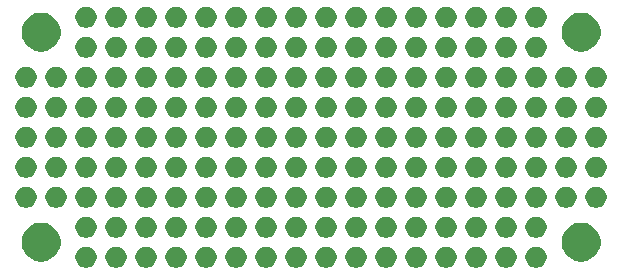
<source format=gbr>
G04 #@! TF.GenerationSoftware,KiCad,Pcbnew,(5.1.5)-3*
G04 #@! TF.CreationDate,2020-05-28T08:00:16-06:00*
G04 #@! TF.ProjectId,FeatherProtoShield,46656174-6865-4725-9072-6f746f536869,rev?*
G04 #@! TF.SameCoordinates,Original*
G04 #@! TF.FileFunction,Soldermask,Bot*
G04 #@! TF.FilePolarity,Negative*
%FSLAX46Y46*%
G04 Gerber Fmt 4.6, Leading zero omitted, Abs format (unit mm)*
G04 Created by KiCad (PCBNEW (5.1.5)-3) date 2020-05-28 08:00:16*
%MOMM*%
%LPD*%
G04 APERTURE LIST*
%ADD10C,0.100000*%
G04 APERTURE END LIST*
D10*
G36*
X165213512Y-80383927D02*
G01*
X165362812Y-80413624D01*
X165526784Y-80481544D01*
X165674354Y-80580147D01*
X165799853Y-80705646D01*
X165898456Y-80853216D01*
X165966376Y-81017188D01*
X166001000Y-81191259D01*
X166001000Y-81368741D01*
X165966376Y-81542812D01*
X165898456Y-81706784D01*
X165799853Y-81854354D01*
X165674354Y-81979853D01*
X165526784Y-82078456D01*
X165362812Y-82146376D01*
X165213512Y-82176073D01*
X165188742Y-82181000D01*
X165011258Y-82181000D01*
X164986488Y-82176073D01*
X164837188Y-82146376D01*
X164673216Y-82078456D01*
X164525646Y-81979853D01*
X164400147Y-81854354D01*
X164301544Y-81706784D01*
X164233624Y-81542812D01*
X164199000Y-81368741D01*
X164199000Y-81191259D01*
X164233624Y-81017188D01*
X164301544Y-80853216D01*
X164400147Y-80705646D01*
X164525646Y-80580147D01*
X164673216Y-80481544D01*
X164837188Y-80413624D01*
X164986488Y-80383927D01*
X165011258Y-80379000D01*
X165188742Y-80379000D01*
X165213512Y-80383927D01*
G37*
G36*
X188073512Y-80383927D02*
G01*
X188222812Y-80413624D01*
X188386784Y-80481544D01*
X188534354Y-80580147D01*
X188659853Y-80705646D01*
X188758456Y-80853216D01*
X188826376Y-81017188D01*
X188861000Y-81191259D01*
X188861000Y-81368741D01*
X188826376Y-81542812D01*
X188758456Y-81706784D01*
X188659853Y-81854354D01*
X188534354Y-81979853D01*
X188386784Y-82078456D01*
X188222812Y-82146376D01*
X188073512Y-82176073D01*
X188048742Y-82181000D01*
X187871258Y-82181000D01*
X187846488Y-82176073D01*
X187697188Y-82146376D01*
X187533216Y-82078456D01*
X187385646Y-81979853D01*
X187260147Y-81854354D01*
X187161544Y-81706784D01*
X187093624Y-81542812D01*
X187059000Y-81368741D01*
X187059000Y-81191259D01*
X187093624Y-81017188D01*
X187161544Y-80853216D01*
X187260147Y-80705646D01*
X187385646Y-80580147D01*
X187533216Y-80481544D01*
X187697188Y-80413624D01*
X187846488Y-80383927D01*
X187871258Y-80379000D01*
X188048742Y-80379000D01*
X188073512Y-80383927D01*
G37*
G36*
X203313512Y-80383927D02*
G01*
X203462812Y-80413624D01*
X203626784Y-80481544D01*
X203774354Y-80580147D01*
X203899853Y-80705646D01*
X203998456Y-80853216D01*
X204066376Y-81017188D01*
X204101000Y-81191259D01*
X204101000Y-81368741D01*
X204066376Y-81542812D01*
X203998456Y-81706784D01*
X203899853Y-81854354D01*
X203774354Y-81979853D01*
X203626784Y-82078456D01*
X203462812Y-82146376D01*
X203313512Y-82176073D01*
X203288742Y-82181000D01*
X203111258Y-82181000D01*
X203086488Y-82176073D01*
X202937188Y-82146376D01*
X202773216Y-82078456D01*
X202625646Y-81979853D01*
X202500147Y-81854354D01*
X202401544Y-81706784D01*
X202333624Y-81542812D01*
X202299000Y-81368741D01*
X202299000Y-81191259D01*
X202333624Y-81017188D01*
X202401544Y-80853216D01*
X202500147Y-80705646D01*
X202625646Y-80580147D01*
X202773216Y-80481544D01*
X202937188Y-80413624D01*
X203086488Y-80383927D01*
X203111258Y-80379000D01*
X203288742Y-80379000D01*
X203313512Y-80383927D01*
G37*
G36*
X200773512Y-80383927D02*
G01*
X200922812Y-80413624D01*
X201086784Y-80481544D01*
X201234354Y-80580147D01*
X201359853Y-80705646D01*
X201458456Y-80853216D01*
X201526376Y-81017188D01*
X201561000Y-81191259D01*
X201561000Y-81368741D01*
X201526376Y-81542812D01*
X201458456Y-81706784D01*
X201359853Y-81854354D01*
X201234354Y-81979853D01*
X201086784Y-82078456D01*
X200922812Y-82146376D01*
X200773512Y-82176073D01*
X200748742Y-82181000D01*
X200571258Y-82181000D01*
X200546488Y-82176073D01*
X200397188Y-82146376D01*
X200233216Y-82078456D01*
X200085646Y-81979853D01*
X199960147Y-81854354D01*
X199861544Y-81706784D01*
X199793624Y-81542812D01*
X199759000Y-81368741D01*
X199759000Y-81191259D01*
X199793624Y-81017188D01*
X199861544Y-80853216D01*
X199960147Y-80705646D01*
X200085646Y-80580147D01*
X200233216Y-80481544D01*
X200397188Y-80413624D01*
X200546488Y-80383927D01*
X200571258Y-80379000D01*
X200748742Y-80379000D01*
X200773512Y-80383927D01*
G37*
G36*
X198233512Y-80383927D02*
G01*
X198382812Y-80413624D01*
X198546784Y-80481544D01*
X198694354Y-80580147D01*
X198819853Y-80705646D01*
X198918456Y-80853216D01*
X198986376Y-81017188D01*
X199021000Y-81191259D01*
X199021000Y-81368741D01*
X198986376Y-81542812D01*
X198918456Y-81706784D01*
X198819853Y-81854354D01*
X198694354Y-81979853D01*
X198546784Y-82078456D01*
X198382812Y-82146376D01*
X198233512Y-82176073D01*
X198208742Y-82181000D01*
X198031258Y-82181000D01*
X198006488Y-82176073D01*
X197857188Y-82146376D01*
X197693216Y-82078456D01*
X197545646Y-81979853D01*
X197420147Y-81854354D01*
X197321544Y-81706784D01*
X197253624Y-81542812D01*
X197219000Y-81368741D01*
X197219000Y-81191259D01*
X197253624Y-81017188D01*
X197321544Y-80853216D01*
X197420147Y-80705646D01*
X197545646Y-80580147D01*
X197693216Y-80481544D01*
X197857188Y-80413624D01*
X198006488Y-80383927D01*
X198031258Y-80379000D01*
X198208742Y-80379000D01*
X198233512Y-80383927D01*
G37*
G36*
X195693512Y-80383927D02*
G01*
X195842812Y-80413624D01*
X196006784Y-80481544D01*
X196154354Y-80580147D01*
X196279853Y-80705646D01*
X196378456Y-80853216D01*
X196446376Y-81017188D01*
X196481000Y-81191259D01*
X196481000Y-81368741D01*
X196446376Y-81542812D01*
X196378456Y-81706784D01*
X196279853Y-81854354D01*
X196154354Y-81979853D01*
X196006784Y-82078456D01*
X195842812Y-82146376D01*
X195693512Y-82176073D01*
X195668742Y-82181000D01*
X195491258Y-82181000D01*
X195466488Y-82176073D01*
X195317188Y-82146376D01*
X195153216Y-82078456D01*
X195005646Y-81979853D01*
X194880147Y-81854354D01*
X194781544Y-81706784D01*
X194713624Y-81542812D01*
X194679000Y-81368741D01*
X194679000Y-81191259D01*
X194713624Y-81017188D01*
X194781544Y-80853216D01*
X194880147Y-80705646D01*
X195005646Y-80580147D01*
X195153216Y-80481544D01*
X195317188Y-80413624D01*
X195466488Y-80383927D01*
X195491258Y-80379000D01*
X195668742Y-80379000D01*
X195693512Y-80383927D01*
G37*
G36*
X193153512Y-80383927D02*
G01*
X193302812Y-80413624D01*
X193466784Y-80481544D01*
X193614354Y-80580147D01*
X193739853Y-80705646D01*
X193838456Y-80853216D01*
X193906376Y-81017188D01*
X193941000Y-81191259D01*
X193941000Y-81368741D01*
X193906376Y-81542812D01*
X193838456Y-81706784D01*
X193739853Y-81854354D01*
X193614354Y-81979853D01*
X193466784Y-82078456D01*
X193302812Y-82146376D01*
X193153512Y-82176073D01*
X193128742Y-82181000D01*
X192951258Y-82181000D01*
X192926488Y-82176073D01*
X192777188Y-82146376D01*
X192613216Y-82078456D01*
X192465646Y-81979853D01*
X192340147Y-81854354D01*
X192241544Y-81706784D01*
X192173624Y-81542812D01*
X192139000Y-81368741D01*
X192139000Y-81191259D01*
X192173624Y-81017188D01*
X192241544Y-80853216D01*
X192340147Y-80705646D01*
X192465646Y-80580147D01*
X192613216Y-80481544D01*
X192777188Y-80413624D01*
X192926488Y-80383927D01*
X192951258Y-80379000D01*
X193128742Y-80379000D01*
X193153512Y-80383927D01*
G37*
G36*
X190613512Y-80383927D02*
G01*
X190762812Y-80413624D01*
X190926784Y-80481544D01*
X191074354Y-80580147D01*
X191199853Y-80705646D01*
X191298456Y-80853216D01*
X191366376Y-81017188D01*
X191401000Y-81191259D01*
X191401000Y-81368741D01*
X191366376Y-81542812D01*
X191298456Y-81706784D01*
X191199853Y-81854354D01*
X191074354Y-81979853D01*
X190926784Y-82078456D01*
X190762812Y-82146376D01*
X190613512Y-82176073D01*
X190588742Y-82181000D01*
X190411258Y-82181000D01*
X190386488Y-82176073D01*
X190237188Y-82146376D01*
X190073216Y-82078456D01*
X189925646Y-81979853D01*
X189800147Y-81854354D01*
X189701544Y-81706784D01*
X189633624Y-81542812D01*
X189599000Y-81368741D01*
X189599000Y-81191259D01*
X189633624Y-81017188D01*
X189701544Y-80853216D01*
X189800147Y-80705646D01*
X189925646Y-80580147D01*
X190073216Y-80481544D01*
X190237188Y-80413624D01*
X190386488Y-80383927D01*
X190411258Y-80379000D01*
X190588742Y-80379000D01*
X190613512Y-80383927D01*
G37*
G36*
X167753512Y-80383927D02*
G01*
X167902812Y-80413624D01*
X168066784Y-80481544D01*
X168214354Y-80580147D01*
X168339853Y-80705646D01*
X168438456Y-80853216D01*
X168506376Y-81017188D01*
X168541000Y-81191259D01*
X168541000Y-81368741D01*
X168506376Y-81542812D01*
X168438456Y-81706784D01*
X168339853Y-81854354D01*
X168214354Y-81979853D01*
X168066784Y-82078456D01*
X167902812Y-82146376D01*
X167753512Y-82176073D01*
X167728742Y-82181000D01*
X167551258Y-82181000D01*
X167526488Y-82176073D01*
X167377188Y-82146376D01*
X167213216Y-82078456D01*
X167065646Y-81979853D01*
X166940147Y-81854354D01*
X166841544Y-81706784D01*
X166773624Y-81542812D01*
X166739000Y-81368741D01*
X166739000Y-81191259D01*
X166773624Y-81017188D01*
X166841544Y-80853216D01*
X166940147Y-80705646D01*
X167065646Y-80580147D01*
X167213216Y-80481544D01*
X167377188Y-80413624D01*
X167526488Y-80383927D01*
X167551258Y-80379000D01*
X167728742Y-80379000D01*
X167753512Y-80383927D01*
G37*
G36*
X182993512Y-80383927D02*
G01*
X183142812Y-80413624D01*
X183306784Y-80481544D01*
X183454354Y-80580147D01*
X183579853Y-80705646D01*
X183678456Y-80853216D01*
X183746376Y-81017188D01*
X183781000Y-81191259D01*
X183781000Y-81368741D01*
X183746376Y-81542812D01*
X183678456Y-81706784D01*
X183579853Y-81854354D01*
X183454354Y-81979853D01*
X183306784Y-82078456D01*
X183142812Y-82146376D01*
X182993512Y-82176073D01*
X182968742Y-82181000D01*
X182791258Y-82181000D01*
X182766488Y-82176073D01*
X182617188Y-82146376D01*
X182453216Y-82078456D01*
X182305646Y-81979853D01*
X182180147Y-81854354D01*
X182081544Y-81706784D01*
X182013624Y-81542812D01*
X181979000Y-81368741D01*
X181979000Y-81191259D01*
X182013624Y-81017188D01*
X182081544Y-80853216D01*
X182180147Y-80705646D01*
X182305646Y-80580147D01*
X182453216Y-80481544D01*
X182617188Y-80413624D01*
X182766488Y-80383927D01*
X182791258Y-80379000D01*
X182968742Y-80379000D01*
X182993512Y-80383927D01*
G37*
G36*
X180453512Y-80383927D02*
G01*
X180602812Y-80413624D01*
X180766784Y-80481544D01*
X180914354Y-80580147D01*
X181039853Y-80705646D01*
X181138456Y-80853216D01*
X181206376Y-81017188D01*
X181241000Y-81191259D01*
X181241000Y-81368741D01*
X181206376Y-81542812D01*
X181138456Y-81706784D01*
X181039853Y-81854354D01*
X180914354Y-81979853D01*
X180766784Y-82078456D01*
X180602812Y-82146376D01*
X180453512Y-82176073D01*
X180428742Y-82181000D01*
X180251258Y-82181000D01*
X180226488Y-82176073D01*
X180077188Y-82146376D01*
X179913216Y-82078456D01*
X179765646Y-81979853D01*
X179640147Y-81854354D01*
X179541544Y-81706784D01*
X179473624Y-81542812D01*
X179439000Y-81368741D01*
X179439000Y-81191259D01*
X179473624Y-81017188D01*
X179541544Y-80853216D01*
X179640147Y-80705646D01*
X179765646Y-80580147D01*
X179913216Y-80481544D01*
X180077188Y-80413624D01*
X180226488Y-80383927D01*
X180251258Y-80379000D01*
X180428742Y-80379000D01*
X180453512Y-80383927D01*
G37*
G36*
X177913512Y-80383927D02*
G01*
X178062812Y-80413624D01*
X178226784Y-80481544D01*
X178374354Y-80580147D01*
X178499853Y-80705646D01*
X178598456Y-80853216D01*
X178666376Y-81017188D01*
X178701000Y-81191259D01*
X178701000Y-81368741D01*
X178666376Y-81542812D01*
X178598456Y-81706784D01*
X178499853Y-81854354D01*
X178374354Y-81979853D01*
X178226784Y-82078456D01*
X178062812Y-82146376D01*
X177913512Y-82176073D01*
X177888742Y-82181000D01*
X177711258Y-82181000D01*
X177686488Y-82176073D01*
X177537188Y-82146376D01*
X177373216Y-82078456D01*
X177225646Y-81979853D01*
X177100147Y-81854354D01*
X177001544Y-81706784D01*
X176933624Y-81542812D01*
X176899000Y-81368741D01*
X176899000Y-81191259D01*
X176933624Y-81017188D01*
X177001544Y-80853216D01*
X177100147Y-80705646D01*
X177225646Y-80580147D01*
X177373216Y-80481544D01*
X177537188Y-80413624D01*
X177686488Y-80383927D01*
X177711258Y-80379000D01*
X177888742Y-80379000D01*
X177913512Y-80383927D01*
G37*
G36*
X175373512Y-80383927D02*
G01*
X175522812Y-80413624D01*
X175686784Y-80481544D01*
X175834354Y-80580147D01*
X175959853Y-80705646D01*
X176058456Y-80853216D01*
X176126376Y-81017188D01*
X176161000Y-81191259D01*
X176161000Y-81368741D01*
X176126376Y-81542812D01*
X176058456Y-81706784D01*
X175959853Y-81854354D01*
X175834354Y-81979853D01*
X175686784Y-82078456D01*
X175522812Y-82146376D01*
X175373512Y-82176073D01*
X175348742Y-82181000D01*
X175171258Y-82181000D01*
X175146488Y-82176073D01*
X174997188Y-82146376D01*
X174833216Y-82078456D01*
X174685646Y-81979853D01*
X174560147Y-81854354D01*
X174461544Y-81706784D01*
X174393624Y-81542812D01*
X174359000Y-81368741D01*
X174359000Y-81191259D01*
X174393624Y-81017188D01*
X174461544Y-80853216D01*
X174560147Y-80705646D01*
X174685646Y-80580147D01*
X174833216Y-80481544D01*
X174997188Y-80413624D01*
X175146488Y-80383927D01*
X175171258Y-80379000D01*
X175348742Y-80379000D01*
X175373512Y-80383927D01*
G37*
G36*
X172833512Y-80383927D02*
G01*
X172982812Y-80413624D01*
X173146784Y-80481544D01*
X173294354Y-80580147D01*
X173419853Y-80705646D01*
X173518456Y-80853216D01*
X173586376Y-81017188D01*
X173621000Y-81191259D01*
X173621000Y-81368741D01*
X173586376Y-81542812D01*
X173518456Y-81706784D01*
X173419853Y-81854354D01*
X173294354Y-81979853D01*
X173146784Y-82078456D01*
X172982812Y-82146376D01*
X172833512Y-82176073D01*
X172808742Y-82181000D01*
X172631258Y-82181000D01*
X172606488Y-82176073D01*
X172457188Y-82146376D01*
X172293216Y-82078456D01*
X172145646Y-81979853D01*
X172020147Y-81854354D01*
X171921544Y-81706784D01*
X171853624Y-81542812D01*
X171819000Y-81368741D01*
X171819000Y-81191259D01*
X171853624Y-81017188D01*
X171921544Y-80853216D01*
X172020147Y-80705646D01*
X172145646Y-80580147D01*
X172293216Y-80481544D01*
X172457188Y-80413624D01*
X172606488Y-80383927D01*
X172631258Y-80379000D01*
X172808742Y-80379000D01*
X172833512Y-80383927D01*
G37*
G36*
X170293512Y-80383927D02*
G01*
X170442812Y-80413624D01*
X170606784Y-80481544D01*
X170754354Y-80580147D01*
X170879853Y-80705646D01*
X170978456Y-80853216D01*
X171046376Y-81017188D01*
X171081000Y-81191259D01*
X171081000Y-81368741D01*
X171046376Y-81542812D01*
X170978456Y-81706784D01*
X170879853Y-81854354D01*
X170754354Y-81979853D01*
X170606784Y-82078456D01*
X170442812Y-82146376D01*
X170293512Y-82176073D01*
X170268742Y-82181000D01*
X170091258Y-82181000D01*
X170066488Y-82176073D01*
X169917188Y-82146376D01*
X169753216Y-82078456D01*
X169605646Y-81979853D01*
X169480147Y-81854354D01*
X169381544Y-81706784D01*
X169313624Y-81542812D01*
X169279000Y-81368741D01*
X169279000Y-81191259D01*
X169313624Y-81017188D01*
X169381544Y-80853216D01*
X169480147Y-80705646D01*
X169605646Y-80580147D01*
X169753216Y-80481544D01*
X169917188Y-80413624D01*
X170066488Y-80383927D01*
X170091258Y-80379000D01*
X170268742Y-80379000D01*
X170293512Y-80383927D01*
G37*
G36*
X185533512Y-80383927D02*
G01*
X185682812Y-80413624D01*
X185846784Y-80481544D01*
X185994354Y-80580147D01*
X186119853Y-80705646D01*
X186218456Y-80853216D01*
X186286376Y-81017188D01*
X186321000Y-81191259D01*
X186321000Y-81368741D01*
X186286376Y-81542812D01*
X186218456Y-81706784D01*
X186119853Y-81854354D01*
X185994354Y-81979853D01*
X185846784Y-82078456D01*
X185682812Y-82146376D01*
X185533512Y-82176073D01*
X185508742Y-82181000D01*
X185331258Y-82181000D01*
X185306488Y-82176073D01*
X185157188Y-82146376D01*
X184993216Y-82078456D01*
X184845646Y-81979853D01*
X184720147Y-81854354D01*
X184621544Y-81706784D01*
X184553624Y-81542812D01*
X184519000Y-81368741D01*
X184519000Y-81191259D01*
X184553624Y-81017188D01*
X184621544Y-80853216D01*
X184720147Y-80705646D01*
X184845646Y-80580147D01*
X184993216Y-80481544D01*
X185157188Y-80413624D01*
X185306488Y-80383927D01*
X185331258Y-80379000D01*
X185508742Y-80379000D01*
X185533512Y-80383927D01*
G37*
G36*
X207385256Y-78401298D02*
G01*
X207491579Y-78422447D01*
X207792042Y-78546903D01*
X208062451Y-78727585D01*
X208292415Y-78957549D01*
X208473097Y-79227958D01*
X208597553Y-79528421D01*
X208661000Y-79847391D01*
X208661000Y-80172609D01*
X208597553Y-80491579D01*
X208473097Y-80792042D01*
X208292415Y-81062451D01*
X208062451Y-81292415D01*
X207792042Y-81473097D01*
X207491579Y-81597553D01*
X207385256Y-81618702D01*
X207172611Y-81661000D01*
X206847389Y-81661000D01*
X206634744Y-81618702D01*
X206528421Y-81597553D01*
X206227958Y-81473097D01*
X205957549Y-81292415D01*
X205727585Y-81062451D01*
X205546903Y-80792042D01*
X205422447Y-80491579D01*
X205359000Y-80172609D01*
X205359000Y-79847391D01*
X205422447Y-79528421D01*
X205546903Y-79227958D01*
X205727585Y-78957549D01*
X205957549Y-78727585D01*
X206227958Y-78546903D01*
X206528421Y-78422447D01*
X206634744Y-78401298D01*
X206847389Y-78359000D01*
X207172611Y-78359000D01*
X207385256Y-78401298D01*
G37*
G36*
X161665256Y-78401298D02*
G01*
X161771579Y-78422447D01*
X162072042Y-78546903D01*
X162342451Y-78727585D01*
X162572415Y-78957549D01*
X162753097Y-79227958D01*
X162877553Y-79528421D01*
X162941000Y-79847391D01*
X162941000Y-80172609D01*
X162877553Y-80491579D01*
X162753097Y-80792042D01*
X162572415Y-81062451D01*
X162342451Y-81292415D01*
X162072042Y-81473097D01*
X161771579Y-81597553D01*
X161665256Y-81618702D01*
X161452611Y-81661000D01*
X161127389Y-81661000D01*
X160914744Y-81618702D01*
X160808421Y-81597553D01*
X160507958Y-81473097D01*
X160237549Y-81292415D01*
X160007585Y-81062451D01*
X159826903Y-80792042D01*
X159702447Y-80491579D01*
X159639000Y-80172609D01*
X159639000Y-79847391D01*
X159702447Y-79528421D01*
X159826903Y-79227958D01*
X160007585Y-78957549D01*
X160237549Y-78727585D01*
X160507958Y-78546903D01*
X160808421Y-78422447D01*
X160914744Y-78401298D01*
X161127389Y-78359000D01*
X161452611Y-78359000D01*
X161665256Y-78401298D01*
G37*
G36*
X185533512Y-77843927D02*
G01*
X185682812Y-77873624D01*
X185846784Y-77941544D01*
X185994354Y-78040147D01*
X186119853Y-78165646D01*
X186218456Y-78313216D01*
X186286376Y-78477188D01*
X186321000Y-78651259D01*
X186321000Y-78828741D01*
X186286376Y-79002812D01*
X186218456Y-79166784D01*
X186119853Y-79314354D01*
X185994354Y-79439853D01*
X185846784Y-79538456D01*
X185682812Y-79606376D01*
X185533512Y-79636073D01*
X185508742Y-79641000D01*
X185331258Y-79641000D01*
X185306488Y-79636073D01*
X185157188Y-79606376D01*
X184993216Y-79538456D01*
X184845646Y-79439853D01*
X184720147Y-79314354D01*
X184621544Y-79166784D01*
X184553624Y-79002812D01*
X184519000Y-78828741D01*
X184519000Y-78651259D01*
X184553624Y-78477188D01*
X184621544Y-78313216D01*
X184720147Y-78165646D01*
X184845646Y-78040147D01*
X184993216Y-77941544D01*
X185157188Y-77873624D01*
X185306488Y-77843927D01*
X185331258Y-77839000D01*
X185508742Y-77839000D01*
X185533512Y-77843927D01*
G37*
G36*
X165213512Y-77843927D02*
G01*
X165362812Y-77873624D01*
X165526784Y-77941544D01*
X165674354Y-78040147D01*
X165799853Y-78165646D01*
X165898456Y-78313216D01*
X165966376Y-78477188D01*
X166001000Y-78651259D01*
X166001000Y-78828741D01*
X165966376Y-79002812D01*
X165898456Y-79166784D01*
X165799853Y-79314354D01*
X165674354Y-79439853D01*
X165526784Y-79538456D01*
X165362812Y-79606376D01*
X165213512Y-79636073D01*
X165188742Y-79641000D01*
X165011258Y-79641000D01*
X164986488Y-79636073D01*
X164837188Y-79606376D01*
X164673216Y-79538456D01*
X164525646Y-79439853D01*
X164400147Y-79314354D01*
X164301544Y-79166784D01*
X164233624Y-79002812D01*
X164199000Y-78828741D01*
X164199000Y-78651259D01*
X164233624Y-78477188D01*
X164301544Y-78313216D01*
X164400147Y-78165646D01*
X164525646Y-78040147D01*
X164673216Y-77941544D01*
X164837188Y-77873624D01*
X164986488Y-77843927D01*
X165011258Y-77839000D01*
X165188742Y-77839000D01*
X165213512Y-77843927D01*
G37*
G36*
X167753512Y-77843927D02*
G01*
X167902812Y-77873624D01*
X168066784Y-77941544D01*
X168214354Y-78040147D01*
X168339853Y-78165646D01*
X168438456Y-78313216D01*
X168506376Y-78477188D01*
X168541000Y-78651259D01*
X168541000Y-78828741D01*
X168506376Y-79002812D01*
X168438456Y-79166784D01*
X168339853Y-79314354D01*
X168214354Y-79439853D01*
X168066784Y-79538456D01*
X167902812Y-79606376D01*
X167753512Y-79636073D01*
X167728742Y-79641000D01*
X167551258Y-79641000D01*
X167526488Y-79636073D01*
X167377188Y-79606376D01*
X167213216Y-79538456D01*
X167065646Y-79439853D01*
X166940147Y-79314354D01*
X166841544Y-79166784D01*
X166773624Y-79002812D01*
X166739000Y-78828741D01*
X166739000Y-78651259D01*
X166773624Y-78477188D01*
X166841544Y-78313216D01*
X166940147Y-78165646D01*
X167065646Y-78040147D01*
X167213216Y-77941544D01*
X167377188Y-77873624D01*
X167526488Y-77843927D01*
X167551258Y-77839000D01*
X167728742Y-77839000D01*
X167753512Y-77843927D01*
G37*
G36*
X170293512Y-77843927D02*
G01*
X170442812Y-77873624D01*
X170606784Y-77941544D01*
X170754354Y-78040147D01*
X170879853Y-78165646D01*
X170978456Y-78313216D01*
X171046376Y-78477188D01*
X171081000Y-78651259D01*
X171081000Y-78828741D01*
X171046376Y-79002812D01*
X170978456Y-79166784D01*
X170879853Y-79314354D01*
X170754354Y-79439853D01*
X170606784Y-79538456D01*
X170442812Y-79606376D01*
X170293512Y-79636073D01*
X170268742Y-79641000D01*
X170091258Y-79641000D01*
X170066488Y-79636073D01*
X169917188Y-79606376D01*
X169753216Y-79538456D01*
X169605646Y-79439853D01*
X169480147Y-79314354D01*
X169381544Y-79166784D01*
X169313624Y-79002812D01*
X169279000Y-78828741D01*
X169279000Y-78651259D01*
X169313624Y-78477188D01*
X169381544Y-78313216D01*
X169480147Y-78165646D01*
X169605646Y-78040147D01*
X169753216Y-77941544D01*
X169917188Y-77873624D01*
X170066488Y-77843927D01*
X170091258Y-77839000D01*
X170268742Y-77839000D01*
X170293512Y-77843927D01*
G37*
G36*
X195693512Y-77843927D02*
G01*
X195842812Y-77873624D01*
X196006784Y-77941544D01*
X196154354Y-78040147D01*
X196279853Y-78165646D01*
X196378456Y-78313216D01*
X196446376Y-78477188D01*
X196481000Y-78651259D01*
X196481000Y-78828741D01*
X196446376Y-79002812D01*
X196378456Y-79166784D01*
X196279853Y-79314354D01*
X196154354Y-79439853D01*
X196006784Y-79538456D01*
X195842812Y-79606376D01*
X195693512Y-79636073D01*
X195668742Y-79641000D01*
X195491258Y-79641000D01*
X195466488Y-79636073D01*
X195317188Y-79606376D01*
X195153216Y-79538456D01*
X195005646Y-79439853D01*
X194880147Y-79314354D01*
X194781544Y-79166784D01*
X194713624Y-79002812D01*
X194679000Y-78828741D01*
X194679000Y-78651259D01*
X194713624Y-78477188D01*
X194781544Y-78313216D01*
X194880147Y-78165646D01*
X195005646Y-78040147D01*
X195153216Y-77941544D01*
X195317188Y-77873624D01*
X195466488Y-77843927D01*
X195491258Y-77839000D01*
X195668742Y-77839000D01*
X195693512Y-77843927D01*
G37*
G36*
X190613512Y-77843927D02*
G01*
X190762812Y-77873624D01*
X190926784Y-77941544D01*
X191074354Y-78040147D01*
X191199853Y-78165646D01*
X191298456Y-78313216D01*
X191366376Y-78477188D01*
X191401000Y-78651259D01*
X191401000Y-78828741D01*
X191366376Y-79002812D01*
X191298456Y-79166784D01*
X191199853Y-79314354D01*
X191074354Y-79439853D01*
X190926784Y-79538456D01*
X190762812Y-79606376D01*
X190613512Y-79636073D01*
X190588742Y-79641000D01*
X190411258Y-79641000D01*
X190386488Y-79636073D01*
X190237188Y-79606376D01*
X190073216Y-79538456D01*
X189925646Y-79439853D01*
X189800147Y-79314354D01*
X189701544Y-79166784D01*
X189633624Y-79002812D01*
X189599000Y-78828741D01*
X189599000Y-78651259D01*
X189633624Y-78477188D01*
X189701544Y-78313216D01*
X189800147Y-78165646D01*
X189925646Y-78040147D01*
X190073216Y-77941544D01*
X190237188Y-77873624D01*
X190386488Y-77843927D01*
X190411258Y-77839000D01*
X190588742Y-77839000D01*
X190613512Y-77843927D01*
G37*
G36*
X188073512Y-77843927D02*
G01*
X188222812Y-77873624D01*
X188386784Y-77941544D01*
X188534354Y-78040147D01*
X188659853Y-78165646D01*
X188758456Y-78313216D01*
X188826376Y-78477188D01*
X188861000Y-78651259D01*
X188861000Y-78828741D01*
X188826376Y-79002812D01*
X188758456Y-79166784D01*
X188659853Y-79314354D01*
X188534354Y-79439853D01*
X188386784Y-79538456D01*
X188222812Y-79606376D01*
X188073512Y-79636073D01*
X188048742Y-79641000D01*
X187871258Y-79641000D01*
X187846488Y-79636073D01*
X187697188Y-79606376D01*
X187533216Y-79538456D01*
X187385646Y-79439853D01*
X187260147Y-79314354D01*
X187161544Y-79166784D01*
X187093624Y-79002812D01*
X187059000Y-78828741D01*
X187059000Y-78651259D01*
X187093624Y-78477188D01*
X187161544Y-78313216D01*
X187260147Y-78165646D01*
X187385646Y-78040147D01*
X187533216Y-77941544D01*
X187697188Y-77873624D01*
X187846488Y-77843927D01*
X187871258Y-77839000D01*
X188048742Y-77839000D01*
X188073512Y-77843927D01*
G37*
G36*
X175373512Y-77843927D02*
G01*
X175522812Y-77873624D01*
X175686784Y-77941544D01*
X175834354Y-78040147D01*
X175959853Y-78165646D01*
X176058456Y-78313216D01*
X176126376Y-78477188D01*
X176161000Y-78651259D01*
X176161000Y-78828741D01*
X176126376Y-79002812D01*
X176058456Y-79166784D01*
X175959853Y-79314354D01*
X175834354Y-79439853D01*
X175686784Y-79538456D01*
X175522812Y-79606376D01*
X175373512Y-79636073D01*
X175348742Y-79641000D01*
X175171258Y-79641000D01*
X175146488Y-79636073D01*
X174997188Y-79606376D01*
X174833216Y-79538456D01*
X174685646Y-79439853D01*
X174560147Y-79314354D01*
X174461544Y-79166784D01*
X174393624Y-79002812D01*
X174359000Y-78828741D01*
X174359000Y-78651259D01*
X174393624Y-78477188D01*
X174461544Y-78313216D01*
X174560147Y-78165646D01*
X174685646Y-78040147D01*
X174833216Y-77941544D01*
X174997188Y-77873624D01*
X175146488Y-77843927D01*
X175171258Y-77839000D01*
X175348742Y-77839000D01*
X175373512Y-77843927D01*
G37*
G36*
X182993512Y-77843927D02*
G01*
X183142812Y-77873624D01*
X183306784Y-77941544D01*
X183454354Y-78040147D01*
X183579853Y-78165646D01*
X183678456Y-78313216D01*
X183746376Y-78477188D01*
X183781000Y-78651259D01*
X183781000Y-78828741D01*
X183746376Y-79002812D01*
X183678456Y-79166784D01*
X183579853Y-79314354D01*
X183454354Y-79439853D01*
X183306784Y-79538456D01*
X183142812Y-79606376D01*
X182993512Y-79636073D01*
X182968742Y-79641000D01*
X182791258Y-79641000D01*
X182766488Y-79636073D01*
X182617188Y-79606376D01*
X182453216Y-79538456D01*
X182305646Y-79439853D01*
X182180147Y-79314354D01*
X182081544Y-79166784D01*
X182013624Y-79002812D01*
X181979000Y-78828741D01*
X181979000Y-78651259D01*
X182013624Y-78477188D01*
X182081544Y-78313216D01*
X182180147Y-78165646D01*
X182305646Y-78040147D01*
X182453216Y-77941544D01*
X182617188Y-77873624D01*
X182766488Y-77843927D01*
X182791258Y-77839000D01*
X182968742Y-77839000D01*
X182993512Y-77843927D01*
G37*
G36*
X193153512Y-77843927D02*
G01*
X193302812Y-77873624D01*
X193466784Y-77941544D01*
X193614354Y-78040147D01*
X193739853Y-78165646D01*
X193838456Y-78313216D01*
X193906376Y-78477188D01*
X193941000Y-78651259D01*
X193941000Y-78828741D01*
X193906376Y-79002812D01*
X193838456Y-79166784D01*
X193739853Y-79314354D01*
X193614354Y-79439853D01*
X193466784Y-79538456D01*
X193302812Y-79606376D01*
X193153512Y-79636073D01*
X193128742Y-79641000D01*
X192951258Y-79641000D01*
X192926488Y-79636073D01*
X192777188Y-79606376D01*
X192613216Y-79538456D01*
X192465646Y-79439853D01*
X192340147Y-79314354D01*
X192241544Y-79166784D01*
X192173624Y-79002812D01*
X192139000Y-78828741D01*
X192139000Y-78651259D01*
X192173624Y-78477188D01*
X192241544Y-78313216D01*
X192340147Y-78165646D01*
X192465646Y-78040147D01*
X192613216Y-77941544D01*
X192777188Y-77873624D01*
X192926488Y-77843927D01*
X192951258Y-77839000D01*
X193128742Y-77839000D01*
X193153512Y-77843927D01*
G37*
G36*
X200773512Y-77843927D02*
G01*
X200922812Y-77873624D01*
X201086784Y-77941544D01*
X201234354Y-78040147D01*
X201359853Y-78165646D01*
X201458456Y-78313216D01*
X201526376Y-78477188D01*
X201561000Y-78651259D01*
X201561000Y-78828741D01*
X201526376Y-79002812D01*
X201458456Y-79166784D01*
X201359853Y-79314354D01*
X201234354Y-79439853D01*
X201086784Y-79538456D01*
X200922812Y-79606376D01*
X200773512Y-79636073D01*
X200748742Y-79641000D01*
X200571258Y-79641000D01*
X200546488Y-79636073D01*
X200397188Y-79606376D01*
X200233216Y-79538456D01*
X200085646Y-79439853D01*
X199960147Y-79314354D01*
X199861544Y-79166784D01*
X199793624Y-79002812D01*
X199759000Y-78828741D01*
X199759000Y-78651259D01*
X199793624Y-78477188D01*
X199861544Y-78313216D01*
X199960147Y-78165646D01*
X200085646Y-78040147D01*
X200233216Y-77941544D01*
X200397188Y-77873624D01*
X200546488Y-77843927D01*
X200571258Y-77839000D01*
X200748742Y-77839000D01*
X200773512Y-77843927D01*
G37*
G36*
X180453512Y-77843927D02*
G01*
X180602812Y-77873624D01*
X180766784Y-77941544D01*
X180914354Y-78040147D01*
X181039853Y-78165646D01*
X181138456Y-78313216D01*
X181206376Y-78477188D01*
X181241000Y-78651259D01*
X181241000Y-78828741D01*
X181206376Y-79002812D01*
X181138456Y-79166784D01*
X181039853Y-79314354D01*
X180914354Y-79439853D01*
X180766784Y-79538456D01*
X180602812Y-79606376D01*
X180453512Y-79636073D01*
X180428742Y-79641000D01*
X180251258Y-79641000D01*
X180226488Y-79636073D01*
X180077188Y-79606376D01*
X179913216Y-79538456D01*
X179765646Y-79439853D01*
X179640147Y-79314354D01*
X179541544Y-79166784D01*
X179473624Y-79002812D01*
X179439000Y-78828741D01*
X179439000Y-78651259D01*
X179473624Y-78477188D01*
X179541544Y-78313216D01*
X179640147Y-78165646D01*
X179765646Y-78040147D01*
X179913216Y-77941544D01*
X180077188Y-77873624D01*
X180226488Y-77843927D01*
X180251258Y-77839000D01*
X180428742Y-77839000D01*
X180453512Y-77843927D01*
G37*
G36*
X177913512Y-77843927D02*
G01*
X178062812Y-77873624D01*
X178226784Y-77941544D01*
X178374354Y-78040147D01*
X178499853Y-78165646D01*
X178598456Y-78313216D01*
X178666376Y-78477188D01*
X178701000Y-78651259D01*
X178701000Y-78828741D01*
X178666376Y-79002812D01*
X178598456Y-79166784D01*
X178499853Y-79314354D01*
X178374354Y-79439853D01*
X178226784Y-79538456D01*
X178062812Y-79606376D01*
X177913512Y-79636073D01*
X177888742Y-79641000D01*
X177711258Y-79641000D01*
X177686488Y-79636073D01*
X177537188Y-79606376D01*
X177373216Y-79538456D01*
X177225646Y-79439853D01*
X177100147Y-79314354D01*
X177001544Y-79166784D01*
X176933624Y-79002812D01*
X176899000Y-78828741D01*
X176899000Y-78651259D01*
X176933624Y-78477188D01*
X177001544Y-78313216D01*
X177100147Y-78165646D01*
X177225646Y-78040147D01*
X177373216Y-77941544D01*
X177537188Y-77873624D01*
X177686488Y-77843927D01*
X177711258Y-77839000D01*
X177888742Y-77839000D01*
X177913512Y-77843927D01*
G37*
G36*
X172833512Y-77843927D02*
G01*
X172982812Y-77873624D01*
X173146784Y-77941544D01*
X173294354Y-78040147D01*
X173419853Y-78165646D01*
X173518456Y-78313216D01*
X173586376Y-78477188D01*
X173621000Y-78651259D01*
X173621000Y-78828741D01*
X173586376Y-79002812D01*
X173518456Y-79166784D01*
X173419853Y-79314354D01*
X173294354Y-79439853D01*
X173146784Y-79538456D01*
X172982812Y-79606376D01*
X172833512Y-79636073D01*
X172808742Y-79641000D01*
X172631258Y-79641000D01*
X172606488Y-79636073D01*
X172457188Y-79606376D01*
X172293216Y-79538456D01*
X172145646Y-79439853D01*
X172020147Y-79314354D01*
X171921544Y-79166784D01*
X171853624Y-79002812D01*
X171819000Y-78828741D01*
X171819000Y-78651259D01*
X171853624Y-78477188D01*
X171921544Y-78313216D01*
X172020147Y-78165646D01*
X172145646Y-78040147D01*
X172293216Y-77941544D01*
X172457188Y-77873624D01*
X172606488Y-77843927D01*
X172631258Y-77839000D01*
X172808742Y-77839000D01*
X172833512Y-77843927D01*
G37*
G36*
X203313512Y-77843927D02*
G01*
X203462812Y-77873624D01*
X203626784Y-77941544D01*
X203774354Y-78040147D01*
X203899853Y-78165646D01*
X203998456Y-78313216D01*
X204066376Y-78477188D01*
X204101000Y-78651259D01*
X204101000Y-78828741D01*
X204066376Y-79002812D01*
X203998456Y-79166784D01*
X203899853Y-79314354D01*
X203774354Y-79439853D01*
X203626784Y-79538456D01*
X203462812Y-79606376D01*
X203313512Y-79636073D01*
X203288742Y-79641000D01*
X203111258Y-79641000D01*
X203086488Y-79636073D01*
X202937188Y-79606376D01*
X202773216Y-79538456D01*
X202625646Y-79439853D01*
X202500147Y-79314354D01*
X202401544Y-79166784D01*
X202333624Y-79002812D01*
X202299000Y-78828741D01*
X202299000Y-78651259D01*
X202333624Y-78477188D01*
X202401544Y-78313216D01*
X202500147Y-78165646D01*
X202625646Y-78040147D01*
X202773216Y-77941544D01*
X202937188Y-77873624D01*
X203086488Y-77843927D01*
X203111258Y-77839000D01*
X203288742Y-77839000D01*
X203313512Y-77843927D01*
G37*
G36*
X198233512Y-77843927D02*
G01*
X198382812Y-77873624D01*
X198546784Y-77941544D01*
X198694354Y-78040147D01*
X198819853Y-78165646D01*
X198918456Y-78313216D01*
X198986376Y-78477188D01*
X199021000Y-78651259D01*
X199021000Y-78828741D01*
X198986376Y-79002812D01*
X198918456Y-79166784D01*
X198819853Y-79314354D01*
X198694354Y-79439853D01*
X198546784Y-79538456D01*
X198382812Y-79606376D01*
X198233512Y-79636073D01*
X198208742Y-79641000D01*
X198031258Y-79641000D01*
X198006488Y-79636073D01*
X197857188Y-79606376D01*
X197693216Y-79538456D01*
X197545646Y-79439853D01*
X197420147Y-79314354D01*
X197321544Y-79166784D01*
X197253624Y-79002812D01*
X197219000Y-78828741D01*
X197219000Y-78651259D01*
X197253624Y-78477188D01*
X197321544Y-78313216D01*
X197420147Y-78165646D01*
X197545646Y-78040147D01*
X197693216Y-77941544D01*
X197857188Y-77873624D01*
X198006488Y-77843927D01*
X198031258Y-77839000D01*
X198208742Y-77839000D01*
X198233512Y-77843927D01*
G37*
G36*
X160133512Y-75303927D02*
G01*
X160282812Y-75333624D01*
X160446784Y-75401544D01*
X160594354Y-75500147D01*
X160719853Y-75625646D01*
X160818456Y-75773216D01*
X160886376Y-75937188D01*
X160921000Y-76111259D01*
X160921000Y-76288741D01*
X160886376Y-76462812D01*
X160818456Y-76626784D01*
X160719853Y-76774354D01*
X160594354Y-76899853D01*
X160446784Y-76998456D01*
X160282812Y-77066376D01*
X160133512Y-77096073D01*
X160108742Y-77101000D01*
X159931258Y-77101000D01*
X159906488Y-77096073D01*
X159757188Y-77066376D01*
X159593216Y-76998456D01*
X159445646Y-76899853D01*
X159320147Y-76774354D01*
X159221544Y-76626784D01*
X159153624Y-76462812D01*
X159119000Y-76288741D01*
X159119000Y-76111259D01*
X159153624Y-75937188D01*
X159221544Y-75773216D01*
X159320147Y-75625646D01*
X159445646Y-75500147D01*
X159593216Y-75401544D01*
X159757188Y-75333624D01*
X159906488Y-75303927D01*
X159931258Y-75299000D01*
X160108742Y-75299000D01*
X160133512Y-75303927D01*
G37*
G36*
X165213512Y-75303927D02*
G01*
X165362812Y-75333624D01*
X165526784Y-75401544D01*
X165674354Y-75500147D01*
X165799853Y-75625646D01*
X165898456Y-75773216D01*
X165966376Y-75937188D01*
X166001000Y-76111259D01*
X166001000Y-76288741D01*
X165966376Y-76462812D01*
X165898456Y-76626784D01*
X165799853Y-76774354D01*
X165674354Y-76899853D01*
X165526784Y-76998456D01*
X165362812Y-77066376D01*
X165213512Y-77096073D01*
X165188742Y-77101000D01*
X165011258Y-77101000D01*
X164986488Y-77096073D01*
X164837188Y-77066376D01*
X164673216Y-76998456D01*
X164525646Y-76899853D01*
X164400147Y-76774354D01*
X164301544Y-76626784D01*
X164233624Y-76462812D01*
X164199000Y-76288741D01*
X164199000Y-76111259D01*
X164233624Y-75937188D01*
X164301544Y-75773216D01*
X164400147Y-75625646D01*
X164525646Y-75500147D01*
X164673216Y-75401544D01*
X164837188Y-75333624D01*
X164986488Y-75303927D01*
X165011258Y-75299000D01*
X165188742Y-75299000D01*
X165213512Y-75303927D01*
G37*
G36*
X162673512Y-75303927D02*
G01*
X162822812Y-75333624D01*
X162986784Y-75401544D01*
X163134354Y-75500147D01*
X163259853Y-75625646D01*
X163358456Y-75773216D01*
X163426376Y-75937188D01*
X163461000Y-76111259D01*
X163461000Y-76288741D01*
X163426376Y-76462812D01*
X163358456Y-76626784D01*
X163259853Y-76774354D01*
X163134354Y-76899853D01*
X162986784Y-76998456D01*
X162822812Y-77066376D01*
X162673512Y-77096073D01*
X162648742Y-77101000D01*
X162471258Y-77101000D01*
X162446488Y-77096073D01*
X162297188Y-77066376D01*
X162133216Y-76998456D01*
X161985646Y-76899853D01*
X161860147Y-76774354D01*
X161761544Y-76626784D01*
X161693624Y-76462812D01*
X161659000Y-76288741D01*
X161659000Y-76111259D01*
X161693624Y-75937188D01*
X161761544Y-75773216D01*
X161860147Y-75625646D01*
X161985646Y-75500147D01*
X162133216Y-75401544D01*
X162297188Y-75333624D01*
X162446488Y-75303927D01*
X162471258Y-75299000D01*
X162648742Y-75299000D01*
X162673512Y-75303927D01*
G37*
G36*
X167753512Y-75303927D02*
G01*
X167902812Y-75333624D01*
X168066784Y-75401544D01*
X168214354Y-75500147D01*
X168339853Y-75625646D01*
X168438456Y-75773216D01*
X168506376Y-75937188D01*
X168541000Y-76111259D01*
X168541000Y-76288741D01*
X168506376Y-76462812D01*
X168438456Y-76626784D01*
X168339853Y-76774354D01*
X168214354Y-76899853D01*
X168066784Y-76998456D01*
X167902812Y-77066376D01*
X167753512Y-77096073D01*
X167728742Y-77101000D01*
X167551258Y-77101000D01*
X167526488Y-77096073D01*
X167377188Y-77066376D01*
X167213216Y-76998456D01*
X167065646Y-76899853D01*
X166940147Y-76774354D01*
X166841544Y-76626784D01*
X166773624Y-76462812D01*
X166739000Y-76288741D01*
X166739000Y-76111259D01*
X166773624Y-75937188D01*
X166841544Y-75773216D01*
X166940147Y-75625646D01*
X167065646Y-75500147D01*
X167213216Y-75401544D01*
X167377188Y-75333624D01*
X167526488Y-75303927D01*
X167551258Y-75299000D01*
X167728742Y-75299000D01*
X167753512Y-75303927D01*
G37*
G36*
X180453512Y-75303927D02*
G01*
X180602812Y-75333624D01*
X180766784Y-75401544D01*
X180914354Y-75500147D01*
X181039853Y-75625646D01*
X181138456Y-75773216D01*
X181206376Y-75937188D01*
X181241000Y-76111259D01*
X181241000Y-76288741D01*
X181206376Y-76462812D01*
X181138456Y-76626784D01*
X181039853Y-76774354D01*
X180914354Y-76899853D01*
X180766784Y-76998456D01*
X180602812Y-77066376D01*
X180453512Y-77096073D01*
X180428742Y-77101000D01*
X180251258Y-77101000D01*
X180226488Y-77096073D01*
X180077188Y-77066376D01*
X179913216Y-76998456D01*
X179765646Y-76899853D01*
X179640147Y-76774354D01*
X179541544Y-76626784D01*
X179473624Y-76462812D01*
X179439000Y-76288741D01*
X179439000Y-76111259D01*
X179473624Y-75937188D01*
X179541544Y-75773216D01*
X179640147Y-75625646D01*
X179765646Y-75500147D01*
X179913216Y-75401544D01*
X180077188Y-75333624D01*
X180226488Y-75303927D01*
X180251258Y-75299000D01*
X180428742Y-75299000D01*
X180453512Y-75303927D01*
G37*
G36*
X177913512Y-75303927D02*
G01*
X178062812Y-75333624D01*
X178226784Y-75401544D01*
X178374354Y-75500147D01*
X178499853Y-75625646D01*
X178598456Y-75773216D01*
X178666376Y-75937188D01*
X178701000Y-76111259D01*
X178701000Y-76288741D01*
X178666376Y-76462812D01*
X178598456Y-76626784D01*
X178499853Y-76774354D01*
X178374354Y-76899853D01*
X178226784Y-76998456D01*
X178062812Y-77066376D01*
X177913512Y-77096073D01*
X177888742Y-77101000D01*
X177711258Y-77101000D01*
X177686488Y-77096073D01*
X177537188Y-77066376D01*
X177373216Y-76998456D01*
X177225646Y-76899853D01*
X177100147Y-76774354D01*
X177001544Y-76626784D01*
X176933624Y-76462812D01*
X176899000Y-76288741D01*
X176899000Y-76111259D01*
X176933624Y-75937188D01*
X177001544Y-75773216D01*
X177100147Y-75625646D01*
X177225646Y-75500147D01*
X177373216Y-75401544D01*
X177537188Y-75333624D01*
X177686488Y-75303927D01*
X177711258Y-75299000D01*
X177888742Y-75299000D01*
X177913512Y-75303927D01*
G37*
G36*
X170293512Y-75303927D02*
G01*
X170442812Y-75333624D01*
X170606784Y-75401544D01*
X170754354Y-75500147D01*
X170879853Y-75625646D01*
X170978456Y-75773216D01*
X171046376Y-75937188D01*
X171081000Y-76111259D01*
X171081000Y-76288741D01*
X171046376Y-76462812D01*
X170978456Y-76626784D01*
X170879853Y-76774354D01*
X170754354Y-76899853D01*
X170606784Y-76998456D01*
X170442812Y-77066376D01*
X170293512Y-77096073D01*
X170268742Y-77101000D01*
X170091258Y-77101000D01*
X170066488Y-77096073D01*
X169917188Y-77066376D01*
X169753216Y-76998456D01*
X169605646Y-76899853D01*
X169480147Y-76774354D01*
X169381544Y-76626784D01*
X169313624Y-76462812D01*
X169279000Y-76288741D01*
X169279000Y-76111259D01*
X169313624Y-75937188D01*
X169381544Y-75773216D01*
X169480147Y-75625646D01*
X169605646Y-75500147D01*
X169753216Y-75401544D01*
X169917188Y-75333624D01*
X170066488Y-75303927D01*
X170091258Y-75299000D01*
X170268742Y-75299000D01*
X170293512Y-75303927D01*
G37*
G36*
X205853512Y-75303927D02*
G01*
X206002812Y-75333624D01*
X206166784Y-75401544D01*
X206314354Y-75500147D01*
X206439853Y-75625646D01*
X206538456Y-75773216D01*
X206606376Y-75937188D01*
X206641000Y-76111259D01*
X206641000Y-76288741D01*
X206606376Y-76462812D01*
X206538456Y-76626784D01*
X206439853Y-76774354D01*
X206314354Y-76899853D01*
X206166784Y-76998456D01*
X206002812Y-77066376D01*
X205853512Y-77096073D01*
X205828742Y-77101000D01*
X205651258Y-77101000D01*
X205626488Y-77096073D01*
X205477188Y-77066376D01*
X205313216Y-76998456D01*
X205165646Y-76899853D01*
X205040147Y-76774354D01*
X204941544Y-76626784D01*
X204873624Y-76462812D01*
X204839000Y-76288741D01*
X204839000Y-76111259D01*
X204873624Y-75937188D01*
X204941544Y-75773216D01*
X205040147Y-75625646D01*
X205165646Y-75500147D01*
X205313216Y-75401544D01*
X205477188Y-75333624D01*
X205626488Y-75303927D01*
X205651258Y-75299000D01*
X205828742Y-75299000D01*
X205853512Y-75303927D01*
G37*
G36*
X175373512Y-75303927D02*
G01*
X175522812Y-75333624D01*
X175686784Y-75401544D01*
X175834354Y-75500147D01*
X175959853Y-75625646D01*
X176058456Y-75773216D01*
X176126376Y-75937188D01*
X176161000Y-76111259D01*
X176161000Y-76288741D01*
X176126376Y-76462812D01*
X176058456Y-76626784D01*
X175959853Y-76774354D01*
X175834354Y-76899853D01*
X175686784Y-76998456D01*
X175522812Y-77066376D01*
X175373512Y-77096073D01*
X175348742Y-77101000D01*
X175171258Y-77101000D01*
X175146488Y-77096073D01*
X174997188Y-77066376D01*
X174833216Y-76998456D01*
X174685646Y-76899853D01*
X174560147Y-76774354D01*
X174461544Y-76626784D01*
X174393624Y-76462812D01*
X174359000Y-76288741D01*
X174359000Y-76111259D01*
X174393624Y-75937188D01*
X174461544Y-75773216D01*
X174560147Y-75625646D01*
X174685646Y-75500147D01*
X174833216Y-75401544D01*
X174997188Y-75333624D01*
X175146488Y-75303927D01*
X175171258Y-75299000D01*
X175348742Y-75299000D01*
X175373512Y-75303927D01*
G37*
G36*
X172833512Y-75303927D02*
G01*
X172982812Y-75333624D01*
X173146784Y-75401544D01*
X173294354Y-75500147D01*
X173419853Y-75625646D01*
X173518456Y-75773216D01*
X173586376Y-75937188D01*
X173621000Y-76111259D01*
X173621000Y-76288741D01*
X173586376Y-76462812D01*
X173518456Y-76626784D01*
X173419853Y-76774354D01*
X173294354Y-76899853D01*
X173146784Y-76998456D01*
X172982812Y-77066376D01*
X172833512Y-77096073D01*
X172808742Y-77101000D01*
X172631258Y-77101000D01*
X172606488Y-77096073D01*
X172457188Y-77066376D01*
X172293216Y-76998456D01*
X172145646Y-76899853D01*
X172020147Y-76774354D01*
X171921544Y-76626784D01*
X171853624Y-76462812D01*
X171819000Y-76288741D01*
X171819000Y-76111259D01*
X171853624Y-75937188D01*
X171921544Y-75773216D01*
X172020147Y-75625646D01*
X172145646Y-75500147D01*
X172293216Y-75401544D01*
X172457188Y-75333624D01*
X172606488Y-75303927D01*
X172631258Y-75299000D01*
X172808742Y-75299000D01*
X172833512Y-75303927D01*
G37*
G36*
X185533512Y-75303927D02*
G01*
X185682812Y-75333624D01*
X185846784Y-75401544D01*
X185994354Y-75500147D01*
X186119853Y-75625646D01*
X186218456Y-75773216D01*
X186286376Y-75937188D01*
X186321000Y-76111259D01*
X186321000Y-76288741D01*
X186286376Y-76462812D01*
X186218456Y-76626784D01*
X186119853Y-76774354D01*
X185994354Y-76899853D01*
X185846784Y-76998456D01*
X185682812Y-77066376D01*
X185533512Y-77096073D01*
X185508742Y-77101000D01*
X185331258Y-77101000D01*
X185306488Y-77096073D01*
X185157188Y-77066376D01*
X184993216Y-76998456D01*
X184845646Y-76899853D01*
X184720147Y-76774354D01*
X184621544Y-76626784D01*
X184553624Y-76462812D01*
X184519000Y-76288741D01*
X184519000Y-76111259D01*
X184553624Y-75937188D01*
X184621544Y-75773216D01*
X184720147Y-75625646D01*
X184845646Y-75500147D01*
X184993216Y-75401544D01*
X185157188Y-75333624D01*
X185306488Y-75303927D01*
X185331258Y-75299000D01*
X185508742Y-75299000D01*
X185533512Y-75303927D01*
G37*
G36*
X182993512Y-75303927D02*
G01*
X183142812Y-75333624D01*
X183306784Y-75401544D01*
X183454354Y-75500147D01*
X183579853Y-75625646D01*
X183678456Y-75773216D01*
X183746376Y-75937188D01*
X183781000Y-76111259D01*
X183781000Y-76288741D01*
X183746376Y-76462812D01*
X183678456Y-76626784D01*
X183579853Y-76774354D01*
X183454354Y-76899853D01*
X183306784Y-76998456D01*
X183142812Y-77066376D01*
X182993512Y-77096073D01*
X182968742Y-77101000D01*
X182791258Y-77101000D01*
X182766488Y-77096073D01*
X182617188Y-77066376D01*
X182453216Y-76998456D01*
X182305646Y-76899853D01*
X182180147Y-76774354D01*
X182081544Y-76626784D01*
X182013624Y-76462812D01*
X181979000Y-76288741D01*
X181979000Y-76111259D01*
X182013624Y-75937188D01*
X182081544Y-75773216D01*
X182180147Y-75625646D01*
X182305646Y-75500147D01*
X182453216Y-75401544D01*
X182617188Y-75333624D01*
X182766488Y-75303927D01*
X182791258Y-75299000D01*
X182968742Y-75299000D01*
X182993512Y-75303927D01*
G37*
G36*
X188073512Y-75303927D02*
G01*
X188222812Y-75333624D01*
X188386784Y-75401544D01*
X188534354Y-75500147D01*
X188659853Y-75625646D01*
X188758456Y-75773216D01*
X188826376Y-75937188D01*
X188861000Y-76111259D01*
X188861000Y-76288741D01*
X188826376Y-76462812D01*
X188758456Y-76626784D01*
X188659853Y-76774354D01*
X188534354Y-76899853D01*
X188386784Y-76998456D01*
X188222812Y-77066376D01*
X188073512Y-77096073D01*
X188048742Y-77101000D01*
X187871258Y-77101000D01*
X187846488Y-77096073D01*
X187697188Y-77066376D01*
X187533216Y-76998456D01*
X187385646Y-76899853D01*
X187260147Y-76774354D01*
X187161544Y-76626784D01*
X187093624Y-76462812D01*
X187059000Y-76288741D01*
X187059000Y-76111259D01*
X187093624Y-75937188D01*
X187161544Y-75773216D01*
X187260147Y-75625646D01*
X187385646Y-75500147D01*
X187533216Y-75401544D01*
X187697188Y-75333624D01*
X187846488Y-75303927D01*
X187871258Y-75299000D01*
X188048742Y-75299000D01*
X188073512Y-75303927D01*
G37*
G36*
X198233512Y-75303927D02*
G01*
X198382812Y-75333624D01*
X198546784Y-75401544D01*
X198694354Y-75500147D01*
X198819853Y-75625646D01*
X198918456Y-75773216D01*
X198986376Y-75937188D01*
X199021000Y-76111259D01*
X199021000Y-76288741D01*
X198986376Y-76462812D01*
X198918456Y-76626784D01*
X198819853Y-76774354D01*
X198694354Y-76899853D01*
X198546784Y-76998456D01*
X198382812Y-77066376D01*
X198233512Y-77096073D01*
X198208742Y-77101000D01*
X198031258Y-77101000D01*
X198006488Y-77096073D01*
X197857188Y-77066376D01*
X197693216Y-76998456D01*
X197545646Y-76899853D01*
X197420147Y-76774354D01*
X197321544Y-76626784D01*
X197253624Y-76462812D01*
X197219000Y-76288741D01*
X197219000Y-76111259D01*
X197253624Y-75937188D01*
X197321544Y-75773216D01*
X197420147Y-75625646D01*
X197545646Y-75500147D01*
X197693216Y-75401544D01*
X197857188Y-75333624D01*
X198006488Y-75303927D01*
X198031258Y-75299000D01*
X198208742Y-75299000D01*
X198233512Y-75303927D01*
G37*
G36*
X200773512Y-75303927D02*
G01*
X200922812Y-75333624D01*
X201086784Y-75401544D01*
X201234354Y-75500147D01*
X201359853Y-75625646D01*
X201458456Y-75773216D01*
X201526376Y-75937188D01*
X201561000Y-76111259D01*
X201561000Y-76288741D01*
X201526376Y-76462812D01*
X201458456Y-76626784D01*
X201359853Y-76774354D01*
X201234354Y-76899853D01*
X201086784Y-76998456D01*
X200922812Y-77066376D01*
X200773512Y-77096073D01*
X200748742Y-77101000D01*
X200571258Y-77101000D01*
X200546488Y-77096073D01*
X200397188Y-77066376D01*
X200233216Y-76998456D01*
X200085646Y-76899853D01*
X199960147Y-76774354D01*
X199861544Y-76626784D01*
X199793624Y-76462812D01*
X199759000Y-76288741D01*
X199759000Y-76111259D01*
X199793624Y-75937188D01*
X199861544Y-75773216D01*
X199960147Y-75625646D01*
X200085646Y-75500147D01*
X200233216Y-75401544D01*
X200397188Y-75333624D01*
X200546488Y-75303927D01*
X200571258Y-75299000D01*
X200748742Y-75299000D01*
X200773512Y-75303927D01*
G37*
G36*
X195693512Y-75303927D02*
G01*
X195842812Y-75333624D01*
X196006784Y-75401544D01*
X196154354Y-75500147D01*
X196279853Y-75625646D01*
X196378456Y-75773216D01*
X196446376Y-75937188D01*
X196481000Y-76111259D01*
X196481000Y-76288741D01*
X196446376Y-76462812D01*
X196378456Y-76626784D01*
X196279853Y-76774354D01*
X196154354Y-76899853D01*
X196006784Y-76998456D01*
X195842812Y-77066376D01*
X195693512Y-77096073D01*
X195668742Y-77101000D01*
X195491258Y-77101000D01*
X195466488Y-77096073D01*
X195317188Y-77066376D01*
X195153216Y-76998456D01*
X195005646Y-76899853D01*
X194880147Y-76774354D01*
X194781544Y-76626784D01*
X194713624Y-76462812D01*
X194679000Y-76288741D01*
X194679000Y-76111259D01*
X194713624Y-75937188D01*
X194781544Y-75773216D01*
X194880147Y-75625646D01*
X195005646Y-75500147D01*
X195153216Y-75401544D01*
X195317188Y-75333624D01*
X195466488Y-75303927D01*
X195491258Y-75299000D01*
X195668742Y-75299000D01*
X195693512Y-75303927D01*
G37*
G36*
X193153512Y-75303927D02*
G01*
X193302812Y-75333624D01*
X193466784Y-75401544D01*
X193614354Y-75500147D01*
X193739853Y-75625646D01*
X193838456Y-75773216D01*
X193906376Y-75937188D01*
X193941000Y-76111259D01*
X193941000Y-76288741D01*
X193906376Y-76462812D01*
X193838456Y-76626784D01*
X193739853Y-76774354D01*
X193614354Y-76899853D01*
X193466784Y-76998456D01*
X193302812Y-77066376D01*
X193153512Y-77096073D01*
X193128742Y-77101000D01*
X192951258Y-77101000D01*
X192926488Y-77096073D01*
X192777188Y-77066376D01*
X192613216Y-76998456D01*
X192465646Y-76899853D01*
X192340147Y-76774354D01*
X192241544Y-76626784D01*
X192173624Y-76462812D01*
X192139000Y-76288741D01*
X192139000Y-76111259D01*
X192173624Y-75937188D01*
X192241544Y-75773216D01*
X192340147Y-75625646D01*
X192465646Y-75500147D01*
X192613216Y-75401544D01*
X192777188Y-75333624D01*
X192926488Y-75303927D01*
X192951258Y-75299000D01*
X193128742Y-75299000D01*
X193153512Y-75303927D01*
G37*
G36*
X203313512Y-75303927D02*
G01*
X203462812Y-75333624D01*
X203626784Y-75401544D01*
X203774354Y-75500147D01*
X203899853Y-75625646D01*
X203998456Y-75773216D01*
X204066376Y-75937188D01*
X204101000Y-76111259D01*
X204101000Y-76288741D01*
X204066376Y-76462812D01*
X203998456Y-76626784D01*
X203899853Y-76774354D01*
X203774354Y-76899853D01*
X203626784Y-76998456D01*
X203462812Y-77066376D01*
X203313512Y-77096073D01*
X203288742Y-77101000D01*
X203111258Y-77101000D01*
X203086488Y-77096073D01*
X202937188Y-77066376D01*
X202773216Y-76998456D01*
X202625646Y-76899853D01*
X202500147Y-76774354D01*
X202401544Y-76626784D01*
X202333624Y-76462812D01*
X202299000Y-76288741D01*
X202299000Y-76111259D01*
X202333624Y-75937188D01*
X202401544Y-75773216D01*
X202500147Y-75625646D01*
X202625646Y-75500147D01*
X202773216Y-75401544D01*
X202937188Y-75333624D01*
X203086488Y-75303927D01*
X203111258Y-75299000D01*
X203288742Y-75299000D01*
X203313512Y-75303927D01*
G37*
G36*
X190613512Y-75303927D02*
G01*
X190762812Y-75333624D01*
X190926784Y-75401544D01*
X191074354Y-75500147D01*
X191199853Y-75625646D01*
X191298456Y-75773216D01*
X191366376Y-75937188D01*
X191401000Y-76111259D01*
X191401000Y-76288741D01*
X191366376Y-76462812D01*
X191298456Y-76626784D01*
X191199853Y-76774354D01*
X191074354Y-76899853D01*
X190926784Y-76998456D01*
X190762812Y-77066376D01*
X190613512Y-77096073D01*
X190588742Y-77101000D01*
X190411258Y-77101000D01*
X190386488Y-77096073D01*
X190237188Y-77066376D01*
X190073216Y-76998456D01*
X189925646Y-76899853D01*
X189800147Y-76774354D01*
X189701544Y-76626784D01*
X189633624Y-76462812D01*
X189599000Y-76288741D01*
X189599000Y-76111259D01*
X189633624Y-75937188D01*
X189701544Y-75773216D01*
X189800147Y-75625646D01*
X189925646Y-75500147D01*
X190073216Y-75401544D01*
X190237188Y-75333624D01*
X190386488Y-75303927D01*
X190411258Y-75299000D01*
X190588742Y-75299000D01*
X190613512Y-75303927D01*
G37*
G36*
X208393512Y-75303927D02*
G01*
X208542812Y-75333624D01*
X208706784Y-75401544D01*
X208854354Y-75500147D01*
X208979853Y-75625646D01*
X209078456Y-75773216D01*
X209146376Y-75937188D01*
X209181000Y-76111259D01*
X209181000Y-76288741D01*
X209146376Y-76462812D01*
X209078456Y-76626784D01*
X208979853Y-76774354D01*
X208854354Y-76899853D01*
X208706784Y-76998456D01*
X208542812Y-77066376D01*
X208393512Y-77096073D01*
X208368742Y-77101000D01*
X208191258Y-77101000D01*
X208166488Y-77096073D01*
X208017188Y-77066376D01*
X207853216Y-76998456D01*
X207705646Y-76899853D01*
X207580147Y-76774354D01*
X207481544Y-76626784D01*
X207413624Y-76462812D01*
X207379000Y-76288741D01*
X207379000Y-76111259D01*
X207413624Y-75937188D01*
X207481544Y-75773216D01*
X207580147Y-75625646D01*
X207705646Y-75500147D01*
X207853216Y-75401544D01*
X208017188Y-75333624D01*
X208166488Y-75303927D01*
X208191258Y-75299000D01*
X208368742Y-75299000D01*
X208393512Y-75303927D01*
G37*
G36*
X208393512Y-72763927D02*
G01*
X208542812Y-72793624D01*
X208706784Y-72861544D01*
X208854354Y-72960147D01*
X208979853Y-73085646D01*
X209078456Y-73233216D01*
X209146376Y-73397188D01*
X209181000Y-73571259D01*
X209181000Y-73748741D01*
X209146376Y-73922812D01*
X209078456Y-74086784D01*
X208979853Y-74234354D01*
X208854354Y-74359853D01*
X208706784Y-74458456D01*
X208542812Y-74526376D01*
X208393512Y-74556073D01*
X208368742Y-74561000D01*
X208191258Y-74561000D01*
X208166488Y-74556073D01*
X208017188Y-74526376D01*
X207853216Y-74458456D01*
X207705646Y-74359853D01*
X207580147Y-74234354D01*
X207481544Y-74086784D01*
X207413624Y-73922812D01*
X207379000Y-73748741D01*
X207379000Y-73571259D01*
X207413624Y-73397188D01*
X207481544Y-73233216D01*
X207580147Y-73085646D01*
X207705646Y-72960147D01*
X207853216Y-72861544D01*
X208017188Y-72793624D01*
X208166488Y-72763927D01*
X208191258Y-72759000D01*
X208368742Y-72759000D01*
X208393512Y-72763927D01*
G37*
G36*
X165213512Y-72763927D02*
G01*
X165362812Y-72793624D01*
X165526784Y-72861544D01*
X165674354Y-72960147D01*
X165799853Y-73085646D01*
X165898456Y-73233216D01*
X165966376Y-73397188D01*
X166001000Y-73571259D01*
X166001000Y-73748741D01*
X165966376Y-73922812D01*
X165898456Y-74086784D01*
X165799853Y-74234354D01*
X165674354Y-74359853D01*
X165526784Y-74458456D01*
X165362812Y-74526376D01*
X165213512Y-74556073D01*
X165188742Y-74561000D01*
X165011258Y-74561000D01*
X164986488Y-74556073D01*
X164837188Y-74526376D01*
X164673216Y-74458456D01*
X164525646Y-74359853D01*
X164400147Y-74234354D01*
X164301544Y-74086784D01*
X164233624Y-73922812D01*
X164199000Y-73748741D01*
X164199000Y-73571259D01*
X164233624Y-73397188D01*
X164301544Y-73233216D01*
X164400147Y-73085646D01*
X164525646Y-72960147D01*
X164673216Y-72861544D01*
X164837188Y-72793624D01*
X164986488Y-72763927D01*
X165011258Y-72759000D01*
X165188742Y-72759000D01*
X165213512Y-72763927D01*
G37*
G36*
X167753512Y-72763927D02*
G01*
X167902812Y-72793624D01*
X168066784Y-72861544D01*
X168214354Y-72960147D01*
X168339853Y-73085646D01*
X168438456Y-73233216D01*
X168506376Y-73397188D01*
X168541000Y-73571259D01*
X168541000Y-73748741D01*
X168506376Y-73922812D01*
X168438456Y-74086784D01*
X168339853Y-74234354D01*
X168214354Y-74359853D01*
X168066784Y-74458456D01*
X167902812Y-74526376D01*
X167753512Y-74556073D01*
X167728742Y-74561000D01*
X167551258Y-74561000D01*
X167526488Y-74556073D01*
X167377188Y-74526376D01*
X167213216Y-74458456D01*
X167065646Y-74359853D01*
X166940147Y-74234354D01*
X166841544Y-74086784D01*
X166773624Y-73922812D01*
X166739000Y-73748741D01*
X166739000Y-73571259D01*
X166773624Y-73397188D01*
X166841544Y-73233216D01*
X166940147Y-73085646D01*
X167065646Y-72960147D01*
X167213216Y-72861544D01*
X167377188Y-72793624D01*
X167526488Y-72763927D01*
X167551258Y-72759000D01*
X167728742Y-72759000D01*
X167753512Y-72763927D01*
G37*
G36*
X170293512Y-72763927D02*
G01*
X170442812Y-72793624D01*
X170606784Y-72861544D01*
X170754354Y-72960147D01*
X170879853Y-73085646D01*
X170978456Y-73233216D01*
X171046376Y-73397188D01*
X171081000Y-73571259D01*
X171081000Y-73748741D01*
X171046376Y-73922812D01*
X170978456Y-74086784D01*
X170879853Y-74234354D01*
X170754354Y-74359853D01*
X170606784Y-74458456D01*
X170442812Y-74526376D01*
X170293512Y-74556073D01*
X170268742Y-74561000D01*
X170091258Y-74561000D01*
X170066488Y-74556073D01*
X169917188Y-74526376D01*
X169753216Y-74458456D01*
X169605646Y-74359853D01*
X169480147Y-74234354D01*
X169381544Y-74086784D01*
X169313624Y-73922812D01*
X169279000Y-73748741D01*
X169279000Y-73571259D01*
X169313624Y-73397188D01*
X169381544Y-73233216D01*
X169480147Y-73085646D01*
X169605646Y-72960147D01*
X169753216Y-72861544D01*
X169917188Y-72793624D01*
X170066488Y-72763927D01*
X170091258Y-72759000D01*
X170268742Y-72759000D01*
X170293512Y-72763927D01*
G37*
G36*
X162673512Y-72763927D02*
G01*
X162822812Y-72793624D01*
X162986784Y-72861544D01*
X163134354Y-72960147D01*
X163259853Y-73085646D01*
X163358456Y-73233216D01*
X163426376Y-73397188D01*
X163461000Y-73571259D01*
X163461000Y-73748741D01*
X163426376Y-73922812D01*
X163358456Y-74086784D01*
X163259853Y-74234354D01*
X163134354Y-74359853D01*
X162986784Y-74458456D01*
X162822812Y-74526376D01*
X162673512Y-74556073D01*
X162648742Y-74561000D01*
X162471258Y-74561000D01*
X162446488Y-74556073D01*
X162297188Y-74526376D01*
X162133216Y-74458456D01*
X161985646Y-74359853D01*
X161860147Y-74234354D01*
X161761544Y-74086784D01*
X161693624Y-73922812D01*
X161659000Y-73748741D01*
X161659000Y-73571259D01*
X161693624Y-73397188D01*
X161761544Y-73233216D01*
X161860147Y-73085646D01*
X161985646Y-72960147D01*
X162133216Y-72861544D01*
X162297188Y-72793624D01*
X162446488Y-72763927D01*
X162471258Y-72759000D01*
X162648742Y-72759000D01*
X162673512Y-72763927D01*
G37*
G36*
X160133512Y-72763927D02*
G01*
X160282812Y-72793624D01*
X160446784Y-72861544D01*
X160594354Y-72960147D01*
X160719853Y-73085646D01*
X160818456Y-73233216D01*
X160886376Y-73397188D01*
X160921000Y-73571259D01*
X160921000Y-73748741D01*
X160886376Y-73922812D01*
X160818456Y-74086784D01*
X160719853Y-74234354D01*
X160594354Y-74359853D01*
X160446784Y-74458456D01*
X160282812Y-74526376D01*
X160133512Y-74556073D01*
X160108742Y-74561000D01*
X159931258Y-74561000D01*
X159906488Y-74556073D01*
X159757188Y-74526376D01*
X159593216Y-74458456D01*
X159445646Y-74359853D01*
X159320147Y-74234354D01*
X159221544Y-74086784D01*
X159153624Y-73922812D01*
X159119000Y-73748741D01*
X159119000Y-73571259D01*
X159153624Y-73397188D01*
X159221544Y-73233216D01*
X159320147Y-73085646D01*
X159445646Y-72960147D01*
X159593216Y-72861544D01*
X159757188Y-72793624D01*
X159906488Y-72763927D01*
X159931258Y-72759000D01*
X160108742Y-72759000D01*
X160133512Y-72763927D01*
G37*
G36*
X198233512Y-72763927D02*
G01*
X198382812Y-72793624D01*
X198546784Y-72861544D01*
X198694354Y-72960147D01*
X198819853Y-73085646D01*
X198918456Y-73233216D01*
X198986376Y-73397188D01*
X199021000Y-73571259D01*
X199021000Y-73748741D01*
X198986376Y-73922812D01*
X198918456Y-74086784D01*
X198819853Y-74234354D01*
X198694354Y-74359853D01*
X198546784Y-74458456D01*
X198382812Y-74526376D01*
X198233512Y-74556073D01*
X198208742Y-74561000D01*
X198031258Y-74561000D01*
X198006488Y-74556073D01*
X197857188Y-74526376D01*
X197693216Y-74458456D01*
X197545646Y-74359853D01*
X197420147Y-74234354D01*
X197321544Y-74086784D01*
X197253624Y-73922812D01*
X197219000Y-73748741D01*
X197219000Y-73571259D01*
X197253624Y-73397188D01*
X197321544Y-73233216D01*
X197420147Y-73085646D01*
X197545646Y-72960147D01*
X197693216Y-72861544D01*
X197857188Y-72793624D01*
X198006488Y-72763927D01*
X198031258Y-72759000D01*
X198208742Y-72759000D01*
X198233512Y-72763927D01*
G37*
G36*
X205853512Y-72763927D02*
G01*
X206002812Y-72793624D01*
X206166784Y-72861544D01*
X206314354Y-72960147D01*
X206439853Y-73085646D01*
X206538456Y-73233216D01*
X206606376Y-73397188D01*
X206641000Y-73571259D01*
X206641000Y-73748741D01*
X206606376Y-73922812D01*
X206538456Y-74086784D01*
X206439853Y-74234354D01*
X206314354Y-74359853D01*
X206166784Y-74458456D01*
X206002812Y-74526376D01*
X205853512Y-74556073D01*
X205828742Y-74561000D01*
X205651258Y-74561000D01*
X205626488Y-74556073D01*
X205477188Y-74526376D01*
X205313216Y-74458456D01*
X205165646Y-74359853D01*
X205040147Y-74234354D01*
X204941544Y-74086784D01*
X204873624Y-73922812D01*
X204839000Y-73748741D01*
X204839000Y-73571259D01*
X204873624Y-73397188D01*
X204941544Y-73233216D01*
X205040147Y-73085646D01*
X205165646Y-72960147D01*
X205313216Y-72861544D01*
X205477188Y-72793624D01*
X205626488Y-72763927D01*
X205651258Y-72759000D01*
X205828742Y-72759000D01*
X205853512Y-72763927D01*
G37*
G36*
X172833512Y-72763927D02*
G01*
X172982812Y-72793624D01*
X173146784Y-72861544D01*
X173294354Y-72960147D01*
X173419853Y-73085646D01*
X173518456Y-73233216D01*
X173586376Y-73397188D01*
X173621000Y-73571259D01*
X173621000Y-73748741D01*
X173586376Y-73922812D01*
X173518456Y-74086784D01*
X173419853Y-74234354D01*
X173294354Y-74359853D01*
X173146784Y-74458456D01*
X172982812Y-74526376D01*
X172833512Y-74556073D01*
X172808742Y-74561000D01*
X172631258Y-74561000D01*
X172606488Y-74556073D01*
X172457188Y-74526376D01*
X172293216Y-74458456D01*
X172145646Y-74359853D01*
X172020147Y-74234354D01*
X171921544Y-74086784D01*
X171853624Y-73922812D01*
X171819000Y-73748741D01*
X171819000Y-73571259D01*
X171853624Y-73397188D01*
X171921544Y-73233216D01*
X172020147Y-73085646D01*
X172145646Y-72960147D01*
X172293216Y-72861544D01*
X172457188Y-72793624D01*
X172606488Y-72763927D01*
X172631258Y-72759000D01*
X172808742Y-72759000D01*
X172833512Y-72763927D01*
G37*
G36*
X175373512Y-72763927D02*
G01*
X175522812Y-72793624D01*
X175686784Y-72861544D01*
X175834354Y-72960147D01*
X175959853Y-73085646D01*
X176058456Y-73233216D01*
X176126376Y-73397188D01*
X176161000Y-73571259D01*
X176161000Y-73748741D01*
X176126376Y-73922812D01*
X176058456Y-74086784D01*
X175959853Y-74234354D01*
X175834354Y-74359853D01*
X175686784Y-74458456D01*
X175522812Y-74526376D01*
X175373512Y-74556073D01*
X175348742Y-74561000D01*
X175171258Y-74561000D01*
X175146488Y-74556073D01*
X174997188Y-74526376D01*
X174833216Y-74458456D01*
X174685646Y-74359853D01*
X174560147Y-74234354D01*
X174461544Y-74086784D01*
X174393624Y-73922812D01*
X174359000Y-73748741D01*
X174359000Y-73571259D01*
X174393624Y-73397188D01*
X174461544Y-73233216D01*
X174560147Y-73085646D01*
X174685646Y-72960147D01*
X174833216Y-72861544D01*
X174997188Y-72793624D01*
X175146488Y-72763927D01*
X175171258Y-72759000D01*
X175348742Y-72759000D01*
X175373512Y-72763927D01*
G37*
G36*
X193153512Y-72763927D02*
G01*
X193302812Y-72793624D01*
X193466784Y-72861544D01*
X193614354Y-72960147D01*
X193739853Y-73085646D01*
X193838456Y-73233216D01*
X193906376Y-73397188D01*
X193941000Y-73571259D01*
X193941000Y-73748741D01*
X193906376Y-73922812D01*
X193838456Y-74086784D01*
X193739853Y-74234354D01*
X193614354Y-74359853D01*
X193466784Y-74458456D01*
X193302812Y-74526376D01*
X193153512Y-74556073D01*
X193128742Y-74561000D01*
X192951258Y-74561000D01*
X192926488Y-74556073D01*
X192777188Y-74526376D01*
X192613216Y-74458456D01*
X192465646Y-74359853D01*
X192340147Y-74234354D01*
X192241544Y-74086784D01*
X192173624Y-73922812D01*
X192139000Y-73748741D01*
X192139000Y-73571259D01*
X192173624Y-73397188D01*
X192241544Y-73233216D01*
X192340147Y-73085646D01*
X192465646Y-72960147D01*
X192613216Y-72861544D01*
X192777188Y-72793624D01*
X192926488Y-72763927D01*
X192951258Y-72759000D01*
X193128742Y-72759000D01*
X193153512Y-72763927D01*
G37*
G36*
X190613512Y-72763927D02*
G01*
X190762812Y-72793624D01*
X190926784Y-72861544D01*
X191074354Y-72960147D01*
X191199853Y-73085646D01*
X191298456Y-73233216D01*
X191366376Y-73397188D01*
X191401000Y-73571259D01*
X191401000Y-73748741D01*
X191366376Y-73922812D01*
X191298456Y-74086784D01*
X191199853Y-74234354D01*
X191074354Y-74359853D01*
X190926784Y-74458456D01*
X190762812Y-74526376D01*
X190613512Y-74556073D01*
X190588742Y-74561000D01*
X190411258Y-74561000D01*
X190386488Y-74556073D01*
X190237188Y-74526376D01*
X190073216Y-74458456D01*
X189925646Y-74359853D01*
X189800147Y-74234354D01*
X189701544Y-74086784D01*
X189633624Y-73922812D01*
X189599000Y-73748741D01*
X189599000Y-73571259D01*
X189633624Y-73397188D01*
X189701544Y-73233216D01*
X189800147Y-73085646D01*
X189925646Y-72960147D01*
X190073216Y-72861544D01*
X190237188Y-72793624D01*
X190386488Y-72763927D01*
X190411258Y-72759000D01*
X190588742Y-72759000D01*
X190613512Y-72763927D01*
G37*
G36*
X185533512Y-72763927D02*
G01*
X185682812Y-72793624D01*
X185846784Y-72861544D01*
X185994354Y-72960147D01*
X186119853Y-73085646D01*
X186218456Y-73233216D01*
X186286376Y-73397188D01*
X186321000Y-73571259D01*
X186321000Y-73748741D01*
X186286376Y-73922812D01*
X186218456Y-74086784D01*
X186119853Y-74234354D01*
X185994354Y-74359853D01*
X185846784Y-74458456D01*
X185682812Y-74526376D01*
X185533512Y-74556073D01*
X185508742Y-74561000D01*
X185331258Y-74561000D01*
X185306488Y-74556073D01*
X185157188Y-74526376D01*
X184993216Y-74458456D01*
X184845646Y-74359853D01*
X184720147Y-74234354D01*
X184621544Y-74086784D01*
X184553624Y-73922812D01*
X184519000Y-73748741D01*
X184519000Y-73571259D01*
X184553624Y-73397188D01*
X184621544Y-73233216D01*
X184720147Y-73085646D01*
X184845646Y-72960147D01*
X184993216Y-72861544D01*
X185157188Y-72793624D01*
X185306488Y-72763927D01*
X185331258Y-72759000D01*
X185508742Y-72759000D01*
X185533512Y-72763927D01*
G37*
G36*
X182993512Y-72763927D02*
G01*
X183142812Y-72793624D01*
X183306784Y-72861544D01*
X183454354Y-72960147D01*
X183579853Y-73085646D01*
X183678456Y-73233216D01*
X183746376Y-73397188D01*
X183781000Y-73571259D01*
X183781000Y-73748741D01*
X183746376Y-73922812D01*
X183678456Y-74086784D01*
X183579853Y-74234354D01*
X183454354Y-74359853D01*
X183306784Y-74458456D01*
X183142812Y-74526376D01*
X182993512Y-74556073D01*
X182968742Y-74561000D01*
X182791258Y-74561000D01*
X182766488Y-74556073D01*
X182617188Y-74526376D01*
X182453216Y-74458456D01*
X182305646Y-74359853D01*
X182180147Y-74234354D01*
X182081544Y-74086784D01*
X182013624Y-73922812D01*
X181979000Y-73748741D01*
X181979000Y-73571259D01*
X182013624Y-73397188D01*
X182081544Y-73233216D01*
X182180147Y-73085646D01*
X182305646Y-72960147D01*
X182453216Y-72861544D01*
X182617188Y-72793624D01*
X182766488Y-72763927D01*
X182791258Y-72759000D01*
X182968742Y-72759000D01*
X182993512Y-72763927D01*
G37*
G36*
X180453512Y-72763927D02*
G01*
X180602812Y-72793624D01*
X180766784Y-72861544D01*
X180914354Y-72960147D01*
X181039853Y-73085646D01*
X181138456Y-73233216D01*
X181206376Y-73397188D01*
X181241000Y-73571259D01*
X181241000Y-73748741D01*
X181206376Y-73922812D01*
X181138456Y-74086784D01*
X181039853Y-74234354D01*
X180914354Y-74359853D01*
X180766784Y-74458456D01*
X180602812Y-74526376D01*
X180453512Y-74556073D01*
X180428742Y-74561000D01*
X180251258Y-74561000D01*
X180226488Y-74556073D01*
X180077188Y-74526376D01*
X179913216Y-74458456D01*
X179765646Y-74359853D01*
X179640147Y-74234354D01*
X179541544Y-74086784D01*
X179473624Y-73922812D01*
X179439000Y-73748741D01*
X179439000Y-73571259D01*
X179473624Y-73397188D01*
X179541544Y-73233216D01*
X179640147Y-73085646D01*
X179765646Y-72960147D01*
X179913216Y-72861544D01*
X180077188Y-72793624D01*
X180226488Y-72763927D01*
X180251258Y-72759000D01*
X180428742Y-72759000D01*
X180453512Y-72763927D01*
G37*
G36*
X200773512Y-72763927D02*
G01*
X200922812Y-72793624D01*
X201086784Y-72861544D01*
X201234354Y-72960147D01*
X201359853Y-73085646D01*
X201458456Y-73233216D01*
X201526376Y-73397188D01*
X201561000Y-73571259D01*
X201561000Y-73748741D01*
X201526376Y-73922812D01*
X201458456Y-74086784D01*
X201359853Y-74234354D01*
X201234354Y-74359853D01*
X201086784Y-74458456D01*
X200922812Y-74526376D01*
X200773512Y-74556073D01*
X200748742Y-74561000D01*
X200571258Y-74561000D01*
X200546488Y-74556073D01*
X200397188Y-74526376D01*
X200233216Y-74458456D01*
X200085646Y-74359853D01*
X199960147Y-74234354D01*
X199861544Y-74086784D01*
X199793624Y-73922812D01*
X199759000Y-73748741D01*
X199759000Y-73571259D01*
X199793624Y-73397188D01*
X199861544Y-73233216D01*
X199960147Y-73085646D01*
X200085646Y-72960147D01*
X200233216Y-72861544D01*
X200397188Y-72793624D01*
X200546488Y-72763927D01*
X200571258Y-72759000D01*
X200748742Y-72759000D01*
X200773512Y-72763927D01*
G37*
G36*
X203313512Y-72763927D02*
G01*
X203462812Y-72793624D01*
X203626784Y-72861544D01*
X203774354Y-72960147D01*
X203899853Y-73085646D01*
X203998456Y-73233216D01*
X204066376Y-73397188D01*
X204101000Y-73571259D01*
X204101000Y-73748741D01*
X204066376Y-73922812D01*
X203998456Y-74086784D01*
X203899853Y-74234354D01*
X203774354Y-74359853D01*
X203626784Y-74458456D01*
X203462812Y-74526376D01*
X203313512Y-74556073D01*
X203288742Y-74561000D01*
X203111258Y-74561000D01*
X203086488Y-74556073D01*
X202937188Y-74526376D01*
X202773216Y-74458456D01*
X202625646Y-74359853D01*
X202500147Y-74234354D01*
X202401544Y-74086784D01*
X202333624Y-73922812D01*
X202299000Y-73748741D01*
X202299000Y-73571259D01*
X202333624Y-73397188D01*
X202401544Y-73233216D01*
X202500147Y-73085646D01*
X202625646Y-72960147D01*
X202773216Y-72861544D01*
X202937188Y-72793624D01*
X203086488Y-72763927D01*
X203111258Y-72759000D01*
X203288742Y-72759000D01*
X203313512Y-72763927D01*
G37*
G36*
X188073512Y-72763927D02*
G01*
X188222812Y-72793624D01*
X188386784Y-72861544D01*
X188534354Y-72960147D01*
X188659853Y-73085646D01*
X188758456Y-73233216D01*
X188826376Y-73397188D01*
X188861000Y-73571259D01*
X188861000Y-73748741D01*
X188826376Y-73922812D01*
X188758456Y-74086784D01*
X188659853Y-74234354D01*
X188534354Y-74359853D01*
X188386784Y-74458456D01*
X188222812Y-74526376D01*
X188073512Y-74556073D01*
X188048742Y-74561000D01*
X187871258Y-74561000D01*
X187846488Y-74556073D01*
X187697188Y-74526376D01*
X187533216Y-74458456D01*
X187385646Y-74359853D01*
X187260147Y-74234354D01*
X187161544Y-74086784D01*
X187093624Y-73922812D01*
X187059000Y-73748741D01*
X187059000Y-73571259D01*
X187093624Y-73397188D01*
X187161544Y-73233216D01*
X187260147Y-73085646D01*
X187385646Y-72960147D01*
X187533216Y-72861544D01*
X187697188Y-72793624D01*
X187846488Y-72763927D01*
X187871258Y-72759000D01*
X188048742Y-72759000D01*
X188073512Y-72763927D01*
G37*
G36*
X177913512Y-72763927D02*
G01*
X178062812Y-72793624D01*
X178226784Y-72861544D01*
X178374354Y-72960147D01*
X178499853Y-73085646D01*
X178598456Y-73233216D01*
X178666376Y-73397188D01*
X178701000Y-73571259D01*
X178701000Y-73748741D01*
X178666376Y-73922812D01*
X178598456Y-74086784D01*
X178499853Y-74234354D01*
X178374354Y-74359853D01*
X178226784Y-74458456D01*
X178062812Y-74526376D01*
X177913512Y-74556073D01*
X177888742Y-74561000D01*
X177711258Y-74561000D01*
X177686488Y-74556073D01*
X177537188Y-74526376D01*
X177373216Y-74458456D01*
X177225646Y-74359853D01*
X177100147Y-74234354D01*
X177001544Y-74086784D01*
X176933624Y-73922812D01*
X176899000Y-73748741D01*
X176899000Y-73571259D01*
X176933624Y-73397188D01*
X177001544Y-73233216D01*
X177100147Y-73085646D01*
X177225646Y-72960147D01*
X177373216Y-72861544D01*
X177537188Y-72793624D01*
X177686488Y-72763927D01*
X177711258Y-72759000D01*
X177888742Y-72759000D01*
X177913512Y-72763927D01*
G37*
G36*
X195693512Y-72763927D02*
G01*
X195842812Y-72793624D01*
X196006784Y-72861544D01*
X196154354Y-72960147D01*
X196279853Y-73085646D01*
X196378456Y-73233216D01*
X196446376Y-73397188D01*
X196481000Y-73571259D01*
X196481000Y-73748741D01*
X196446376Y-73922812D01*
X196378456Y-74086784D01*
X196279853Y-74234354D01*
X196154354Y-74359853D01*
X196006784Y-74458456D01*
X195842812Y-74526376D01*
X195693512Y-74556073D01*
X195668742Y-74561000D01*
X195491258Y-74561000D01*
X195466488Y-74556073D01*
X195317188Y-74526376D01*
X195153216Y-74458456D01*
X195005646Y-74359853D01*
X194880147Y-74234354D01*
X194781544Y-74086784D01*
X194713624Y-73922812D01*
X194679000Y-73748741D01*
X194679000Y-73571259D01*
X194713624Y-73397188D01*
X194781544Y-73233216D01*
X194880147Y-73085646D01*
X195005646Y-72960147D01*
X195153216Y-72861544D01*
X195317188Y-72793624D01*
X195466488Y-72763927D01*
X195491258Y-72759000D01*
X195668742Y-72759000D01*
X195693512Y-72763927D01*
G37*
G36*
X160133512Y-70223927D02*
G01*
X160282812Y-70253624D01*
X160446784Y-70321544D01*
X160594354Y-70420147D01*
X160719853Y-70545646D01*
X160818456Y-70693216D01*
X160886376Y-70857188D01*
X160921000Y-71031259D01*
X160921000Y-71208741D01*
X160886376Y-71382812D01*
X160818456Y-71546784D01*
X160719853Y-71694354D01*
X160594354Y-71819853D01*
X160446784Y-71918456D01*
X160282812Y-71986376D01*
X160133512Y-72016073D01*
X160108742Y-72021000D01*
X159931258Y-72021000D01*
X159906488Y-72016073D01*
X159757188Y-71986376D01*
X159593216Y-71918456D01*
X159445646Y-71819853D01*
X159320147Y-71694354D01*
X159221544Y-71546784D01*
X159153624Y-71382812D01*
X159119000Y-71208741D01*
X159119000Y-71031259D01*
X159153624Y-70857188D01*
X159221544Y-70693216D01*
X159320147Y-70545646D01*
X159445646Y-70420147D01*
X159593216Y-70321544D01*
X159757188Y-70253624D01*
X159906488Y-70223927D01*
X159931258Y-70219000D01*
X160108742Y-70219000D01*
X160133512Y-70223927D01*
G37*
G36*
X162673512Y-70223927D02*
G01*
X162822812Y-70253624D01*
X162986784Y-70321544D01*
X163134354Y-70420147D01*
X163259853Y-70545646D01*
X163358456Y-70693216D01*
X163426376Y-70857188D01*
X163461000Y-71031259D01*
X163461000Y-71208741D01*
X163426376Y-71382812D01*
X163358456Y-71546784D01*
X163259853Y-71694354D01*
X163134354Y-71819853D01*
X162986784Y-71918456D01*
X162822812Y-71986376D01*
X162673512Y-72016073D01*
X162648742Y-72021000D01*
X162471258Y-72021000D01*
X162446488Y-72016073D01*
X162297188Y-71986376D01*
X162133216Y-71918456D01*
X161985646Y-71819853D01*
X161860147Y-71694354D01*
X161761544Y-71546784D01*
X161693624Y-71382812D01*
X161659000Y-71208741D01*
X161659000Y-71031259D01*
X161693624Y-70857188D01*
X161761544Y-70693216D01*
X161860147Y-70545646D01*
X161985646Y-70420147D01*
X162133216Y-70321544D01*
X162297188Y-70253624D01*
X162446488Y-70223927D01*
X162471258Y-70219000D01*
X162648742Y-70219000D01*
X162673512Y-70223927D01*
G37*
G36*
X165213512Y-70223927D02*
G01*
X165362812Y-70253624D01*
X165526784Y-70321544D01*
X165674354Y-70420147D01*
X165799853Y-70545646D01*
X165898456Y-70693216D01*
X165966376Y-70857188D01*
X166001000Y-71031259D01*
X166001000Y-71208741D01*
X165966376Y-71382812D01*
X165898456Y-71546784D01*
X165799853Y-71694354D01*
X165674354Y-71819853D01*
X165526784Y-71918456D01*
X165362812Y-71986376D01*
X165213512Y-72016073D01*
X165188742Y-72021000D01*
X165011258Y-72021000D01*
X164986488Y-72016073D01*
X164837188Y-71986376D01*
X164673216Y-71918456D01*
X164525646Y-71819853D01*
X164400147Y-71694354D01*
X164301544Y-71546784D01*
X164233624Y-71382812D01*
X164199000Y-71208741D01*
X164199000Y-71031259D01*
X164233624Y-70857188D01*
X164301544Y-70693216D01*
X164400147Y-70545646D01*
X164525646Y-70420147D01*
X164673216Y-70321544D01*
X164837188Y-70253624D01*
X164986488Y-70223927D01*
X165011258Y-70219000D01*
X165188742Y-70219000D01*
X165213512Y-70223927D01*
G37*
G36*
X167753512Y-70223927D02*
G01*
X167902812Y-70253624D01*
X168066784Y-70321544D01*
X168214354Y-70420147D01*
X168339853Y-70545646D01*
X168438456Y-70693216D01*
X168506376Y-70857188D01*
X168541000Y-71031259D01*
X168541000Y-71208741D01*
X168506376Y-71382812D01*
X168438456Y-71546784D01*
X168339853Y-71694354D01*
X168214354Y-71819853D01*
X168066784Y-71918456D01*
X167902812Y-71986376D01*
X167753512Y-72016073D01*
X167728742Y-72021000D01*
X167551258Y-72021000D01*
X167526488Y-72016073D01*
X167377188Y-71986376D01*
X167213216Y-71918456D01*
X167065646Y-71819853D01*
X166940147Y-71694354D01*
X166841544Y-71546784D01*
X166773624Y-71382812D01*
X166739000Y-71208741D01*
X166739000Y-71031259D01*
X166773624Y-70857188D01*
X166841544Y-70693216D01*
X166940147Y-70545646D01*
X167065646Y-70420147D01*
X167213216Y-70321544D01*
X167377188Y-70253624D01*
X167526488Y-70223927D01*
X167551258Y-70219000D01*
X167728742Y-70219000D01*
X167753512Y-70223927D01*
G37*
G36*
X170293512Y-70223927D02*
G01*
X170442812Y-70253624D01*
X170606784Y-70321544D01*
X170754354Y-70420147D01*
X170879853Y-70545646D01*
X170978456Y-70693216D01*
X171046376Y-70857188D01*
X171081000Y-71031259D01*
X171081000Y-71208741D01*
X171046376Y-71382812D01*
X170978456Y-71546784D01*
X170879853Y-71694354D01*
X170754354Y-71819853D01*
X170606784Y-71918456D01*
X170442812Y-71986376D01*
X170293512Y-72016073D01*
X170268742Y-72021000D01*
X170091258Y-72021000D01*
X170066488Y-72016073D01*
X169917188Y-71986376D01*
X169753216Y-71918456D01*
X169605646Y-71819853D01*
X169480147Y-71694354D01*
X169381544Y-71546784D01*
X169313624Y-71382812D01*
X169279000Y-71208741D01*
X169279000Y-71031259D01*
X169313624Y-70857188D01*
X169381544Y-70693216D01*
X169480147Y-70545646D01*
X169605646Y-70420147D01*
X169753216Y-70321544D01*
X169917188Y-70253624D01*
X170066488Y-70223927D01*
X170091258Y-70219000D01*
X170268742Y-70219000D01*
X170293512Y-70223927D01*
G37*
G36*
X172833512Y-70223927D02*
G01*
X172982812Y-70253624D01*
X173146784Y-70321544D01*
X173294354Y-70420147D01*
X173419853Y-70545646D01*
X173518456Y-70693216D01*
X173586376Y-70857188D01*
X173621000Y-71031259D01*
X173621000Y-71208741D01*
X173586376Y-71382812D01*
X173518456Y-71546784D01*
X173419853Y-71694354D01*
X173294354Y-71819853D01*
X173146784Y-71918456D01*
X172982812Y-71986376D01*
X172833512Y-72016073D01*
X172808742Y-72021000D01*
X172631258Y-72021000D01*
X172606488Y-72016073D01*
X172457188Y-71986376D01*
X172293216Y-71918456D01*
X172145646Y-71819853D01*
X172020147Y-71694354D01*
X171921544Y-71546784D01*
X171853624Y-71382812D01*
X171819000Y-71208741D01*
X171819000Y-71031259D01*
X171853624Y-70857188D01*
X171921544Y-70693216D01*
X172020147Y-70545646D01*
X172145646Y-70420147D01*
X172293216Y-70321544D01*
X172457188Y-70253624D01*
X172606488Y-70223927D01*
X172631258Y-70219000D01*
X172808742Y-70219000D01*
X172833512Y-70223927D01*
G37*
G36*
X175373512Y-70223927D02*
G01*
X175522812Y-70253624D01*
X175686784Y-70321544D01*
X175834354Y-70420147D01*
X175959853Y-70545646D01*
X176058456Y-70693216D01*
X176126376Y-70857188D01*
X176161000Y-71031259D01*
X176161000Y-71208741D01*
X176126376Y-71382812D01*
X176058456Y-71546784D01*
X175959853Y-71694354D01*
X175834354Y-71819853D01*
X175686784Y-71918456D01*
X175522812Y-71986376D01*
X175373512Y-72016073D01*
X175348742Y-72021000D01*
X175171258Y-72021000D01*
X175146488Y-72016073D01*
X174997188Y-71986376D01*
X174833216Y-71918456D01*
X174685646Y-71819853D01*
X174560147Y-71694354D01*
X174461544Y-71546784D01*
X174393624Y-71382812D01*
X174359000Y-71208741D01*
X174359000Y-71031259D01*
X174393624Y-70857188D01*
X174461544Y-70693216D01*
X174560147Y-70545646D01*
X174685646Y-70420147D01*
X174833216Y-70321544D01*
X174997188Y-70253624D01*
X175146488Y-70223927D01*
X175171258Y-70219000D01*
X175348742Y-70219000D01*
X175373512Y-70223927D01*
G37*
G36*
X182993512Y-70223927D02*
G01*
X183142812Y-70253624D01*
X183306784Y-70321544D01*
X183454354Y-70420147D01*
X183579853Y-70545646D01*
X183678456Y-70693216D01*
X183746376Y-70857188D01*
X183781000Y-71031259D01*
X183781000Y-71208741D01*
X183746376Y-71382812D01*
X183678456Y-71546784D01*
X183579853Y-71694354D01*
X183454354Y-71819853D01*
X183306784Y-71918456D01*
X183142812Y-71986376D01*
X182993512Y-72016073D01*
X182968742Y-72021000D01*
X182791258Y-72021000D01*
X182766488Y-72016073D01*
X182617188Y-71986376D01*
X182453216Y-71918456D01*
X182305646Y-71819853D01*
X182180147Y-71694354D01*
X182081544Y-71546784D01*
X182013624Y-71382812D01*
X181979000Y-71208741D01*
X181979000Y-71031259D01*
X182013624Y-70857188D01*
X182081544Y-70693216D01*
X182180147Y-70545646D01*
X182305646Y-70420147D01*
X182453216Y-70321544D01*
X182617188Y-70253624D01*
X182766488Y-70223927D01*
X182791258Y-70219000D01*
X182968742Y-70219000D01*
X182993512Y-70223927D01*
G37*
G36*
X177913512Y-70223927D02*
G01*
X178062812Y-70253624D01*
X178226784Y-70321544D01*
X178374354Y-70420147D01*
X178499853Y-70545646D01*
X178598456Y-70693216D01*
X178666376Y-70857188D01*
X178701000Y-71031259D01*
X178701000Y-71208741D01*
X178666376Y-71382812D01*
X178598456Y-71546784D01*
X178499853Y-71694354D01*
X178374354Y-71819853D01*
X178226784Y-71918456D01*
X178062812Y-71986376D01*
X177913512Y-72016073D01*
X177888742Y-72021000D01*
X177711258Y-72021000D01*
X177686488Y-72016073D01*
X177537188Y-71986376D01*
X177373216Y-71918456D01*
X177225646Y-71819853D01*
X177100147Y-71694354D01*
X177001544Y-71546784D01*
X176933624Y-71382812D01*
X176899000Y-71208741D01*
X176899000Y-71031259D01*
X176933624Y-70857188D01*
X177001544Y-70693216D01*
X177100147Y-70545646D01*
X177225646Y-70420147D01*
X177373216Y-70321544D01*
X177537188Y-70253624D01*
X177686488Y-70223927D01*
X177711258Y-70219000D01*
X177888742Y-70219000D01*
X177913512Y-70223927D01*
G37*
G36*
X180453512Y-70223927D02*
G01*
X180602812Y-70253624D01*
X180766784Y-70321544D01*
X180914354Y-70420147D01*
X181039853Y-70545646D01*
X181138456Y-70693216D01*
X181206376Y-70857188D01*
X181241000Y-71031259D01*
X181241000Y-71208741D01*
X181206376Y-71382812D01*
X181138456Y-71546784D01*
X181039853Y-71694354D01*
X180914354Y-71819853D01*
X180766784Y-71918456D01*
X180602812Y-71986376D01*
X180453512Y-72016073D01*
X180428742Y-72021000D01*
X180251258Y-72021000D01*
X180226488Y-72016073D01*
X180077188Y-71986376D01*
X179913216Y-71918456D01*
X179765646Y-71819853D01*
X179640147Y-71694354D01*
X179541544Y-71546784D01*
X179473624Y-71382812D01*
X179439000Y-71208741D01*
X179439000Y-71031259D01*
X179473624Y-70857188D01*
X179541544Y-70693216D01*
X179640147Y-70545646D01*
X179765646Y-70420147D01*
X179913216Y-70321544D01*
X180077188Y-70253624D01*
X180226488Y-70223927D01*
X180251258Y-70219000D01*
X180428742Y-70219000D01*
X180453512Y-70223927D01*
G37*
G36*
X208393512Y-70223927D02*
G01*
X208542812Y-70253624D01*
X208706784Y-70321544D01*
X208854354Y-70420147D01*
X208979853Y-70545646D01*
X209078456Y-70693216D01*
X209146376Y-70857188D01*
X209181000Y-71031259D01*
X209181000Y-71208741D01*
X209146376Y-71382812D01*
X209078456Y-71546784D01*
X208979853Y-71694354D01*
X208854354Y-71819853D01*
X208706784Y-71918456D01*
X208542812Y-71986376D01*
X208393512Y-72016073D01*
X208368742Y-72021000D01*
X208191258Y-72021000D01*
X208166488Y-72016073D01*
X208017188Y-71986376D01*
X207853216Y-71918456D01*
X207705646Y-71819853D01*
X207580147Y-71694354D01*
X207481544Y-71546784D01*
X207413624Y-71382812D01*
X207379000Y-71208741D01*
X207379000Y-71031259D01*
X207413624Y-70857188D01*
X207481544Y-70693216D01*
X207580147Y-70545646D01*
X207705646Y-70420147D01*
X207853216Y-70321544D01*
X208017188Y-70253624D01*
X208166488Y-70223927D01*
X208191258Y-70219000D01*
X208368742Y-70219000D01*
X208393512Y-70223927D01*
G37*
G36*
X190613512Y-70223927D02*
G01*
X190762812Y-70253624D01*
X190926784Y-70321544D01*
X191074354Y-70420147D01*
X191199853Y-70545646D01*
X191298456Y-70693216D01*
X191366376Y-70857188D01*
X191401000Y-71031259D01*
X191401000Y-71208741D01*
X191366376Y-71382812D01*
X191298456Y-71546784D01*
X191199853Y-71694354D01*
X191074354Y-71819853D01*
X190926784Y-71918456D01*
X190762812Y-71986376D01*
X190613512Y-72016073D01*
X190588742Y-72021000D01*
X190411258Y-72021000D01*
X190386488Y-72016073D01*
X190237188Y-71986376D01*
X190073216Y-71918456D01*
X189925646Y-71819853D01*
X189800147Y-71694354D01*
X189701544Y-71546784D01*
X189633624Y-71382812D01*
X189599000Y-71208741D01*
X189599000Y-71031259D01*
X189633624Y-70857188D01*
X189701544Y-70693216D01*
X189800147Y-70545646D01*
X189925646Y-70420147D01*
X190073216Y-70321544D01*
X190237188Y-70253624D01*
X190386488Y-70223927D01*
X190411258Y-70219000D01*
X190588742Y-70219000D01*
X190613512Y-70223927D01*
G37*
G36*
X185533512Y-70223927D02*
G01*
X185682812Y-70253624D01*
X185846784Y-70321544D01*
X185994354Y-70420147D01*
X186119853Y-70545646D01*
X186218456Y-70693216D01*
X186286376Y-70857188D01*
X186321000Y-71031259D01*
X186321000Y-71208741D01*
X186286376Y-71382812D01*
X186218456Y-71546784D01*
X186119853Y-71694354D01*
X185994354Y-71819853D01*
X185846784Y-71918456D01*
X185682812Y-71986376D01*
X185533512Y-72016073D01*
X185508742Y-72021000D01*
X185331258Y-72021000D01*
X185306488Y-72016073D01*
X185157188Y-71986376D01*
X184993216Y-71918456D01*
X184845646Y-71819853D01*
X184720147Y-71694354D01*
X184621544Y-71546784D01*
X184553624Y-71382812D01*
X184519000Y-71208741D01*
X184519000Y-71031259D01*
X184553624Y-70857188D01*
X184621544Y-70693216D01*
X184720147Y-70545646D01*
X184845646Y-70420147D01*
X184993216Y-70321544D01*
X185157188Y-70253624D01*
X185306488Y-70223927D01*
X185331258Y-70219000D01*
X185508742Y-70219000D01*
X185533512Y-70223927D01*
G37*
G36*
X205853512Y-70223927D02*
G01*
X206002812Y-70253624D01*
X206166784Y-70321544D01*
X206314354Y-70420147D01*
X206439853Y-70545646D01*
X206538456Y-70693216D01*
X206606376Y-70857188D01*
X206641000Y-71031259D01*
X206641000Y-71208741D01*
X206606376Y-71382812D01*
X206538456Y-71546784D01*
X206439853Y-71694354D01*
X206314354Y-71819853D01*
X206166784Y-71918456D01*
X206002812Y-71986376D01*
X205853512Y-72016073D01*
X205828742Y-72021000D01*
X205651258Y-72021000D01*
X205626488Y-72016073D01*
X205477188Y-71986376D01*
X205313216Y-71918456D01*
X205165646Y-71819853D01*
X205040147Y-71694354D01*
X204941544Y-71546784D01*
X204873624Y-71382812D01*
X204839000Y-71208741D01*
X204839000Y-71031259D01*
X204873624Y-70857188D01*
X204941544Y-70693216D01*
X205040147Y-70545646D01*
X205165646Y-70420147D01*
X205313216Y-70321544D01*
X205477188Y-70253624D01*
X205626488Y-70223927D01*
X205651258Y-70219000D01*
X205828742Y-70219000D01*
X205853512Y-70223927D01*
G37*
G36*
X203313512Y-70223927D02*
G01*
X203462812Y-70253624D01*
X203626784Y-70321544D01*
X203774354Y-70420147D01*
X203899853Y-70545646D01*
X203998456Y-70693216D01*
X204066376Y-70857188D01*
X204101000Y-71031259D01*
X204101000Y-71208741D01*
X204066376Y-71382812D01*
X203998456Y-71546784D01*
X203899853Y-71694354D01*
X203774354Y-71819853D01*
X203626784Y-71918456D01*
X203462812Y-71986376D01*
X203313512Y-72016073D01*
X203288742Y-72021000D01*
X203111258Y-72021000D01*
X203086488Y-72016073D01*
X202937188Y-71986376D01*
X202773216Y-71918456D01*
X202625646Y-71819853D01*
X202500147Y-71694354D01*
X202401544Y-71546784D01*
X202333624Y-71382812D01*
X202299000Y-71208741D01*
X202299000Y-71031259D01*
X202333624Y-70857188D01*
X202401544Y-70693216D01*
X202500147Y-70545646D01*
X202625646Y-70420147D01*
X202773216Y-70321544D01*
X202937188Y-70253624D01*
X203086488Y-70223927D01*
X203111258Y-70219000D01*
X203288742Y-70219000D01*
X203313512Y-70223927D01*
G37*
G36*
X200773512Y-70223927D02*
G01*
X200922812Y-70253624D01*
X201086784Y-70321544D01*
X201234354Y-70420147D01*
X201359853Y-70545646D01*
X201458456Y-70693216D01*
X201526376Y-70857188D01*
X201561000Y-71031259D01*
X201561000Y-71208741D01*
X201526376Y-71382812D01*
X201458456Y-71546784D01*
X201359853Y-71694354D01*
X201234354Y-71819853D01*
X201086784Y-71918456D01*
X200922812Y-71986376D01*
X200773512Y-72016073D01*
X200748742Y-72021000D01*
X200571258Y-72021000D01*
X200546488Y-72016073D01*
X200397188Y-71986376D01*
X200233216Y-71918456D01*
X200085646Y-71819853D01*
X199960147Y-71694354D01*
X199861544Y-71546784D01*
X199793624Y-71382812D01*
X199759000Y-71208741D01*
X199759000Y-71031259D01*
X199793624Y-70857188D01*
X199861544Y-70693216D01*
X199960147Y-70545646D01*
X200085646Y-70420147D01*
X200233216Y-70321544D01*
X200397188Y-70253624D01*
X200546488Y-70223927D01*
X200571258Y-70219000D01*
X200748742Y-70219000D01*
X200773512Y-70223927D01*
G37*
G36*
X198233512Y-70223927D02*
G01*
X198382812Y-70253624D01*
X198546784Y-70321544D01*
X198694354Y-70420147D01*
X198819853Y-70545646D01*
X198918456Y-70693216D01*
X198986376Y-70857188D01*
X199021000Y-71031259D01*
X199021000Y-71208741D01*
X198986376Y-71382812D01*
X198918456Y-71546784D01*
X198819853Y-71694354D01*
X198694354Y-71819853D01*
X198546784Y-71918456D01*
X198382812Y-71986376D01*
X198233512Y-72016073D01*
X198208742Y-72021000D01*
X198031258Y-72021000D01*
X198006488Y-72016073D01*
X197857188Y-71986376D01*
X197693216Y-71918456D01*
X197545646Y-71819853D01*
X197420147Y-71694354D01*
X197321544Y-71546784D01*
X197253624Y-71382812D01*
X197219000Y-71208741D01*
X197219000Y-71031259D01*
X197253624Y-70857188D01*
X197321544Y-70693216D01*
X197420147Y-70545646D01*
X197545646Y-70420147D01*
X197693216Y-70321544D01*
X197857188Y-70253624D01*
X198006488Y-70223927D01*
X198031258Y-70219000D01*
X198208742Y-70219000D01*
X198233512Y-70223927D01*
G37*
G36*
X188073512Y-70223927D02*
G01*
X188222812Y-70253624D01*
X188386784Y-70321544D01*
X188534354Y-70420147D01*
X188659853Y-70545646D01*
X188758456Y-70693216D01*
X188826376Y-70857188D01*
X188861000Y-71031259D01*
X188861000Y-71208741D01*
X188826376Y-71382812D01*
X188758456Y-71546784D01*
X188659853Y-71694354D01*
X188534354Y-71819853D01*
X188386784Y-71918456D01*
X188222812Y-71986376D01*
X188073512Y-72016073D01*
X188048742Y-72021000D01*
X187871258Y-72021000D01*
X187846488Y-72016073D01*
X187697188Y-71986376D01*
X187533216Y-71918456D01*
X187385646Y-71819853D01*
X187260147Y-71694354D01*
X187161544Y-71546784D01*
X187093624Y-71382812D01*
X187059000Y-71208741D01*
X187059000Y-71031259D01*
X187093624Y-70857188D01*
X187161544Y-70693216D01*
X187260147Y-70545646D01*
X187385646Y-70420147D01*
X187533216Y-70321544D01*
X187697188Y-70253624D01*
X187846488Y-70223927D01*
X187871258Y-70219000D01*
X188048742Y-70219000D01*
X188073512Y-70223927D01*
G37*
G36*
X195693512Y-70223927D02*
G01*
X195842812Y-70253624D01*
X196006784Y-70321544D01*
X196154354Y-70420147D01*
X196279853Y-70545646D01*
X196378456Y-70693216D01*
X196446376Y-70857188D01*
X196481000Y-71031259D01*
X196481000Y-71208741D01*
X196446376Y-71382812D01*
X196378456Y-71546784D01*
X196279853Y-71694354D01*
X196154354Y-71819853D01*
X196006784Y-71918456D01*
X195842812Y-71986376D01*
X195693512Y-72016073D01*
X195668742Y-72021000D01*
X195491258Y-72021000D01*
X195466488Y-72016073D01*
X195317188Y-71986376D01*
X195153216Y-71918456D01*
X195005646Y-71819853D01*
X194880147Y-71694354D01*
X194781544Y-71546784D01*
X194713624Y-71382812D01*
X194679000Y-71208741D01*
X194679000Y-71031259D01*
X194713624Y-70857188D01*
X194781544Y-70693216D01*
X194880147Y-70545646D01*
X195005646Y-70420147D01*
X195153216Y-70321544D01*
X195317188Y-70253624D01*
X195466488Y-70223927D01*
X195491258Y-70219000D01*
X195668742Y-70219000D01*
X195693512Y-70223927D01*
G37*
G36*
X193153512Y-70223927D02*
G01*
X193302812Y-70253624D01*
X193466784Y-70321544D01*
X193614354Y-70420147D01*
X193739853Y-70545646D01*
X193838456Y-70693216D01*
X193906376Y-70857188D01*
X193941000Y-71031259D01*
X193941000Y-71208741D01*
X193906376Y-71382812D01*
X193838456Y-71546784D01*
X193739853Y-71694354D01*
X193614354Y-71819853D01*
X193466784Y-71918456D01*
X193302812Y-71986376D01*
X193153512Y-72016073D01*
X193128742Y-72021000D01*
X192951258Y-72021000D01*
X192926488Y-72016073D01*
X192777188Y-71986376D01*
X192613216Y-71918456D01*
X192465646Y-71819853D01*
X192340147Y-71694354D01*
X192241544Y-71546784D01*
X192173624Y-71382812D01*
X192139000Y-71208741D01*
X192139000Y-71031259D01*
X192173624Y-70857188D01*
X192241544Y-70693216D01*
X192340147Y-70545646D01*
X192465646Y-70420147D01*
X192613216Y-70321544D01*
X192777188Y-70253624D01*
X192926488Y-70223927D01*
X192951258Y-70219000D01*
X193128742Y-70219000D01*
X193153512Y-70223927D01*
G37*
G36*
X185533512Y-67683927D02*
G01*
X185682812Y-67713624D01*
X185846784Y-67781544D01*
X185994354Y-67880147D01*
X186119853Y-68005646D01*
X186218456Y-68153216D01*
X186286376Y-68317188D01*
X186321000Y-68491259D01*
X186321000Y-68668741D01*
X186286376Y-68842812D01*
X186218456Y-69006784D01*
X186119853Y-69154354D01*
X185994354Y-69279853D01*
X185846784Y-69378456D01*
X185682812Y-69446376D01*
X185533512Y-69476073D01*
X185508742Y-69481000D01*
X185331258Y-69481000D01*
X185306488Y-69476073D01*
X185157188Y-69446376D01*
X184993216Y-69378456D01*
X184845646Y-69279853D01*
X184720147Y-69154354D01*
X184621544Y-69006784D01*
X184553624Y-68842812D01*
X184519000Y-68668741D01*
X184519000Y-68491259D01*
X184553624Y-68317188D01*
X184621544Y-68153216D01*
X184720147Y-68005646D01*
X184845646Y-67880147D01*
X184993216Y-67781544D01*
X185157188Y-67713624D01*
X185306488Y-67683927D01*
X185331258Y-67679000D01*
X185508742Y-67679000D01*
X185533512Y-67683927D01*
G37*
G36*
X208393512Y-67683927D02*
G01*
X208542812Y-67713624D01*
X208706784Y-67781544D01*
X208854354Y-67880147D01*
X208979853Y-68005646D01*
X209078456Y-68153216D01*
X209146376Y-68317188D01*
X209181000Y-68491259D01*
X209181000Y-68668741D01*
X209146376Y-68842812D01*
X209078456Y-69006784D01*
X208979853Y-69154354D01*
X208854354Y-69279853D01*
X208706784Y-69378456D01*
X208542812Y-69446376D01*
X208393512Y-69476073D01*
X208368742Y-69481000D01*
X208191258Y-69481000D01*
X208166488Y-69476073D01*
X208017188Y-69446376D01*
X207853216Y-69378456D01*
X207705646Y-69279853D01*
X207580147Y-69154354D01*
X207481544Y-69006784D01*
X207413624Y-68842812D01*
X207379000Y-68668741D01*
X207379000Y-68491259D01*
X207413624Y-68317188D01*
X207481544Y-68153216D01*
X207580147Y-68005646D01*
X207705646Y-67880147D01*
X207853216Y-67781544D01*
X208017188Y-67713624D01*
X208166488Y-67683927D01*
X208191258Y-67679000D01*
X208368742Y-67679000D01*
X208393512Y-67683927D01*
G37*
G36*
X205853512Y-67683927D02*
G01*
X206002812Y-67713624D01*
X206166784Y-67781544D01*
X206314354Y-67880147D01*
X206439853Y-68005646D01*
X206538456Y-68153216D01*
X206606376Y-68317188D01*
X206641000Y-68491259D01*
X206641000Y-68668741D01*
X206606376Y-68842812D01*
X206538456Y-69006784D01*
X206439853Y-69154354D01*
X206314354Y-69279853D01*
X206166784Y-69378456D01*
X206002812Y-69446376D01*
X205853512Y-69476073D01*
X205828742Y-69481000D01*
X205651258Y-69481000D01*
X205626488Y-69476073D01*
X205477188Y-69446376D01*
X205313216Y-69378456D01*
X205165646Y-69279853D01*
X205040147Y-69154354D01*
X204941544Y-69006784D01*
X204873624Y-68842812D01*
X204839000Y-68668741D01*
X204839000Y-68491259D01*
X204873624Y-68317188D01*
X204941544Y-68153216D01*
X205040147Y-68005646D01*
X205165646Y-67880147D01*
X205313216Y-67781544D01*
X205477188Y-67713624D01*
X205626488Y-67683927D01*
X205651258Y-67679000D01*
X205828742Y-67679000D01*
X205853512Y-67683927D01*
G37*
G36*
X203313512Y-67683927D02*
G01*
X203462812Y-67713624D01*
X203626784Y-67781544D01*
X203774354Y-67880147D01*
X203899853Y-68005646D01*
X203998456Y-68153216D01*
X204066376Y-68317188D01*
X204101000Y-68491259D01*
X204101000Y-68668741D01*
X204066376Y-68842812D01*
X203998456Y-69006784D01*
X203899853Y-69154354D01*
X203774354Y-69279853D01*
X203626784Y-69378456D01*
X203462812Y-69446376D01*
X203313512Y-69476073D01*
X203288742Y-69481000D01*
X203111258Y-69481000D01*
X203086488Y-69476073D01*
X202937188Y-69446376D01*
X202773216Y-69378456D01*
X202625646Y-69279853D01*
X202500147Y-69154354D01*
X202401544Y-69006784D01*
X202333624Y-68842812D01*
X202299000Y-68668741D01*
X202299000Y-68491259D01*
X202333624Y-68317188D01*
X202401544Y-68153216D01*
X202500147Y-68005646D01*
X202625646Y-67880147D01*
X202773216Y-67781544D01*
X202937188Y-67713624D01*
X203086488Y-67683927D01*
X203111258Y-67679000D01*
X203288742Y-67679000D01*
X203313512Y-67683927D01*
G37*
G36*
X200773512Y-67683927D02*
G01*
X200922812Y-67713624D01*
X201086784Y-67781544D01*
X201234354Y-67880147D01*
X201359853Y-68005646D01*
X201458456Y-68153216D01*
X201526376Y-68317188D01*
X201561000Y-68491259D01*
X201561000Y-68668741D01*
X201526376Y-68842812D01*
X201458456Y-69006784D01*
X201359853Y-69154354D01*
X201234354Y-69279853D01*
X201086784Y-69378456D01*
X200922812Y-69446376D01*
X200773512Y-69476073D01*
X200748742Y-69481000D01*
X200571258Y-69481000D01*
X200546488Y-69476073D01*
X200397188Y-69446376D01*
X200233216Y-69378456D01*
X200085646Y-69279853D01*
X199960147Y-69154354D01*
X199861544Y-69006784D01*
X199793624Y-68842812D01*
X199759000Y-68668741D01*
X199759000Y-68491259D01*
X199793624Y-68317188D01*
X199861544Y-68153216D01*
X199960147Y-68005646D01*
X200085646Y-67880147D01*
X200233216Y-67781544D01*
X200397188Y-67713624D01*
X200546488Y-67683927D01*
X200571258Y-67679000D01*
X200748742Y-67679000D01*
X200773512Y-67683927D01*
G37*
G36*
X198233512Y-67683927D02*
G01*
X198382812Y-67713624D01*
X198546784Y-67781544D01*
X198694354Y-67880147D01*
X198819853Y-68005646D01*
X198918456Y-68153216D01*
X198986376Y-68317188D01*
X199021000Y-68491259D01*
X199021000Y-68668741D01*
X198986376Y-68842812D01*
X198918456Y-69006784D01*
X198819853Y-69154354D01*
X198694354Y-69279853D01*
X198546784Y-69378456D01*
X198382812Y-69446376D01*
X198233512Y-69476073D01*
X198208742Y-69481000D01*
X198031258Y-69481000D01*
X198006488Y-69476073D01*
X197857188Y-69446376D01*
X197693216Y-69378456D01*
X197545646Y-69279853D01*
X197420147Y-69154354D01*
X197321544Y-69006784D01*
X197253624Y-68842812D01*
X197219000Y-68668741D01*
X197219000Y-68491259D01*
X197253624Y-68317188D01*
X197321544Y-68153216D01*
X197420147Y-68005646D01*
X197545646Y-67880147D01*
X197693216Y-67781544D01*
X197857188Y-67713624D01*
X198006488Y-67683927D01*
X198031258Y-67679000D01*
X198208742Y-67679000D01*
X198233512Y-67683927D01*
G37*
G36*
X195693512Y-67683927D02*
G01*
X195842812Y-67713624D01*
X196006784Y-67781544D01*
X196154354Y-67880147D01*
X196279853Y-68005646D01*
X196378456Y-68153216D01*
X196446376Y-68317188D01*
X196481000Y-68491259D01*
X196481000Y-68668741D01*
X196446376Y-68842812D01*
X196378456Y-69006784D01*
X196279853Y-69154354D01*
X196154354Y-69279853D01*
X196006784Y-69378456D01*
X195842812Y-69446376D01*
X195693512Y-69476073D01*
X195668742Y-69481000D01*
X195491258Y-69481000D01*
X195466488Y-69476073D01*
X195317188Y-69446376D01*
X195153216Y-69378456D01*
X195005646Y-69279853D01*
X194880147Y-69154354D01*
X194781544Y-69006784D01*
X194713624Y-68842812D01*
X194679000Y-68668741D01*
X194679000Y-68491259D01*
X194713624Y-68317188D01*
X194781544Y-68153216D01*
X194880147Y-68005646D01*
X195005646Y-67880147D01*
X195153216Y-67781544D01*
X195317188Y-67713624D01*
X195466488Y-67683927D01*
X195491258Y-67679000D01*
X195668742Y-67679000D01*
X195693512Y-67683927D01*
G37*
G36*
X193153512Y-67683927D02*
G01*
X193302812Y-67713624D01*
X193466784Y-67781544D01*
X193614354Y-67880147D01*
X193739853Y-68005646D01*
X193838456Y-68153216D01*
X193906376Y-68317188D01*
X193941000Y-68491259D01*
X193941000Y-68668741D01*
X193906376Y-68842812D01*
X193838456Y-69006784D01*
X193739853Y-69154354D01*
X193614354Y-69279853D01*
X193466784Y-69378456D01*
X193302812Y-69446376D01*
X193153512Y-69476073D01*
X193128742Y-69481000D01*
X192951258Y-69481000D01*
X192926488Y-69476073D01*
X192777188Y-69446376D01*
X192613216Y-69378456D01*
X192465646Y-69279853D01*
X192340147Y-69154354D01*
X192241544Y-69006784D01*
X192173624Y-68842812D01*
X192139000Y-68668741D01*
X192139000Y-68491259D01*
X192173624Y-68317188D01*
X192241544Y-68153216D01*
X192340147Y-68005646D01*
X192465646Y-67880147D01*
X192613216Y-67781544D01*
X192777188Y-67713624D01*
X192926488Y-67683927D01*
X192951258Y-67679000D01*
X193128742Y-67679000D01*
X193153512Y-67683927D01*
G37*
G36*
X190613512Y-67683927D02*
G01*
X190762812Y-67713624D01*
X190926784Y-67781544D01*
X191074354Y-67880147D01*
X191199853Y-68005646D01*
X191298456Y-68153216D01*
X191366376Y-68317188D01*
X191401000Y-68491259D01*
X191401000Y-68668741D01*
X191366376Y-68842812D01*
X191298456Y-69006784D01*
X191199853Y-69154354D01*
X191074354Y-69279853D01*
X190926784Y-69378456D01*
X190762812Y-69446376D01*
X190613512Y-69476073D01*
X190588742Y-69481000D01*
X190411258Y-69481000D01*
X190386488Y-69476073D01*
X190237188Y-69446376D01*
X190073216Y-69378456D01*
X189925646Y-69279853D01*
X189800147Y-69154354D01*
X189701544Y-69006784D01*
X189633624Y-68842812D01*
X189599000Y-68668741D01*
X189599000Y-68491259D01*
X189633624Y-68317188D01*
X189701544Y-68153216D01*
X189800147Y-68005646D01*
X189925646Y-67880147D01*
X190073216Y-67781544D01*
X190237188Y-67713624D01*
X190386488Y-67683927D01*
X190411258Y-67679000D01*
X190588742Y-67679000D01*
X190613512Y-67683927D01*
G37*
G36*
X188073512Y-67683927D02*
G01*
X188222812Y-67713624D01*
X188386784Y-67781544D01*
X188534354Y-67880147D01*
X188659853Y-68005646D01*
X188758456Y-68153216D01*
X188826376Y-68317188D01*
X188861000Y-68491259D01*
X188861000Y-68668741D01*
X188826376Y-68842812D01*
X188758456Y-69006784D01*
X188659853Y-69154354D01*
X188534354Y-69279853D01*
X188386784Y-69378456D01*
X188222812Y-69446376D01*
X188073512Y-69476073D01*
X188048742Y-69481000D01*
X187871258Y-69481000D01*
X187846488Y-69476073D01*
X187697188Y-69446376D01*
X187533216Y-69378456D01*
X187385646Y-69279853D01*
X187260147Y-69154354D01*
X187161544Y-69006784D01*
X187093624Y-68842812D01*
X187059000Y-68668741D01*
X187059000Y-68491259D01*
X187093624Y-68317188D01*
X187161544Y-68153216D01*
X187260147Y-68005646D01*
X187385646Y-67880147D01*
X187533216Y-67781544D01*
X187697188Y-67713624D01*
X187846488Y-67683927D01*
X187871258Y-67679000D01*
X188048742Y-67679000D01*
X188073512Y-67683927D01*
G37*
G36*
X180453512Y-67683927D02*
G01*
X180602812Y-67713624D01*
X180766784Y-67781544D01*
X180914354Y-67880147D01*
X181039853Y-68005646D01*
X181138456Y-68153216D01*
X181206376Y-68317188D01*
X181241000Y-68491259D01*
X181241000Y-68668741D01*
X181206376Y-68842812D01*
X181138456Y-69006784D01*
X181039853Y-69154354D01*
X180914354Y-69279853D01*
X180766784Y-69378456D01*
X180602812Y-69446376D01*
X180453512Y-69476073D01*
X180428742Y-69481000D01*
X180251258Y-69481000D01*
X180226488Y-69476073D01*
X180077188Y-69446376D01*
X179913216Y-69378456D01*
X179765646Y-69279853D01*
X179640147Y-69154354D01*
X179541544Y-69006784D01*
X179473624Y-68842812D01*
X179439000Y-68668741D01*
X179439000Y-68491259D01*
X179473624Y-68317188D01*
X179541544Y-68153216D01*
X179640147Y-68005646D01*
X179765646Y-67880147D01*
X179913216Y-67781544D01*
X180077188Y-67713624D01*
X180226488Y-67683927D01*
X180251258Y-67679000D01*
X180428742Y-67679000D01*
X180453512Y-67683927D01*
G37*
G36*
X175373512Y-67683927D02*
G01*
X175522812Y-67713624D01*
X175686784Y-67781544D01*
X175834354Y-67880147D01*
X175959853Y-68005646D01*
X176058456Y-68153216D01*
X176126376Y-68317188D01*
X176161000Y-68491259D01*
X176161000Y-68668741D01*
X176126376Y-68842812D01*
X176058456Y-69006784D01*
X175959853Y-69154354D01*
X175834354Y-69279853D01*
X175686784Y-69378456D01*
X175522812Y-69446376D01*
X175373512Y-69476073D01*
X175348742Y-69481000D01*
X175171258Y-69481000D01*
X175146488Y-69476073D01*
X174997188Y-69446376D01*
X174833216Y-69378456D01*
X174685646Y-69279853D01*
X174560147Y-69154354D01*
X174461544Y-69006784D01*
X174393624Y-68842812D01*
X174359000Y-68668741D01*
X174359000Y-68491259D01*
X174393624Y-68317188D01*
X174461544Y-68153216D01*
X174560147Y-68005646D01*
X174685646Y-67880147D01*
X174833216Y-67781544D01*
X174997188Y-67713624D01*
X175146488Y-67683927D01*
X175171258Y-67679000D01*
X175348742Y-67679000D01*
X175373512Y-67683927D01*
G37*
G36*
X160133512Y-67683927D02*
G01*
X160282812Y-67713624D01*
X160446784Y-67781544D01*
X160594354Y-67880147D01*
X160719853Y-68005646D01*
X160818456Y-68153216D01*
X160886376Y-68317188D01*
X160921000Y-68491259D01*
X160921000Y-68668741D01*
X160886376Y-68842812D01*
X160818456Y-69006784D01*
X160719853Y-69154354D01*
X160594354Y-69279853D01*
X160446784Y-69378456D01*
X160282812Y-69446376D01*
X160133512Y-69476073D01*
X160108742Y-69481000D01*
X159931258Y-69481000D01*
X159906488Y-69476073D01*
X159757188Y-69446376D01*
X159593216Y-69378456D01*
X159445646Y-69279853D01*
X159320147Y-69154354D01*
X159221544Y-69006784D01*
X159153624Y-68842812D01*
X159119000Y-68668741D01*
X159119000Y-68491259D01*
X159153624Y-68317188D01*
X159221544Y-68153216D01*
X159320147Y-68005646D01*
X159445646Y-67880147D01*
X159593216Y-67781544D01*
X159757188Y-67713624D01*
X159906488Y-67683927D01*
X159931258Y-67679000D01*
X160108742Y-67679000D01*
X160133512Y-67683927D01*
G37*
G36*
X162673512Y-67683927D02*
G01*
X162822812Y-67713624D01*
X162986784Y-67781544D01*
X163134354Y-67880147D01*
X163259853Y-68005646D01*
X163358456Y-68153216D01*
X163426376Y-68317188D01*
X163461000Y-68491259D01*
X163461000Y-68668741D01*
X163426376Y-68842812D01*
X163358456Y-69006784D01*
X163259853Y-69154354D01*
X163134354Y-69279853D01*
X162986784Y-69378456D01*
X162822812Y-69446376D01*
X162673512Y-69476073D01*
X162648742Y-69481000D01*
X162471258Y-69481000D01*
X162446488Y-69476073D01*
X162297188Y-69446376D01*
X162133216Y-69378456D01*
X161985646Y-69279853D01*
X161860147Y-69154354D01*
X161761544Y-69006784D01*
X161693624Y-68842812D01*
X161659000Y-68668741D01*
X161659000Y-68491259D01*
X161693624Y-68317188D01*
X161761544Y-68153216D01*
X161860147Y-68005646D01*
X161985646Y-67880147D01*
X162133216Y-67781544D01*
X162297188Y-67713624D01*
X162446488Y-67683927D01*
X162471258Y-67679000D01*
X162648742Y-67679000D01*
X162673512Y-67683927D01*
G37*
G36*
X165213512Y-67683927D02*
G01*
X165362812Y-67713624D01*
X165526784Y-67781544D01*
X165674354Y-67880147D01*
X165799853Y-68005646D01*
X165898456Y-68153216D01*
X165966376Y-68317188D01*
X166001000Y-68491259D01*
X166001000Y-68668741D01*
X165966376Y-68842812D01*
X165898456Y-69006784D01*
X165799853Y-69154354D01*
X165674354Y-69279853D01*
X165526784Y-69378456D01*
X165362812Y-69446376D01*
X165213512Y-69476073D01*
X165188742Y-69481000D01*
X165011258Y-69481000D01*
X164986488Y-69476073D01*
X164837188Y-69446376D01*
X164673216Y-69378456D01*
X164525646Y-69279853D01*
X164400147Y-69154354D01*
X164301544Y-69006784D01*
X164233624Y-68842812D01*
X164199000Y-68668741D01*
X164199000Y-68491259D01*
X164233624Y-68317188D01*
X164301544Y-68153216D01*
X164400147Y-68005646D01*
X164525646Y-67880147D01*
X164673216Y-67781544D01*
X164837188Y-67713624D01*
X164986488Y-67683927D01*
X165011258Y-67679000D01*
X165188742Y-67679000D01*
X165213512Y-67683927D01*
G37*
G36*
X167753512Y-67683927D02*
G01*
X167902812Y-67713624D01*
X168066784Y-67781544D01*
X168214354Y-67880147D01*
X168339853Y-68005646D01*
X168438456Y-68153216D01*
X168506376Y-68317188D01*
X168541000Y-68491259D01*
X168541000Y-68668741D01*
X168506376Y-68842812D01*
X168438456Y-69006784D01*
X168339853Y-69154354D01*
X168214354Y-69279853D01*
X168066784Y-69378456D01*
X167902812Y-69446376D01*
X167753512Y-69476073D01*
X167728742Y-69481000D01*
X167551258Y-69481000D01*
X167526488Y-69476073D01*
X167377188Y-69446376D01*
X167213216Y-69378456D01*
X167065646Y-69279853D01*
X166940147Y-69154354D01*
X166841544Y-69006784D01*
X166773624Y-68842812D01*
X166739000Y-68668741D01*
X166739000Y-68491259D01*
X166773624Y-68317188D01*
X166841544Y-68153216D01*
X166940147Y-68005646D01*
X167065646Y-67880147D01*
X167213216Y-67781544D01*
X167377188Y-67713624D01*
X167526488Y-67683927D01*
X167551258Y-67679000D01*
X167728742Y-67679000D01*
X167753512Y-67683927D01*
G37*
G36*
X177913512Y-67683927D02*
G01*
X178062812Y-67713624D01*
X178226784Y-67781544D01*
X178374354Y-67880147D01*
X178499853Y-68005646D01*
X178598456Y-68153216D01*
X178666376Y-68317188D01*
X178701000Y-68491259D01*
X178701000Y-68668741D01*
X178666376Y-68842812D01*
X178598456Y-69006784D01*
X178499853Y-69154354D01*
X178374354Y-69279853D01*
X178226784Y-69378456D01*
X178062812Y-69446376D01*
X177913512Y-69476073D01*
X177888742Y-69481000D01*
X177711258Y-69481000D01*
X177686488Y-69476073D01*
X177537188Y-69446376D01*
X177373216Y-69378456D01*
X177225646Y-69279853D01*
X177100147Y-69154354D01*
X177001544Y-69006784D01*
X176933624Y-68842812D01*
X176899000Y-68668741D01*
X176899000Y-68491259D01*
X176933624Y-68317188D01*
X177001544Y-68153216D01*
X177100147Y-68005646D01*
X177225646Y-67880147D01*
X177373216Y-67781544D01*
X177537188Y-67713624D01*
X177686488Y-67683927D01*
X177711258Y-67679000D01*
X177888742Y-67679000D01*
X177913512Y-67683927D01*
G37*
G36*
X172833512Y-67683927D02*
G01*
X172982812Y-67713624D01*
X173146784Y-67781544D01*
X173294354Y-67880147D01*
X173419853Y-68005646D01*
X173518456Y-68153216D01*
X173586376Y-68317188D01*
X173621000Y-68491259D01*
X173621000Y-68668741D01*
X173586376Y-68842812D01*
X173518456Y-69006784D01*
X173419853Y-69154354D01*
X173294354Y-69279853D01*
X173146784Y-69378456D01*
X172982812Y-69446376D01*
X172833512Y-69476073D01*
X172808742Y-69481000D01*
X172631258Y-69481000D01*
X172606488Y-69476073D01*
X172457188Y-69446376D01*
X172293216Y-69378456D01*
X172145646Y-69279853D01*
X172020147Y-69154354D01*
X171921544Y-69006784D01*
X171853624Y-68842812D01*
X171819000Y-68668741D01*
X171819000Y-68491259D01*
X171853624Y-68317188D01*
X171921544Y-68153216D01*
X172020147Y-68005646D01*
X172145646Y-67880147D01*
X172293216Y-67781544D01*
X172457188Y-67713624D01*
X172606488Y-67683927D01*
X172631258Y-67679000D01*
X172808742Y-67679000D01*
X172833512Y-67683927D01*
G37*
G36*
X170293512Y-67683927D02*
G01*
X170442812Y-67713624D01*
X170606784Y-67781544D01*
X170754354Y-67880147D01*
X170879853Y-68005646D01*
X170978456Y-68153216D01*
X171046376Y-68317188D01*
X171081000Y-68491259D01*
X171081000Y-68668741D01*
X171046376Y-68842812D01*
X170978456Y-69006784D01*
X170879853Y-69154354D01*
X170754354Y-69279853D01*
X170606784Y-69378456D01*
X170442812Y-69446376D01*
X170293512Y-69476073D01*
X170268742Y-69481000D01*
X170091258Y-69481000D01*
X170066488Y-69476073D01*
X169917188Y-69446376D01*
X169753216Y-69378456D01*
X169605646Y-69279853D01*
X169480147Y-69154354D01*
X169381544Y-69006784D01*
X169313624Y-68842812D01*
X169279000Y-68668741D01*
X169279000Y-68491259D01*
X169313624Y-68317188D01*
X169381544Y-68153216D01*
X169480147Y-68005646D01*
X169605646Y-67880147D01*
X169753216Y-67781544D01*
X169917188Y-67713624D01*
X170066488Y-67683927D01*
X170091258Y-67679000D01*
X170268742Y-67679000D01*
X170293512Y-67683927D01*
G37*
G36*
X182993512Y-67683927D02*
G01*
X183142812Y-67713624D01*
X183306784Y-67781544D01*
X183454354Y-67880147D01*
X183579853Y-68005646D01*
X183678456Y-68153216D01*
X183746376Y-68317188D01*
X183781000Y-68491259D01*
X183781000Y-68668741D01*
X183746376Y-68842812D01*
X183678456Y-69006784D01*
X183579853Y-69154354D01*
X183454354Y-69279853D01*
X183306784Y-69378456D01*
X183142812Y-69446376D01*
X182993512Y-69476073D01*
X182968742Y-69481000D01*
X182791258Y-69481000D01*
X182766488Y-69476073D01*
X182617188Y-69446376D01*
X182453216Y-69378456D01*
X182305646Y-69279853D01*
X182180147Y-69154354D01*
X182081544Y-69006784D01*
X182013624Y-68842812D01*
X181979000Y-68668741D01*
X181979000Y-68491259D01*
X182013624Y-68317188D01*
X182081544Y-68153216D01*
X182180147Y-68005646D01*
X182305646Y-67880147D01*
X182453216Y-67781544D01*
X182617188Y-67713624D01*
X182766488Y-67683927D01*
X182791258Y-67679000D01*
X182968742Y-67679000D01*
X182993512Y-67683927D01*
G37*
G36*
X185533512Y-65143927D02*
G01*
X185682812Y-65173624D01*
X185846784Y-65241544D01*
X185994354Y-65340147D01*
X186119853Y-65465646D01*
X186218456Y-65613216D01*
X186286376Y-65777188D01*
X186321000Y-65951259D01*
X186321000Y-66128741D01*
X186286376Y-66302812D01*
X186218456Y-66466784D01*
X186119853Y-66614354D01*
X185994354Y-66739853D01*
X185846784Y-66838456D01*
X185682812Y-66906376D01*
X185533512Y-66936073D01*
X185508742Y-66941000D01*
X185331258Y-66941000D01*
X185306488Y-66936073D01*
X185157188Y-66906376D01*
X184993216Y-66838456D01*
X184845646Y-66739853D01*
X184720147Y-66614354D01*
X184621544Y-66466784D01*
X184553624Y-66302812D01*
X184519000Y-66128741D01*
X184519000Y-65951259D01*
X184553624Y-65777188D01*
X184621544Y-65613216D01*
X184720147Y-65465646D01*
X184845646Y-65340147D01*
X184993216Y-65241544D01*
X185157188Y-65173624D01*
X185306488Y-65143927D01*
X185331258Y-65139000D01*
X185508742Y-65139000D01*
X185533512Y-65143927D01*
G37*
G36*
X160133512Y-65143927D02*
G01*
X160282812Y-65173624D01*
X160446784Y-65241544D01*
X160594354Y-65340147D01*
X160719853Y-65465646D01*
X160818456Y-65613216D01*
X160886376Y-65777188D01*
X160921000Y-65951259D01*
X160921000Y-66128741D01*
X160886376Y-66302812D01*
X160818456Y-66466784D01*
X160719853Y-66614354D01*
X160594354Y-66739853D01*
X160446784Y-66838456D01*
X160282812Y-66906376D01*
X160133512Y-66936073D01*
X160108742Y-66941000D01*
X159931258Y-66941000D01*
X159906488Y-66936073D01*
X159757188Y-66906376D01*
X159593216Y-66838456D01*
X159445646Y-66739853D01*
X159320147Y-66614354D01*
X159221544Y-66466784D01*
X159153624Y-66302812D01*
X159119000Y-66128741D01*
X159119000Y-65951259D01*
X159153624Y-65777188D01*
X159221544Y-65613216D01*
X159320147Y-65465646D01*
X159445646Y-65340147D01*
X159593216Y-65241544D01*
X159757188Y-65173624D01*
X159906488Y-65143927D01*
X159931258Y-65139000D01*
X160108742Y-65139000D01*
X160133512Y-65143927D01*
G37*
G36*
X182993512Y-65143927D02*
G01*
X183142812Y-65173624D01*
X183306784Y-65241544D01*
X183454354Y-65340147D01*
X183579853Y-65465646D01*
X183678456Y-65613216D01*
X183746376Y-65777188D01*
X183781000Y-65951259D01*
X183781000Y-66128741D01*
X183746376Y-66302812D01*
X183678456Y-66466784D01*
X183579853Y-66614354D01*
X183454354Y-66739853D01*
X183306784Y-66838456D01*
X183142812Y-66906376D01*
X182993512Y-66936073D01*
X182968742Y-66941000D01*
X182791258Y-66941000D01*
X182766488Y-66936073D01*
X182617188Y-66906376D01*
X182453216Y-66838456D01*
X182305646Y-66739853D01*
X182180147Y-66614354D01*
X182081544Y-66466784D01*
X182013624Y-66302812D01*
X181979000Y-66128741D01*
X181979000Y-65951259D01*
X182013624Y-65777188D01*
X182081544Y-65613216D01*
X182180147Y-65465646D01*
X182305646Y-65340147D01*
X182453216Y-65241544D01*
X182617188Y-65173624D01*
X182766488Y-65143927D01*
X182791258Y-65139000D01*
X182968742Y-65139000D01*
X182993512Y-65143927D01*
G37*
G36*
X162673512Y-65143927D02*
G01*
X162822812Y-65173624D01*
X162986784Y-65241544D01*
X163134354Y-65340147D01*
X163259853Y-65465646D01*
X163358456Y-65613216D01*
X163426376Y-65777188D01*
X163461000Y-65951259D01*
X163461000Y-66128741D01*
X163426376Y-66302812D01*
X163358456Y-66466784D01*
X163259853Y-66614354D01*
X163134354Y-66739853D01*
X162986784Y-66838456D01*
X162822812Y-66906376D01*
X162673512Y-66936073D01*
X162648742Y-66941000D01*
X162471258Y-66941000D01*
X162446488Y-66936073D01*
X162297188Y-66906376D01*
X162133216Y-66838456D01*
X161985646Y-66739853D01*
X161860147Y-66614354D01*
X161761544Y-66466784D01*
X161693624Y-66302812D01*
X161659000Y-66128741D01*
X161659000Y-65951259D01*
X161693624Y-65777188D01*
X161761544Y-65613216D01*
X161860147Y-65465646D01*
X161985646Y-65340147D01*
X162133216Y-65241544D01*
X162297188Y-65173624D01*
X162446488Y-65143927D01*
X162471258Y-65139000D01*
X162648742Y-65139000D01*
X162673512Y-65143927D01*
G37*
G36*
X165213512Y-65143927D02*
G01*
X165362812Y-65173624D01*
X165526784Y-65241544D01*
X165674354Y-65340147D01*
X165799853Y-65465646D01*
X165898456Y-65613216D01*
X165966376Y-65777188D01*
X166001000Y-65951259D01*
X166001000Y-66128741D01*
X165966376Y-66302812D01*
X165898456Y-66466784D01*
X165799853Y-66614354D01*
X165674354Y-66739853D01*
X165526784Y-66838456D01*
X165362812Y-66906376D01*
X165213512Y-66936073D01*
X165188742Y-66941000D01*
X165011258Y-66941000D01*
X164986488Y-66936073D01*
X164837188Y-66906376D01*
X164673216Y-66838456D01*
X164525646Y-66739853D01*
X164400147Y-66614354D01*
X164301544Y-66466784D01*
X164233624Y-66302812D01*
X164199000Y-66128741D01*
X164199000Y-65951259D01*
X164233624Y-65777188D01*
X164301544Y-65613216D01*
X164400147Y-65465646D01*
X164525646Y-65340147D01*
X164673216Y-65241544D01*
X164837188Y-65173624D01*
X164986488Y-65143927D01*
X165011258Y-65139000D01*
X165188742Y-65139000D01*
X165213512Y-65143927D01*
G37*
G36*
X167753512Y-65143927D02*
G01*
X167902812Y-65173624D01*
X168066784Y-65241544D01*
X168214354Y-65340147D01*
X168339853Y-65465646D01*
X168438456Y-65613216D01*
X168506376Y-65777188D01*
X168541000Y-65951259D01*
X168541000Y-66128741D01*
X168506376Y-66302812D01*
X168438456Y-66466784D01*
X168339853Y-66614354D01*
X168214354Y-66739853D01*
X168066784Y-66838456D01*
X167902812Y-66906376D01*
X167753512Y-66936073D01*
X167728742Y-66941000D01*
X167551258Y-66941000D01*
X167526488Y-66936073D01*
X167377188Y-66906376D01*
X167213216Y-66838456D01*
X167065646Y-66739853D01*
X166940147Y-66614354D01*
X166841544Y-66466784D01*
X166773624Y-66302812D01*
X166739000Y-66128741D01*
X166739000Y-65951259D01*
X166773624Y-65777188D01*
X166841544Y-65613216D01*
X166940147Y-65465646D01*
X167065646Y-65340147D01*
X167213216Y-65241544D01*
X167377188Y-65173624D01*
X167526488Y-65143927D01*
X167551258Y-65139000D01*
X167728742Y-65139000D01*
X167753512Y-65143927D01*
G37*
G36*
X170293512Y-65143927D02*
G01*
X170442812Y-65173624D01*
X170606784Y-65241544D01*
X170754354Y-65340147D01*
X170879853Y-65465646D01*
X170978456Y-65613216D01*
X171046376Y-65777188D01*
X171081000Y-65951259D01*
X171081000Y-66128741D01*
X171046376Y-66302812D01*
X170978456Y-66466784D01*
X170879853Y-66614354D01*
X170754354Y-66739853D01*
X170606784Y-66838456D01*
X170442812Y-66906376D01*
X170293512Y-66936073D01*
X170268742Y-66941000D01*
X170091258Y-66941000D01*
X170066488Y-66936073D01*
X169917188Y-66906376D01*
X169753216Y-66838456D01*
X169605646Y-66739853D01*
X169480147Y-66614354D01*
X169381544Y-66466784D01*
X169313624Y-66302812D01*
X169279000Y-66128741D01*
X169279000Y-65951259D01*
X169313624Y-65777188D01*
X169381544Y-65613216D01*
X169480147Y-65465646D01*
X169605646Y-65340147D01*
X169753216Y-65241544D01*
X169917188Y-65173624D01*
X170066488Y-65143927D01*
X170091258Y-65139000D01*
X170268742Y-65139000D01*
X170293512Y-65143927D01*
G37*
G36*
X172833512Y-65143927D02*
G01*
X172982812Y-65173624D01*
X173146784Y-65241544D01*
X173294354Y-65340147D01*
X173419853Y-65465646D01*
X173518456Y-65613216D01*
X173586376Y-65777188D01*
X173621000Y-65951259D01*
X173621000Y-66128741D01*
X173586376Y-66302812D01*
X173518456Y-66466784D01*
X173419853Y-66614354D01*
X173294354Y-66739853D01*
X173146784Y-66838456D01*
X172982812Y-66906376D01*
X172833512Y-66936073D01*
X172808742Y-66941000D01*
X172631258Y-66941000D01*
X172606488Y-66936073D01*
X172457188Y-66906376D01*
X172293216Y-66838456D01*
X172145646Y-66739853D01*
X172020147Y-66614354D01*
X171921544Y-66466784D01*
X171853624Y-66302812D01*
X171819000Y-66128741D01*
X171819000Y-65951259D01*
X171853624Y-65777188D01*
X171921544Y-65613216D01*
X172020147Y-65465646D01*
X172145646Y-65340147D01*
X172293216Y-65241544D01*
X172457188Y-65173624D01*
X172606488Y-65143927D01*
X172631258Y-65139000D01*
X172808742Y-65139000D01*
X172833512Y-65143927D01*
G37*
G36*
X175373512Y-65143927D02*
G01*
X175522812Y-65173624D01*
X175686784Y-65241544D01*
X175834354Y-65340147D01*
X175959853Y-65465646D01*
X176058456Y-65613216D01*
X176126376Y-65777188D01*
X176161000Y-65951259D01*
X176161000Y-66128741D01*
X176126376Y-66302812D01*
X176058456Y-66466784D01*
X175959853Y-66614354D01*
X175834354Y-66739853D01*
X175686784Y-66838456D01*
X175522812Y-66906376D01*
X175373512Y-66936073D01*
X175348742Y-66941000D01*
X175171258Y-66941000D01*
X175146488Y-66936073D01*
X174997188Y-66906376D01*
X174833216Y-66838456D01*
X174685646Y-66739853D01*
X174560147Y-66614354D01*
X174461544Y-66466784D01*
X174393624Y-66302812D01*
X174359000Y-66128741D01*
X174359000Y-65951259D01*
X174393624Y-65777188D01*
X174461544Y-65613216D01*
X174560147Y-65465646D01*
X174685646Y-65340147D01*
X174833216Y-65241544D01*
X174997188Y-65173624D01*
X175146488Y-65143927D01*
X175171258Y-65139000D01*
X175348742Y-65139000D01*
X175373512Y-65143927D01*
G37*
G36*
X177913512Y-65143927D02*
G01*
X178062812Y-65173624D01*
X178226784Y-65241544D01*
X178374354Y-65340147D01*
X178499853Y-65465646D01*
X178598456Y-65613216D01*
X178666376Y-65777188D01*
X178701000Y-65951259D01*
X178701000Y-66128741D01*
X178666376Y-66302812D01*
X178598456Y-66466784D01*
X178499853Y-66614354D01*
X178374354Y-66739853D01*
X178226784Y-66838456D01*
X178062812Y-66906376D01*
X177913512Y-66936073D01*
X177888742Y-66941000D01*
X177711258Y-66941000D01*
X177686488Y-66936073D01*
X177537188Y-66906376D01*
X177373216Y-66838456D01*
X177225646Y-66739853D01*
X177100147Y-66614354D01*
X177001544Y-66466784D01*
X176933624Y-66302812D01*
X176899000Y-66128741D01*
X176899000Y-65951259D01*
X176933624Y-65777188D01*
X177001544Y-65613216D01*
X177100147Y-65465646D01*
X177225646Y-65340147D01*
X177373216Y-65241544D01*
X177537188Y-65173624D01*
X177686488Y-65143927D01*
X177711258Y-65139000D01*
X177888742Y-65139000D01*
X177913512Y-65143927D01*
G37*
G36*
X190613512Y-65143927D02*
G01*
X190762812Y-65173624D01*
X190926784Y-65241544D01*
X191074354Y-65340147D01*
X191199853Y-65465646D01*
X191298456Y-65613216D01*
X191366376Y-65777188D01*
X191401000Y-65951259D01*
X191401000Y-66128741D01*
X191366376Y-66302812D01*
X191298456Y-66466784D01*
X191199853Y-66614354D01*
X191074354Y-66739853D01*
X190926784Y-66838456D01*
X190762812Y-66906376D01*
X190613512Y-66936073D01*
X190588742Y-66941000D01*
X190411258Y-66941000D01*
X190386488Y-66936073D01*
X190237188Y-66906376D01*
X190073216Y-66838456D01*
X189925646Y-66739853D01*
X189800147Y-66614354D01*
X189701544Y-66466784D01*
X189633624Y-66302812D01*
X189599000Y-66128741D01*
X189599000Y-65951259D01*
X189633624Y-65777188D01*
X189701544Y-65613216D01*
X189800147Y-65465646D01*
X189925646Y-65340147D01*
X190073216Y-65241544D01*
X190237188Y-65173624D01*
X190386488Y-65143927D01*
X190411258Y-65139000D01*
X190588742Y-65139000D01*
X190613512Y-65143927D01*
G37*
G36*
X188073512Y-65143927D02*
G01*
X188222812Y-65173624D01*
X188386784Y-65241544D01*
X188534354Y-65340147D01*
X188659853Y-65465646D01*
X188758456Y-65613216D01*
X188826376Y-65777188D01*
X188861000Y-65951259D01*
X188861000Y-66128741D01*
X188826376Y-66302812D01*
X188758456Y-66466784D01*
X188659853Y-66614354D01*
X188534354Y-66739853D01*
X188386784Y-66838456D01*
X188222812Y-66906376D01*
X188073512Y-66936073D01*
X188048742Y-66941000D01*
X187871258Y-66941000D01*
X187846488Y-66936073D01*
X187697188Y-66906376D01*
X187533216Y-66838456D01*
X187385646Y-66739853D01*
X187260147Y-66614354D01*
X187161544Y-66466784D01*
X187093624Y-66302812D01*
X187059000Y-66128741D01*
X187059000Y-65951259D01*
X187093624Y-65777188D01*
X187161544Y-65613216D01*
X187260147Y-65465646D01*
X187385646Y-65340147D01*
X187533216Y-65241544D01*
X187697188Y-65173624D01*
X187846488Y-65143927D01*
X187871258Y-65139000D01*
X188048742Y-65139000D01*
X188073512Y-65143927D01*
G37*
G36*
X208393512Y-65143927D02*
G01*
X208542812Y-65173624D01*
X208706784Y-65241544D01*
X208854354Y-65340147D01*
X208979853Y-65465646D01*
X209078456Y-65613216D01*
X209146376Y-65777188D01*
X209181000Y-65951259D01*
X209181000Y-66128741D01*
X209146376Y-66302812D01*
X209078456Y-66466784D01*
X208979853Y-66614354D01*
X208854354Y-66739853D01*
X208706784Y-66838456D01*
X208542812Y-66906376D01*
X208393512Y-66936073D01*
X208368742Y-66941000D01*
X208191258Y-66941000D01*
X208166488Y-66936073D01*
X208017188Y-66906376D01*
X207853216Y-66838456D01*
X207705646Y-66739853D01*
X207580147Y-66614354D01*
X207481544Y-66466784D01*
X207413624Y-66302812D01*
X207379000Y-66128741D01*
X207379000Y-65951259D01*
X207413624Y-65777188D01*
X207481544Y-65613216D01*
X207580147Y-65465646D01*
X207705646Y-65340147D01*
X207853216Y-65241544D01*
X208017188Y-65173624D01*
X208166488Y-65143927D01*
X208191258Y-65139000D01*
X208368742Y-65139000D01*
X208393512Y-65143927D01*
G37*
G36*
X180453512Y-65143927D02*
G01*
X180602812Y-65173624D01*
X180766784Y-65241544D01*
X180914354Y-65340147D01*
X181039853Y-65465646D01*
X181138456Y-65613216D01*
X181206376Y-65777188D01*
X181241000Y-65951259D01*
X181241000Y-66128741D01*
X181206376Y-66302812D01*
X181138456Y-66466784D01*
X181039853Y-66614354D01*
X180914354Y-66739853D01*
X180766784Y-66838456D01*
X180602812Y-66906376D01*
X180453512Y-66936073D01*
X180428742Y-66941000D01*
X180251258Y-66941000D01*
X180226488Y-66936073D01*
X180077188Y-66906376D01*
X179913216Y-66838456D01*
X179765646Y-66739853D01*
X179640147Y-66614354D01*
X179541544Y-66466784D01*
X179473624Y-66302812D01*
X179439000Y-66128741D01*
X179439000Y-65951259D01*
X179473624Y-65777188D01*
X179541544Y-65613216D01*
X179640147Y-65465646D01*
X179765646Y-65340147D01*
X179913216Y-65241544D01*
X180077188Y-65173624D01*
X180226488Y-65143927D01*
X180251258Y-65139000D01*
X180428742Y-65139000D01*
X180453512Y-65143927D01*
G37*
G36*
X205853512Y-65143927D02*
G01*
X206002812Y-65173624D01*
X206166784Y-65241544D01*
X206314354Y-65340147D01*
X206439853Y-65465646D01*
X206538456Y-65613216D01*
X206606376Y-65777188D01*
X206641000Y-65951259D01*
X206641000Y-66128741D01*
X206606376Y-66302812D01*
X206538456Y-66466784D01*
X206439853Y-66614354D01*
X206314354Y-66739853D01*
X206166784Y-66838456D01*
X206002812Y-66906376D01*
X205853512Y-66936073D01*
X205828742Y-66941000D01*
X205651258Y-66941000D01*
X205626488Y-66936073D01*
X205477188Y-66906376D01*
X205313216Y-66838456D01*
X205165646Y-66739853D01*
X205040147Y-66614354D01*
X204941544Y-66466784D01*
X204873624Y-66302812D01*
X204839000Y-66128741D01*
X204839000Y-65951259D01*
X204873624Y-65777188D01*
X204941544Y-65613216D01*
X205040147Y-65465646D01*
X205165646Y-65340147D01*
X205313216Y-65241544D01*
X205477188Y-65173624D01*
X205626488Y-65143927D01*
X205651258Y-65139000D01*
X205828742Y-65139000D01*
X205853512Y-65143927D01*
G37*
G36*
X203313512Y-65143927D02*
G01*
X203462812Y-65173624D01*
X203626784Y-65241544D01*
X203774354Y-65340147D01*
X203899853Y-65465646D01*
X203998456Y-65613216D01*
X204066376Y-65777188D01*
X204101000Y-65951259D01*
X204101000Y-66128741D01*
X204066376Y-66302812D01*
X203998456Y-66466784D01*
X203899853Y-66614354D01*
X203774354Y-66739853D01*
X203626784Y-66838456D01*
X203462812Y-66906376D01*
X203313512Y-66936073D01*
X203288742Y-66941000D01*
X203111258Y-66941000D01*
X203086488Y-66936073D01*
X202937188Y-66906376D01*
X202773216Y-66838456D01*
X202625646Y-66739853D01*
X202500147Y-66614354D01*
X202401544Y-66466784D01*
X202333624Y-66302812D01*
X202299000Y-66128741D01*
X202299000Y-65951259D01*
X202333624Y-65777188D01*
X202401544Y-65613216D01*
X202500147Y-65465646D01*
X202625646Y-65340147D01*
X202773216Y-65241544D01*
X202937188Y-65173624D01*
X203086488Y-65143927D01*
X203111258Y-65139000D01*
X203288742Y-65139000D01*
X203313512Y-65143927D01*
G37*
G36*
X200773512Y-65143927D02*
G01*
X200922812Y-65173624D01*
X201086784Y-65241544D01*
X201234354Y-65340147D01*
X201359853Y-65465646D01*
X201458456Y-65613216D01*
X201526376Y-65777188D01*
X201561000Y-65951259D01*
X201561000Y-66128741D01*
X201526376Y-66302812D01*
X201458456Y-66466784D01*
X201359853Y-66614354D01*
X201234354Y-66739853D01*
X201086784Y-66838456D01*
X200922812Y-66906376D01*
X200773512Y-66936073D01*
X200748742Y-66941000D01*
X200571258Y-66941000D01*
X200546488Y-66936073D01*
X200397188Y-66906376D01*
X200233216Y-66838456D01*
X200085646Y-66739853D01*
X199960147Y-66614354D01*
X199861544Y-66466784D01*
X199793624Y-66302812D01*
X199759000Y-66128741D01*
X199759000Y-65951259D01*
X199793624Y-65777188D01*
X199861544Y-65613216D01*
X199960147Y-65465646D01*
X200085646Y-65340147D01*
X200233216Y-65241544D01*
X200397188Y-65173624D01*
X200546488Y-65143927D01*
X200571258Y-65139000D01*
X200748742Y-65139000D01*
X200773512Y-65143927D01*
G37*
G36*
X198233512Y-65143927D02*
G01*
X198382812Y-65173624D01*
X198546784Y-65241544D01*
X198694354Y-65340147D01*
X198819853Y-65465646D01*
X198918456Y-65613216D01*
X198986376Y-65777188D01*
X199021000Y-65951259D01*
X199021000Y-66128741D01*
X198986376Y-66302812D01*
X198918456Y-66466784D01*
X198819853Y-66614354D01*
X198694354Y-66739853D01*
X198546784Y-66838456D01*
X198382812Y-66906376D01*
X198233512Y-66936073D01*
X198208742Y-66941000D01*
X198031258Y-66941000D01*
X198006488Y-66936073D01*
X197857188Y-66906376D01*
X197693216Y-66838456D01*
X197545646Y-66739853D01*
X197420147Y-66614354D01*
X197321544Y-66466784D01*
X197253624Y-66302812D01*
X197219000Y-66128741D01*
X197219000Y-65951259D01*
X197253624Y-65777188D01*
X197321544Y-65613216D01*
X197420147Y-65465646D01*
X197545646Y-65340147D01*
X197693216Y-65241544D01*
X197857188Y-65173624D01*
X198006488Y-65143927D01*
X198031258Y-65139000D01*
X198208742Y-65139000D01*
X198233512Y-65143927D01*
G37*
G36*
X195693512Y-65143927D02*
G01*
X195842812Y-65173624D01*
X196006784Y-65241544D01*
X196154354Y-65340147D01*
X196279853Y-65465646D01*
X196378456Y-65613216D01*
X196446376Y-65777188D01*
X196481000Y-65951259D01*
X196481000Y-66128741D01*
X196446376Y-66302812D01*
X196378456Y-66466784D01*
X196279853Y-66614354D01*
X196154354Y-66739853D01*
X196006784Y-66838456D01*
X195842812Y-66906376D01*
X195693512Y-66936073D01*
X195668742Y-66941000D01*
X195491258Y-66941000D01*
X195466488Y-66936073D01*
X195317188Y-66906376D01*
X195153216Y-66838456D01*
X195005646Y-66739853D01*
X194880147Y-66614354D01*
X194781544Y-66466784D01*
X194713624Y-66302812D01*
X194679000Y-66128741D01*
X194679000Y-65951259D01*
X194713624Y-65777188D01*
X194781544Y-65613216D01*
X194880147Y-65465646D01*
X195005646Y-65340147D01*
X195153216Y-65241544D01*
X195317188Y-65173624D01*
X195466488Y-65143927D01*
X195491258Y-65139000D01*
X195668742Y-65139000D01*
X195693512Y-65143927D01*
G37*
G36*
X193153512Y-65143927D02*
G01*
X193302812Y-65173624D01*
X193466784Y-65241544D01*
X193614354Y-65340147D01*
X193739853Y-65465646D01*
X193838456Y-65613216D01*
X193906376Y-65777188D01*
X193941000Y-65951259D01*
X193941000Y-66128741D01*
X193906376Y-66302812D01*
X193838456Y-66466784D01*
X193739853Y-66614354D01*
X193614354Y-66739853D01*
X193466784Y-66838456D01*
X193302812Y-66906376D01*
X193153512Y-66936073D01*
X193128742Y-66941000D01*
X192951258Y-66941000D01*
X192926488Y-66936073D01*
X192777188Y-66906376D01*
X192613216Y-66838456D01*
X192465646Y-66739853D01*
X192340147Y-66614354D01*
X192241544Y-66466784D01*
X192173624Y-66302812D01*
X192139000Y-66128741D01*
X192139000Y-65951259D01*
X192173624Y-65777188D01*
X192241544Y-65613216D01*
X192340147Y-65465646D01*
X192465646Y-65340147D01*
X192613216Y-65241544D01*
X192777188Y-65173624D01*
X192926488Y-65143927D01*
X192951258Y-65139000D01*
X193128742Y-65139000D01*
X193153512Y-65143927D01*
G37*
G36*
X182993512Y-62603927D02*
G01*
X183142812Y-62633624D01*
X183306784Y-62701544D01*
X183454354Y-62800147D01*
X183579853Y-62925646D01*
X183678456Y-63073216D01*
X183746376Y-63237188D01*
X183781000Y-63411259D01*
X183781000Y-63588741D01*
X183746376Y-63762812D01*
X183678456Y-63926784D01*
X183579853Y-64074354D01*
X183454354Y-64199853D01*
X183306784Y-64298456D01*
X183142812Y-64366376D01*
X182993512Y-64396073D01*
X182968742Y-64401000D01*
X182791258Y-64401000D01*
X182766488Y-64396073D01*
X182617188Y-64366376D01*
X182453216Y-64298456D01*
X182305646Y-64199853D01*
X182180147Y-64074354D01*
X182081544Y-63926784D01*
X182013624Y-63762812D01*
X181979000Y-63588741D01*
X181979000Y-63411259D01*
X182013624Y-63237188D01*
X182081544Y-63073216D01*
X182180147Y-62925646D01*
X182305646Y-62800147D01*
X182453216Y-62701544D01*
X182617188Y-62633624D01*
X182766488Y-62603927D01*
X182791258Y-62599000D01*
X182968742Y-62599000D01*
X182993512Y-62603927D01*
G37*
G36*
X180453512Y-62603927D02*
G01*
X180602812Y-62633624D01*
X180766784Y-62701544D01*
X180914354Y-62800147D01*
X181039853Y-62925646D01*
X181138456Y-63073216D01*
X181206376Y-63237188D01*
X181241000Y-63411259D01*
X181241000Y-63588741D01*
X181206376Y-63762812D01*
X181138456Y-63926784D01*
X181039853Y-64074354D01*
X180914354Y-64199853D01*
X180766784Y-64298456D01*
X180602812Y-64366376D01*
X180453512Y-64396073D01*
X180428742Y-64401000D01*
X180251258Y-64401000D01*
X180226488Y-64396073D01*
X180077188Y-64366376D01*
X179913216Y-64298456D01*
X179765646Y-64199853D01*
X179640147Y-64074354D01*
X179541544Y-63926784D01*
X179473624Y-63762812D01*
X179439000Y-63588741D01*
X179439000Y-63411259D01*
X179473624Y-63237188D01*
X179541544Y-63073216D01*
X179640147Y-62925646D01*
X179765646Y-62800147D01*
X179913216Y-62701544D01*
X180077188Y-62633624D01*
X180226488Y-62603927D01*
X180251258Y-62599000D01*
X180428742Y-62599000D01*
X180453512Y-62603927D01*
G37*
G36*
X177913512Y-62603927D02*
G01*
X178062812Y-62633624D01*
X178226784Y-62701544D01*
X178374354Y-62800147D01*
X178499853Y-62925646D01*
X178598456Y-63073216D01*
X178666376Y-63237188D01*
X178701000Y-63411259D01*
X178701000Y-63588741D01*
X178666376Y-63762812D01*
X178598456Y-63926784D01*
X178499853Y-64074354D01*
X178374354Y-64199853D01*
X178226784Y-64298456D01*
X178062812Y-64366376D01*
X177913512Y-64396073D01*
X177888742Y-64401000D01*
X177711258Y-64401000D01*
X177686488Y-64396073D01*
X177537188Y-64366376D01*
X177373216Y-64298456D01*
X177225646Y-64199853D01*
X177100147Y-64074354D01*
X177001544Y-63926784D01*
X176933624Y-63762812D01*
X176899000Y-63588741D01*
X176899000Y-63411259D01*
X176933624Y-63237188D01*
X177001544Y-63073216D01*
X177100147Y-62925646D01*
X177225646Y-62800147D01*
X177373216Y-62701544D01*
X177537188Y-62633624D01*
X177686488Y-62603927D01*
X177711258Y-62599000D01*
X177888742Y-62599000D01*
X177913512Y-62603927D01*
G37*
G36*
X175373512Y-62603927D02*
G01*
X175522812Y-62633624D01*
X175686784Y-62701544D01*
X175834354Y-62800147D01*
X175959853Y-62925646D01*
X176058456Y-63073216D01*
X176126376Y-63237188D01*
X176161000Y-63411259D01*
X176161000Y-63588741D01*
X176126376Y-63762812D01*
X176058456Y-63926784D01*
X175959853Y-64074354D01*
X175834354Y-64199853D01*
X175686784Y-64298456D01*
X175522812Y-64366376D01*
X175373512Y-64396073D01*
X175348742Y-64401000D01*
X175171258Y-64401000D01*
X175146488Y-64396073D01*
X174997188Y-64366376D01*
X174833216Y-64298456D01*
X174685646Y-64199853D01*
X174560147Y-64074354D01*
X174461544Y-63926784D01*
X174393624Y-63762812D01*
X174359000Y-63588741D01*
X174359000Y-63411259D01*
X174393624Y-63237188D01*
X174461544Y-63073216D01*
X174560147Y-62925646D01*
X174685646Y-62800147D01*
X174833216Y-62701544D01*
X174997188Y-62633624D01*
X175146488Y-62603927D01*
X175171258Y-62599000D01*
X175348742Y-62599000D01*
X175373512Y-62603927D01*
G37*
G36*
X172833512Y-62603927D02*
G01*
X172982812Y-62633624D01*
X173146784Y-62701544D01*
X173294354Y-62800147D01*
X173419853Y-62925646D01*
X173518456Y-63073216D01*
X173586376Y-63237188D01*
X173621000Y-63411259D01*
X173621000Y-63588741D01*
X173586376Y-63762812D01*
X173518456Y-63926784D01*
X173419853Y-64074354D01*
X173294354Y-64199853D01*
X173146784Y-64298456D01*
X172982812Y-64366376D01*
X172833512Y-64396073D01*
X172808742Y-64401000D01*
X172631258Y-64401000D01*
X172606488Y-64396073D01*
X172457188Y-64366376D01*
X172293216Y-64298456D01*
X172145646Y-64199853D01*
X172020147Y-64074354D01*
X171921544Y-63926784D01*
X171853624Y-63762812D01*
X171819000Y-63588741D01*
X171819000Y-63411259D01*
X171853624Y-63237188D01*
X171921544Y-63073216D01*
X172020147Y-62925646D01*
X172145646Y-62800147D01*
X172293216Y-62701544D01*
X172457188Y-62633624D01*
X172606488Y-62603927D01*
X172631258Y-62599000D01*
X172808742Y-62599000D01*
X172833512Y-62603927D01*
G37*
G36*
X170293512Y-62603927D02*
G01*
X170442812Y-62633624D01*
X170606784Y-62701544D01*
X170754354Y-62800147D01*
X170879853Y-62925646D01*
X170978456Y-63073216D01*
X171046376Y-63237188D01*
X171081000Y-63411259D01*
X171081000Y-63588741D01*
X171046376Y-63762812D01*
X170978456Y-63926784D01*
X170879853Y-64074354D01*
X170754354Y-64199853D01*
X170606784Y-64298456D01*
X170442812Y-64366376D01*
X170293512Y-64396073D01*
X170268742Y-64401000D01*
X170091258Y-64401000D01*
X170066488Y-64396073D01*
X169917188Y-64366376D01*
X169753216Y-64298456D01*
X169605646Y-64199853D01*
X169480147Y-64074354D01*
X169381544Y-63926784D01*
X169313624Y-63762812D01*
X169279000Y-63588741D01*
X169279000Y-63411259D01*
X169313624Y-63237188D01*
X169381544Y-63073216D01*
X169480147Y-62925646D01*
X169605646Y-62800147D01*
X169753216Y-62701544D01*
X169917188Y-62633624D01*
X170066488Y-62603927D01*
X170091258Y-62599000D01*
X170268742Y-62599000D01*
X170293512Y-62603927D01*
G37*
G36*
X167753512Y-62603927D02*
G01*
X167902812Y-62633624D01*
X168066784Y-62701544D01*
X168214354Y-62800147D01*
X168339853Y-62925646D01*
X168438456Y-63073216D01*
X168506376Y-63237188D01*
X168541000Y-63411259D01*
X168541000Y-63588741D01*
X168506376Y-63762812D01*
X168438456Y-63926784D01*
X168339853Y-64074354D01*
X168214354Y-64199853D01*
X168066784Y-64298456D01*
X167902812Y-64366376D01*
X167753512Y-64396073D01*
X167728742Y-64401000D01*
X167551258Y-64401000D01*
X167526488Y-64396073D01*
X167377188Y-64366376D01*
X167213216Y-64298456D01*
X167065646Y-64199853D01*
X166940147Y-64074354D01*
X166841544Y-63926784D01*
X166773624Y-63762812D01*
X166739000Y-63588741D01*
X166739000Y-63411259D01*
X166773624Y-63237188D01*
X166841544Y-63073216D01*
X166940147Y-62925646D01*
X167065646Y-62800147D01*
X167213216Y-62701544D01*
X167377188Y-62633624D01*
X167526488Y-62603927D01*
X167551258Y-62599000D01*
X167728742Y-62599000D01*
X167753512Y-62603927D01*
G37*
G36*
X165213512Y-62603927D02*
G01*
X165362812Y-62633624D01*
X165526784Y-62701544D01*
X165674354Y-62800147D01*
X165799853Y-62925646D01*
X165898456Y-63073216D01*
X165966376Y-63237188D01*
X166001000Y-63411259D01*
X166001000Y-63588741D01*
X165966376Y-63762812D01*
X165898456Y-63926784D01*
X165799853Y-64074354D01*
X165674354Y-64199853D01*
X165526784Y-64298456D01*
X165362812Y-64366376D01*
X165213512Y-64396073D01*
X165188742Y-64401000D01*
X165011258Y-64401000D01*
X164986488Y-64396073D01*
X164837188Y-64366376D01*
X164673216Y-64298456D01*
X164525646Y-64199853D01*
X164400147Y-64074354D01*
X164301544Y-63926784D01*
X164233624Y-63762812D01*
X164199000Y-63588741D01*
X164199000Y-63411259D01*
X164233624Y-63237188D01*
X164301544Y-63073216D01*
X164400147Y-62925646D01*
X164525646Y-62800147D01*
X164673216Y-62701544D01*
X164837188Y-62633624D01*
X164986488Y-62603927D01*
X165011258Y-62599000D01*
X165188742Y-62599000D01*
X165213512Y-62603927D01*
G37*
G36*
X190613512Y-62603927D02*
G01*
X190762812Y-62633624D01*
X190926784Y-62701544D01*
X191074354Y-62800147D01*
X191199853Y-62925646D01*
X191298456Y-63073216D01*
X191366376Y-63237188D01*
X191401000Y-63411259D01*
X191401000Y-63588741D01*
X191366376Y-63762812D01*
X191298456Y-63926784D01*
X191199853Y-64074354D01*
X191074354Y-64199853D01*
X190926784Y-64298456D01*
X190762812Y-64366376D01*
X190613512Y-64396073D01*
X190588742Y-64401000D01*
X190411258Y-64401000D01*
X190386488Y-64396073D01*
X190237188Y-64366376D01*
X190073216Y-64298456D01*
X189925646Y-64199853D01*
X189800147Y-64074354D01*
X189701544Y-63926784D01*
X189633624Y-63762812D01*
X189599000Y-63588741D01*
X189599000Y-63411259D01*
X189633624Y-63237188D01*
X189701544Y-63073216D01*
X189800147Y-62925646D01*
X189925646Y-62800147D01*
X190073216Y-62701544D01*
X190237188Y-62633624D01*
X190386488Y-62603927D01*
X190411258Y-62599000D01*
X190588742Y-62599000D01*
X190613512Y-62603927D01*
G37*
G36*
X203313512Y-62603927D02*
G01*
X203462812Y-62633624D01*
X203626784Y-62701544D01*
X203774354Y-62800147D01*
X203899853Y-62925646D01*
X203998456Y-63073216D01*
X204066376Y-63237188D01*
X204101000Y-63411259D01*
X204101000Y-63588741D01*
X204066376Y-63762812D01*
X203998456Y-63926784D01*
X203899853Y-64074354D01*
X203774354Y-64199853D01*
X203626784Y-64298456D01*
X203462812Y-64366376D01*
X203313512Y-64396073D01*
X203288742Y-64401000D01*
X203111258Y-64401000D01*
X203086488Y-64396073D01*
X202937188Y-64366376D01*
X202773216Y-64298456D01*
X202625646Y-64199853D01*
X202500147Y-64074354D01*
X202401544Y-63926784D01*
X202333624Y-63762812D01*
X202299000Y-63588741D01*
X202299000Y-63411259D01*
X202333624Y-63237188D01*
X202401544Y-63073216D01*
X202500147Y-62925646D01*
X202625646Y-62800147D01*
X202773216Y-62701544D01*
X202937188Y-62633624D01*
X203086488Y-62603927D01*
X203111258Y-62599000D01*
X203288742Y-62599000D01*
X203313512Y-62603927D01*
G37*
G36*
X200773512Y-62603927D02*
G01*
X200922812Y-62633624D01*
X201086784Y-62701544D01*
X201234354Y-62800147D01*
X201359853Y-62925646D01*
X201458456Y-63073216D01*
X201526376Y-63237188D01*
X201561000Y-63411259D01*
X201561000Y-63588741D01*
X201526376Y-63762812D01*
X201458456Y-63926784D01*
X201359853Y-64074354D01*
X201234354Y-64199853D01*
X201086784Y-64298456D01*
X200922812Y-64366376D01*
X200773512Y-64396073D01*
X200748742Y-64401000D01*
X200571258Y-64401000D01*
X200546488Y-64396073D01*
X200397188Y-64366376D01*
X200233216Y-64298456D01*
X200085646Y-64199853D01*
X199960147Y-64074354D01*
X199861544Y-63926784D01*
X199793624Y-63762812D01*
X199759000Y-63588741D01*
X199759000Y-63411259D01*
X199793624Y-63237188D01*
X199861544Y-63073216D01*
X199960147Y-62925646D01*
X200085646Y-62800147D01*
X200233216Y-62701544D01*
X200397188Y-62633624D01*
X200546488Y-62603927D01*
X200571258Y-62599000D01*
X200748742Y-62599000D01*
X200773512Y-62603927D01*
G37*
G36*
X198233512Y-62603927D02*
G01*
X198382812Y-62633624D01*
X198546784Y-62701544D01*
X198694354Y-62800147D01*
X198819853Y-62925646D01*
X198918456Y-63073216D01*
X198986376Y-63237188D01*
X199021000Y-63411259D01*
X199021000Y-63588741D01*
X198986376Y-63762812D01*
X198918456Y-63926784D01*
X198819853Y-64074354D01*
X198694354Y-64199853D01*
X198546784Y-64298456D01*
X198382812Y-64366376D01*
X198233512Y-64396073D01*
X198208742Y-64401000D01*
X198031258Y-64401000D01*
X198006488Y-64396073D01*
X197857188Y-64366376D01*
X197693216Y-64298456D01*
X197545646Y-64199853D01*
X197420147Y-64074354D01*
X197321544Y-63926784D01*
X197253624Y-63762812D01*
X197219000Y-63588741D01*
X197219000Y-63411259D01*
X197253624Y-63237188D01*
X197321544Y-63073216D01*
X197420147Y-62925646D01*
X197545646Y-62800147D01*
X197693216Y-62701544D01*
X197857188Y-62633624D01*
X198006488Y-62603927D01*
X198031258Y-62599000D01*
X198208742Y-62599000D01*
X198233512Y-62603927D01*
G37*
G36*
X195693512Y-62603927D02*
G01*
X195842812Y-62633624D01*
X196006784Y-62701544D01*
X196154354Y-62800147D01*
X196279853Y-62925646D01*
X196378456Y-63073216D01*
X196446376Y-63237188D01*
X196481000Y-63411259D01*
X196481000Y-63588741D01*
X196446376Y-63762812D01*
X196378456Y-63926784D01*
X196279853Y-64074354D01*
X196154354Y-64199853D01*
X196006784Y-64298456D01*
X195842812Y-64366376D01*
X195693512Y-64396073D01*
X195668742Y-64401000D01*
X195491258Y-64401000D01*
X195466488Y-64396073D01*
X195317188Y-64366376D01*
X195153216Y-64298456D01*
X195005646Y-64199853D01*
X194880147Y-64074354D01*
X194781544Y-63926784D01*
X194713624Y-63762812D01*
X194679000Y-63588741D01*
X194679000Y-63411259D01*
X194713624Y-63237188D01*
X194781544Y-63073216D01*
X194880147Y-62925646D01*
X195005646Y-62800147D01*
X195153216Y-62701544D01*
X195317188Y-62633624D01*
X195466488Y-62603927D01*
X195491258Y-62599000D01*
X195668742Y-62599000D01*
X195693512Y-62603927D01*
G37*
G36*
X193153512Y-62603927D02*
G01*
X193302812Y-62633624D01*
X193466784Y-62701544D01*
X193614354Y-62800147D01*
X193739853Y-62925646D01*
X193838456Y-63073216D01*
X193906376Y-63237188D01*
X193941000Y-63411259D01*
X193941000Y-63588741D01*
X193906376Y-63762812D01*
X193838456Y-63926784D01*
X193739853Y-64074354D01*
X193614354Y-64199853D01*
X193466784Y-64298456D01*
X193302812Y-64366376D01*
X193153512Y-64396073D01*
X193128742Y-64401000D01*
X192951258Y-64401000D01*
X192926488Y-64396073D01*
X192777188Y-64366376D01*
X192613216Y-64298456D01*
X192465646Y-64199853D01*
X192340147Y-64074354D01*
X192241544Y-63926784D01*
X192173624Y-63762812D01*
X192139000Y-63588741D01*
X192139000Y-63411259D01*
X192173624Y-63237188D01*
X192241544Y-63073216D01*
X192340147Y-62925646D01*
X192465646Y-62800147D01*
X192613216Y-62701544D01*
X192777188Y-62633624D01*
X192926488Y-62603927D01*
X192951258Y-62599000D01*
X193128742Y-62599000D01*
X193153512Y-62603927D01*
G37*
G36*
X188073512Y-62603927D02*
G01*
X188222812Y-62633624D01*
X188386784Y-62701544D01*
X188534354Y-62800147D01*
X188659853Y-62925646D01*
X188758456Y-63073216D01*
X188826376Y-63237188D01*
X188861000Y-63411259D01*
X188861000Y-63588741D01*
X188826376Y-63762812D01*
X188758456Y-63926784D01*
X188659853Y-64074354D01*
X188534354Y-64199853D01*
X188386784Y-64298456D01*
X188222812Y-64366376D01*
X188073512Y-64396073D01*
X188048742Y-64401000D01*
X187871258Y-64401000D01*
X187846488Y-64396073D01*
X187697188Y-64366376D01*
X187533216Y-64298456D01*
X187385646Y-64199853D01*
X187260147Y-64074354D01*
X187161544Y-63926784D01*
X187093624Y-63762812D01*
X187059000Y-63588741D01*
X187059000Y-63411259D01*
X187093624Y-63237188D01*
X187161544Y-63073216D01*
X187260147Y-62925646D01*
X187385646Y-62800147D01*
X187533216Y-62701544D01*
X187697188Y-62633624D01*
X187846488Y-62603927D01*
X187871258Y-62599000D01*
X188048742Y-62599000D01*
X188073512Y-62603927D01*
G37*
G36*
X185533512Y-62603927D02*
G01*
X185682812Y-62633624D01*
X185846784Y-62701544D01*
X185994354Y-62800147D01*
X186119853Y-62925646D01*
X186218456Y-63073216D01*
X186286376Y-63237188D01*
X186321000Y-63411259D01*
X186321000Y-63588741D01*
X186286376Y-63762812D01*
X186218456Y-63926784D01*
X186119853Y-64074354D01*
X185994354Y-64199853D01*
X185846784Y-64298456D01*
X185682812Y-64366376D01*
X185533512Y-64396073D01*
X185508742Y-64401000D01*
X185331258Y-64401000D01*
X185306488Y-64396073D01*
X185157188Y-64366376D01*
X184993216Y-64298456D01*
X184845646Y-64199853D01*
X184720147Y-64074354D01*
X184621544Y-63926784D01*
X184553624Y-63762812D01*
X184519000Y-63588741D01*
X184519000Y-63411259D01*
X184553624Y-63237188D01*
X184621544Y-63073216D01*
X184720147Y-62925646D01*
X184845646Y-62800147D01*
X184993216Y-62701544D01*
X185157188Y-62633624D01*
X185306488Y-62603927D01*
X185331258Y-62599000D01*
X185508742Y-62599000D01*
X185533512Y-62603927D01*
G37*
G36*
X161665256Y-60621298D02*
G01*
X161771579Y-60642447D01*
X162072042Y-60766903D01*
X162342451Y-60947585D01*
X162572415Y-61177549D01*
X162753097Y-61447958D01*
X162877553Y-61748421D01*
X162941000Y-62067391D01*
X162941000Y-62392609D01*
X162877553Y-62711579D01*
X162753097Y-63012042D01*
X162572415Y-63282451D01*
X162342451Y-63512415D01*
X162072042Y-63693097D01*
X161771579Y-63817553D01*
X161665256Y-63838702D01*
X161452611Y-63881000D01*
X161127389Y-63881000D01*
X160914744Y-63838702D01*
X160808421Y-63817553D01*
X160507958Y-63693097D01*
X160237549Y-63512415D01*
X160007585Y-63282451D01*
X159826903Y-63012042D01*
X159702447Y-62711579D01*
X159639000Y-62392609D01*
X159639000Y-62067391D01*
X159702447Y-61748421D01*
X159826903Y-61447958D01*
X160007585Y-61177549D01*
X160237549Y-60947585D01*
X160507958Y-60766903D01*
X160808421Y-60642447D01*
X160914744Y-60621298D01*
X161127389Y-60579000D01*
X161452611Y-60579000D01*
X161665256Y-60621298D01*
G37*
G36*
X207385256Y-60621298D02*
G01*
X207491579Y-60642447D01*
X207792042Y-60766903D01*
X208062451Y-60947585D01*
X208292415Y-61177549D01*
X208473097Y-61447958D01*
X208597553Y-61748421D01*
X208661000Y-62067391D01*
X208661000Y-62392609D01*
X208597553Y-62711579D01*
X208473097Y-63012042D01*
X208292415Y-63282451D01*
X208062451Y-63512415D01*
X207792042Y-63693097D01*
X207491579Y-63817553D01*
X207385256Y-63838702D01*
X207172611Y-63881000D01*
X206847389Y-63881000D01*
X206634744Y-63838702D01*
X206528421Y-63817553D01*
X206227958Y-63693097D01*
X205957549Y-63512415D01*
X205727585Y-63282451D01*
X205546903Y-63012042D01*
X205422447Y-62711579D01*
X205359000Y-62392609D01*
X205359000Y-62067391D01*
X205422447Y-61748421D01*
X205546903Y-61447958D01*
X205727585Y-61177549D01*
X205957549Y-60947585D01*
X206227958Y-60766903D01*
X206528421Y-60642447D01*
X206634744Y-60621298D01*
X206847389Y-60579000D01*
X207172611Y-60579000D01*
X207385256Y-60621298D01*
G37*
G36*
X165213512Y-60063927D02*
G01*
X165362812Y-60093624D01*
X165526784Y-60161544D01*
X165674354Y-60260147D01*
X165799853Y-60385646D01*
X165898456Y-60533216D01*
X165966376Y-60697188D01*
X166001000Y-60871259D01*
X166001000Y-61048741D01*
X165966376Y-61222812D01*
X165898456Y-61386784D01*
X165799853Y-61534354D01*
X165674354Y-61659853D01*
X165526784Y-61758456D01*
X165362812Y-61826376D01*
X165213512Y-61856073D01*
X165188742Y-61861000D01*
X165011258Y-61861000D01*
X164986488Y-61856073D01*
X164837188Y-61826376D01*
X164673216Y-61758456D01*
X164525646Y-61659853D01*
X164400147Y-61534354D01*
X164301544Y-61386784D01*
X164233624Y-61222812D01*
X164199000Y-61048741D01*
X164199000Y-60871259D01*
X164233624Y-60697188D01*
X164301544Y-60533216D01*
X164400147Y-60385646D01*
X164525646Y-60260147D01*
X164673216Y-60161544D01*
X164837188Y-60093624D01*
X164986488Y-60063927D01*
X165011258Y-60059000D01*
X165188742Y-60059000D01*
X165213512Y-60063927D01*
G37*
G36*
X167753512Y-60063927D02*
G01*
X167902812Y-60093624D01*
X168066784Y-60161544D01*
X168214354Y-60260147D01*
X168339853Y-60385646D01*
X168438456Y-60533216D01*
X168506376Y-60697188D01*
X168541000Y-60871259D01*
X168541000Y-61048741D01*
X168506376Y-61222812D01*
X168438456Y-61386784D01*
X168339853Y-61534354D01*
X168214354Y-61659853D01*
X168066784Y-61758456D01*
X167902812Y-61826376D01*
X167753512Y-61856073D01*
X167728742Y-61861000D01*
X167551258Y-61861000D01*
X167526488Y-61856073D01*
X167377188Y-61826376D01*
X167213216Y-61758456D01*
X167065646Y-61659853D01*
X166940147Y-61534354D01*
X166841544Y-61386784D01*
X166773624Y-61222812D01*
X166739000Y-61048741D01*
X166739000Y-60871259D01*
X166773624Y-60697188D01*
X166841544Y-60533216D01*
X166940147Y-60385646D01*
X167065646Y-60260147D01*
X167213216Y-60161544D01*
X167377188Y-60093624D01*
X167526488Y-60063927D01*
X167551258Y-60059000D01*
X167728742Y-60059000D01*
X167753512Y-60063927D01*
G37*
G36*
X203313512Y-60063927D02*
G01*
X203462812Y-60093624D01*
X203626784Y-60161544D01*
X203774354Y-60260147D01*
X203899853Y-60385646D01*
X203998456Y-60533216D01*
X204066376Y-60697188D01*
X204101000Y-60871259D01*
X204101000Y-61048741D01*
X204066376Y-61222812D01*
X203998456Y-61386784D01*
X203899853Y-61534354D01*
X203774354Y-61659853D01*
X203626784Y-61758456D01*
X203462812Y-61826376D01*
X203313512Y-61856073D01*
X203288742Y-61861000D01*
X203111258Y-61861000D01*
X203086488Y-61856073D01*
X202937188Y-61826376D01*
X202773216Y-61758456D01*
X202625646Y-61659853D01*
X202500147Y-61534354D01*
X202401544Y-61386784D01*
X202333624Y-61222812D01*
X202299000Y-61048741D01*
X202299000Y-60871259D01*
X202333624Y-60697188D01*
X202401544Y-60533216D01*
X202500147Y-60385646D01*
X202625646Y-60260147D01*
X202773216Y-60161544D01*
X202937188Y-60093624D01*
X203086488Y-60063927D01*
X203111258Y-60059000D01*
X203288742Y-60059000D01*
X203313512Y-60063927D01*
G37*
G36*
X170293512Y-60063927D02*
G01*
X170442812Y-60093624D01*
X170606784Y-60161544D01*
X170754354Y-60260147D01*
X170879853Y-60385646D01*
X170978456Y-60533216D01*
X171046376Y-60697188D01*
X171081000Y-60871259D01*
X171081000Y-61048741D01*
X171046376Y-61222812D01*
X170978456Y-61386784D01*
X170879853Y-61534354D01*
X170754354Y-61659853D01*
X170606784Y-61758456D01*
X170442812Y-61826376D01*
X170293512Y-61856073D01*
X170268742Y-61861000D01*
X170091258Y-61861000D01*
X170066488Y-61856073D01*
X169917188Y-61826376D01*
X169753216Y-61758456D01*
X169605646Y-61659853D01*
X169480147Y-61534354D01*
X169381544Y-61386784D01*
X169313624Y-61222812D01*
X169279000Y-61048741D01*
X169279000Y-60871259D01*
X169313624Y-60697188D01*
X169381544Y-60533216D01*
X169480147Y-60385646D01*
X169605646Y-60260147D01*
X169753216Y-60161544D01*
X169917188Y-60093624D01*
X170066488Y-60063927D01*
X170091258Y-60059000D01*
X170268742Y-60059000D01*
X170293512Y-60063927D01*
G37*
G36*
X172833512Y-60063927D02*
G01*
X172982812Y-60093624D01*
X173146784Y-60161544D01*
X173294354Y-60260147D01*
X173419853Y-60385646D01*
X173518456Y-60533216D01*
X173586376Y-60697188D01*
X173621000Y-60871259D01*
X173621000Y-61048741D01*
X173586376Y-61222812D01*
X173518456Y-61386784D01*
X173419853Y-61534354D01*
X173294354Y-61659853D01*
X173146784Y-61758456D01*
X172982812Y-61826376D01*
X172833512Y-61856073D01*
X172808742Y-61861000D01*
X172631258Y-61861000D01*
X172606488Y-61856073D01*
X172457188Y-61826376D01*
X172293216Y-61758456D01*
X172145646Y-61659853D01*
X172020147Y-61534354D01*
X171921544Y-61386784D01*
X171853624Y-61222812D01*
X171819000Y-61048741D01*
X171819000Y-60871259D01*
X171853624Y-60697188D01*
X171921544Y-60533216D01*
X172020147Y-60385646D01*
X172145646Y-60260147D01*
X172293216Y-60161544D01*
X172457188Y-60093624D01*
X172606488Y-60063927D01*
X172631258Y-60059000D01*
X172808742Y-60059000D01*
X172833512Y-60063927D01*
G37*
G36*
X177913512Y-60063927D02*
G01*
X178062812Y-60093624D01*
X178226784Y-60161544D01*
X178374354Y-60260147D01*
X178499853Y-60385646D01*
X178598456Y-60533216D01*
X178666376Y-60697188D01*
X178701000Y-60871259D01*
X178701000Y-61048741D01*
X178666376Y-61222812D01*
X178598456Y-61386784D01*
X178499853Y-61534354D01*
X178374354Y-61659853D01*
X178226784Y-61758456D01*
X178062812Y-61826376D01*
X177913512Y-61856073D01*
X177888742Y-61861000D01*
X177711258Y-61861000D01*
X177686488Y-61856073D01*
X177537188Y-61826376D01*
X177373216Y-61758456D01*
X177225646Y-61659853D01*
X177100147Y-61534354D01*
X177001544Y-61386784D01*
X176933624Y-61222812D01*
X176899000Y-61048741D01*
X176899000Y-60871259D01*
X176933624Y-60697188D01*
X177001544Y-60533216D01*
X177100147Y-60385646D01*
X177225646Y-60260147D01*
X177373216Y-60161544D01*
X177537188Y-60093624D01*
X177686488Y-60063927D01*
X177711258Y-60059000D01*
X177888742Y-60059000D01*
X177913512Y-60063927D01*
G37*
G36*
X180453512Y-60063927D02*
G01*
X180602812Y-60093624D01*
X180766784Y-60161544D01*
X180914354Y-60260147D01*
X181039853Y-60385646D01*
X181138456Y-60533216D01*
X181206376Y-60697188D01*
X181241000Y-60871259D01*
X181241000Y-61048741D01*
X181206376Y-61222812D01*
X181138456Y-61386784D01*
X181039853Y-61534354D01*
X180914354Y-61659853D01*
X180766784Y-61758456D01*
X180602812Y-61826376D01*
X180453512Y-61856073D01*
X180428742Y-61861000D01*
X180251258Y-61861000D01*
X180226488Y-61856073D01*
X180077188Y-61826376D01*
X179913216Y-61758456D01*
X179765646Y-61659853D01*
X179640147Y-61534354D01*
X179541544Y-61386784D01*
X179473624Y-61222812D01*
X179439000Y-61048741D01*
X179439000Y-60871259D01*
X179473624Y-60697188D01*
X179541544Y-60533216D01*
X179640147Y-60385646D01*
X179765646Y-60260147D01*
X179913216Y-60161544D01*
X180077188Y-60093624D01*
X180226488Y-60063927D01*
X180251258Y-60059000D01*
X180428742Y-60059000D01*
X180453512Y-60063927D01*
G37*
G36*
X175373512Y-60063927D02*
G01*
X175522812Y-60093624D01*
X175686784Y-60161544D01*
X175834354Y-60260147D01*
X175959853Y-60385646D01*
X176058456Y-60533216D01*
X176126376Y-60697188D01*
X176161000Y-60871259D01*
X176161000Y-61048741D01*
X176126376Y-61222812D01*
X176058456Y-61386784D01*
X175959853Y-61534354D01*
X175834354Y-61659853D01*
X175686784Y-61758456D01*
X175522812Y-61826376D01*
X175373512Y-61856073D01*
X175348742Y-61861000D01*
X175171258Y-61861000D01*
X175146488Y-61856073D01*
X174997188Y-61826376D01*
X174833216Y-61758456D01*
X174685646Y-61659853D01*
X174560147Y-61534354D01*
X174461544Y-61386784D01*
X174393624Y-61222812D01*
X174359000Y-61048741D01*
X174359000Y-60871259D01*
X174393624Y-60697188D01*
X174461544Y-60533216D01*
X174560147Y-60385646D01*
X174685646Y-60260147D01*
X174833216Y-60161544D01*
X174997188Y-60093624D01*
X175146488Y-60063927D01*
X175171258Y-60059000D01*
X175348742Y-60059000D01*
X175373512Y-60063927D01*
G37*
G36*
X185533512Y-60063927D02*
G01*
X185682812Y-60093624D01*
X185846784Y-60161544D01*
X185994354Y-60260147D01*
X186119853Y-60385646D01*
X186218456Y-60533216D01*
X186286376Y-60697188D01*
X186321000Y-60871259D01*
X186321000Y-61048741D01*
X186286376Y-61222812D01*
X186218456Y-61386784D01*
X186119853Y-61534354D01*
X185994354Y-61659853D01*
X185846784Y-61758456D01*
X185682812Y-61826376D01*
X185533512Y-61856073D01*
X185508742Y-61861000D01*
X185331258Y-61861000D01*
X185306488Y-61856073D01*
X185157188Y-61826376D01*
X184993216Y-61758456D01*
X184845646Y-61659853D01*
X184720147Y-61534354D01*
X184621544Y-61386784D01*
X184553624Y-61222812D01*
X184519000Y-61048741D01*
X184519000Y-60871259D01*
X184553624Y-60697188D01*
X184621544Y-60533216D01*
X184720147Y-60385646D01*
X184845646Y-60260147D01*
X184993216Y-60161544D01*
X185157188Y-60093624D01*
X185306488Y-60063927D01*
X185331258Y-60059000D01*
X185508742Y-60059000D01*
X185533512Y-60063927D01*
G37*
G36*
X188073512Y-60063927D02*
G01*
X188222812Y-60093624D01*
X188386784Y-60161544D01*
X188534354Y-60260147D01*
X188659853Y-60385646D01*
X188758456Y-60533216D01*
X188826376Y-60697188D01*
X188861000Y-60871259D01*
X188861000Y-61048741D01*
X188826376Y-61222812D01*
X188758456Y-61386784D01*
X188659853Y-61534354D01*
X188534354Y-61659853D01*
X188386784Y-61758456D01*
X188222812Y-61826376D01*
X188073512Y-61856073D01*
X188048742Y-61861000D01*
X187871258Y-61861000D01*
X187846488Y-61856073D01*
X187697188Y-61826376D01*
X187533216Y-61758456D01*
X187385646Y-61659853D01*
X187260147Y-61534354D01*
X187161544Y-61386784D01*
X187093624Y-61222812D01*
X187059000Y-61048741D01*
X187059000Y-60871259D01*
X187093624Y-60697188D01*
X187161544Y-60533216D01*
X187260147Y-60385646D01*
X187385646Y-60260147D01*
X187533216Y-60161544D01*
X187697188Y-60093624D01*
X187846488Y-60063927D01*
X187871258Y-60059000D01*
X188048742Y-60059000D01*
X188073512Y-60063927D01*
G37*
G36*
X190613512Y-60063927D02*
G01*
X190762812Y-60093624D01*
X190926784Y-60161544D01*
X191074354Y-60260147D01*
X191199853Y-60385646D01*
X191298456Y-60533216D01*
X191366376Y-60697188D01*
X191401000Y-60871259D01*
X191401000Y-61048741D01*
X191366376Y-61222812D01*
X191298456Y-61386784D01*
X191199853Y-61534354D01*
X191074354Y-61659853D01*
X190926784Y-61758456D01*
X190762812Y-61826376D01*
X190613512Y-61856073D01*
X190588742Y-61861000D01*
X190411258Y-61861000D01*
X190386488Y-61856073D01*
X190237188Y-61826376D01*
X190073216Y-61758456D01*
X189925646Y-61659853D01*
X189800147Y-61534354D01*
X189701544Y-61386784D01*
X189633624Y-61222812D01*
X189599000Y-61048741D01*
X189599000Y-60871259D01*
X189633624Y-60697188D01*
X189701544Y-60533216D01*
X189800147Y-60385646D01*
X189925646Y-60260147D01*
X190073216Y-60161544D01*
X190237188Y-60093624D01*
X190386488Y-60063927D01*
X190411258Y-60059000D01*
X190588742Y-60059000D01*
X190613512Y-60063927D01*
G37*
G36*
X193153512Y-60063927D02*
G01*
X193302812Y-60093624D01*
X193466784Y-60161544D01*
X193614354Y-60260147D01*
X193739853Y-60385646D01*
X193838456Y-60533216D01*
X193906376Y-60697188D01*
X193941000Y-60871259D01*
X193941000Y-61048741D01*
X193906376Y-61222812D01*
X193838456Y-61386784D01*
X193739853Y-61534354D01*
X193614354Y-61659853D01*
X193466784Y-61758456D01*
X193302812Y-61826376D01*
X193153512Y-61856073D01*
X193128742Y-61861000D01*
X192951258Y-61861000D01*
X192926488Y-61856073D01*
X192777188Y-61826376D01*
X192613216Y-61758456D01*
X192465646Y-61659853D01*
X192340147Y-61534354D01*
X192241544Y-61386784D01*
X192173624Y-61222812D01*
X192139000Y-61048741D01*
X192139000Y-60871259D01*
X192173624Y-60697188D01*
X192241544Y-60533216D01*
X192340147Y-60385646D01*
X192465646Y-60260147D01*
X192613216Y-60161544D01*
X192777188Y-60093624D01*
X192926488Y-60063927D01*
X192951258Y-60059000D01*
X193128742Y-60059000D01*
X193153512Y-60063927D01*
G37*
G36*
X195693512Y-60063927D02*
G01*
X195842812Y-60093624D01*
X196006784Y-60161544D01*
X196154354Y-60260147D01*
X196279853Y-60385646D01*
X196378456Y-60533216D01*
X196446376Y-60697188D01*
X196481000Y-60871259D01*
X196481000Y-61048741D01*
X196446376Y-61222812D01*
X196378456Y-61386784D01*
X196279853Y-61534354D01*
X196154354Y-61659853D01*
X196006784Y-61758456D01*
X195842812Y-61826376D01*
X195693512Y-61856073D01*
X195668742Y-61861000D01*
X195491258Y-61861000D01*
X195466488Y-61856073D01*
X195317188Y-61826376D01*
X195153216Y-61758456D01*
X195005646Y-61659853D01*
X194880147Y-61534354D01*
X194781544Y-61386784D01*
X194713624Y-61222812D01*
X194679000Y-61048741D01*
X194679000Y-60871259D01*
X194713624Y-60697188D01*
X194781544Y-60533216D01*
X194880147Y-60385646D01*
X195005646Y-60260147D01*
X195153216Y-60161544D01*
X195317188Y-60093624D01*
X195466488Y-60063927D01*
X195491258Y-60059000D01*
X195668742Y-60059000D01*
X195693512Y-60063927D01*
G37*
G36*
X198233512Y-60063927D02*
G01*
X198382812Y-60093624D01*
X198546784Y-60161544D01*
X198694354Y-60260147D01*
X198819853Y-60385646D01*
X198918456Y-60533216D01*
X198986376Y-60697188D01*
X199021000Y-60871259D01*
X199021000Y-61048741D01*
X198986376Y-61222812D01*
X198918456Y-61386784D01*
X198819853Y-61534354D01*
X198694354Y-61659853D01*
X198546784Y-61758456D01*
X198382812Y-61826376D01*
X198233512Y-61856073D01*
X198208742Y-61861000D01*
X198031258Y-61861000D01*
X198006488Y-61856073D01*
X197857188Y-61826376D01*
X197693216Y-61758456D01*
X197545646Y-61659853D01*
X197420147Y-61534354D01*
X197321544Y-61386784D01*
X197253624Y-61222812D01*
X197219000Y-61048741D01*
X197219000Y-60871259D01*
X197253624Y-60697188D01*
X197321544Y-60533216D01*
X197420147Y-60385646D01*
X197545646Y-60260147D01*
X197693216Y-60161544D01*
X197857188Y-60093624D01*
X198006488Y-60063927D01*
X198031258Y-60059000D01*
X198208742Y-60059000D01*
X198233512Y-60063927D01*
G37*
G36*
X200773512Y-60063927D02*
G01*
X200922812Y-60093624D01*
X201086784Y-60161544D01*
X201234354Y-60260147D01*
X201359853Y-60385646D01*
X201458456Y-60533216D01*
X201526376Y-60697188D01*
X201561000Y-60871259D01*
X201561000Y-61048741D01*
X201526376Y-61222812D01*
X201458456Y-61386784D01*
X201359853Y-61534354D01*
X201234354Y-61659853D01*
X201086784Y-61758456D01*
X200922812Y-61826376D01*
X200773512Y-61856073D01*
X200748742Y-61861000D01*
X200571258Y-61861000D01*
X200546488Y-61856073D01*
X200397188Y-61826376D01*
X200233216Y-61758456D01*
X200085646Y-61659853D01*
X199960147Y-61534354D01*
X199861544Y-61386784D01*
X199793624Y-61222812D01*
X199759000Y-61048741D01*
X199759000Y-60871259D01*
X199793624Y-60697188D01*
X199861544Y-60533216D01*
X199960147Y-60385646D01*
X200085646Y-60260147D01*
X200233216Y-60161544D01*
X200397188Y-60093624D01*
X200546488Y-60063927D01*
X200571258Y-60059000D01*
X200748742Y-60059000D01*
X200773512Y-60063927D01*
G37*
G36*
X182993512Y-60063927D02*
G01*
X183142812Y-60093624D01*
X183306784Y-60161544D01*
X183454354Y-60260147D01*
X183579853Y-60385646D01*
X183678456Y-60533216D01*
X183746376Y-60697188D01*
X183781000Y-60871259D01*
X183781000Y-61048741D01*
X183746376Y-61222812D01*
X183678456Y-61386784D01*
X183579853Y-61534354D01*
X183454354Y-61659853D01*
X183306784Y-61758456D01*
X183142812Y-61826376D01*
X182993512Y-61856073D01*
X182968742Y-61861000D01*
X182791258Y-61861000D01*
X182766488Y-61856073D01*
X182617188Y-61826376D01*
X182453216Y-61758456D01*
X182305646Y-61659853D01*
X182180147Y-61534354D01*
X182081544Y-61386784D01*
X182013624Y-61222812D01*
X181979000Y-61048741D01*
X181979000Y-60871259D01*
X182013624Y-60697188D01*
X182081544Y-60533216D01*
X182180147Y-60385646D01*
X182305646Y-60260147D01*
X182453216Y-60161544D01*
X182617188Y-60093624D01*
X182766488Y-60063927D01*
X182791258Y-60059000D01*
X182968742Y-60059000D01*
X182993512Y-60063927D01*
G37*
M02*

</source>
